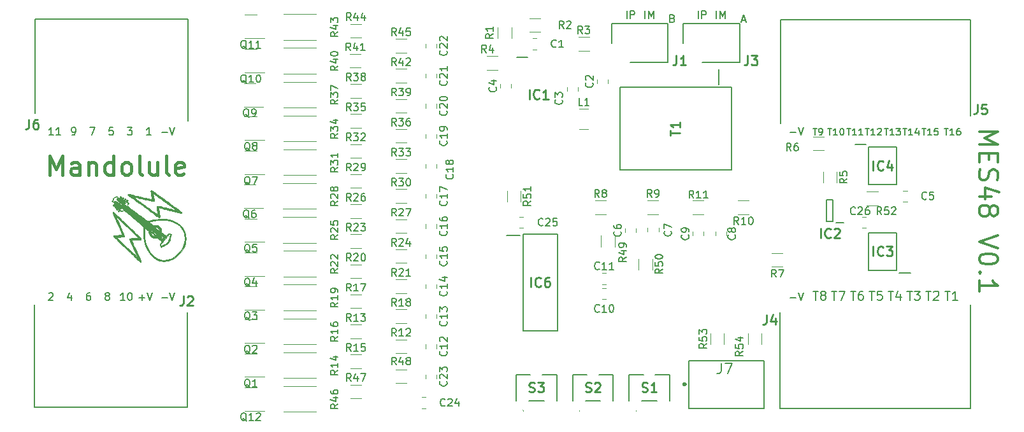
<source format=gbr>
%TF.GenerationSoftware,KiCad,Pcbnew,8.0.2*%
%TF.CreationDate,2024-06-17T09:50:20+02:00*%
%TF.ProjectId,BMS,424d532e-6b69-4636-9164-5f7063625858,rev?*%
%TF.SameCoordinates,Original*%
%TF.FileFunction,Legend,Top*%
%TF.FilePolarity,Positive*%
%FSLAX46Y46*%
G04 Gerber Fmt 4.6, Leading zero omitted, Abs format (unit mm)*
G04 Created by KiCad (PCBNEW 8.0.2) date 2024-06-17 09:50:20*
%MOMM*%
%LPD*%
G01*
G04 APERTURE LIST*
%ADD10C,0.200000*%
%ADD11C,0.150000*%
%ADD12C,0.400000*%
%ADD13C,0.300000*%
%ADD14C,0.254000*%
%ADD15C,0.100000*%
%ADD16C,0.120000*%
%ADD17C,0.010000*%
%ADD18C,0.127000*%
G04 APERTURE END LIST*
D10*
X187217292Y-79479457D02*
X187731578Y-79479457D01*
X187474435Y-80379457D02*
X187474435Y-79479457D01*
X188503006Y-80379457D02*
X187988720Y-80379457D01*
X188245863Y-80379457D02*
X188245863Y-79479457D01*
X188245863Y-79479457D02*
X188160149Y-79608028D01*
X188160149Y-79608028D02*
X188074434Y-79693742D01*
X188074434Y-79693742D02*
X187988720Y-79736600D01*
X188803006Y-79479457D02*
X189360149Y-79479457D01*
X189360149Y-79479457D02*
X189060149Y-79822314D01*
X189060149Y-79822314D02*
X189188720Y-79822314D01*
X189188720Y-79822314D02*
X189274435Y-79865171D01*
X189274435Y-79865171D02*
X189317292Y-79908028D01*
X189317292Y-79908028D02*
X189360149Y-79993742D01*
X189360149Y-79993742D02*
X189360149Y-80208028D01*
X189360149Y-80208028D02*
X189317292Y-80293742D01*
X189317292Y-80293742D02*
X189274435Y-80336600D01*
X189274435Y-80336600D02*
X189188720Y-80379457D01*
X189188720Y-80379457D02*
X188931577Y-80379457D01*
X188931577Y-80379457D02*
X188845863Y-80336600D01*
X188845863Y-80336600D02*
X188803006Y-80293742D01*
D11*
X164928572Y-64869819D02*
X164928572Y-63869819D01*
X165404762Y-64869819D02*
X165404762Y-63869819D01*
X165404762Y-63869819D02*
X165738095Y-64584104D01*
X165738095Y-64584104D02*
X166071428Y-63869819D01*
X166071428Y-63869819D02*
X166071428Y-64869819D01*
D10*
X180245863Y-101142742D02*
X180931578Y-101142742D01*
X180588720Y-102342742D02*
X180588720Y-101142742D01*
X181217292Y-101142742D02*
X182017292Y-101142742D01*
X182017292Y-101142742D02*
X181503006Y-102342742D01*
D11*
X86309523Y-102369819D02*
X85738095Y-102369819D01*
X86023809Y-102369819D02*
X86023809Y-101369819D01*
X86023809Y-101369819D02*
X85928571Y-101512676D01*
X85928571Y-101512676D02*
X85833333Y-101607914D01*
X85833333Y-101607914D02*
X85738095Y-101655533D01*
X86928571Y-101369819D02*
X87023809Y-101369819D01*
X87023809Y-101369819D02*
X87119047Y-101417438D01*
X87119047Y-101417438D02*
X87166666Y-101465057D01*
X87166666Y-101465057D02*
X87214285Y-101560295D01*
X87214285Y-101560295D02*
X87261904Y-101750771D01*
X87261904Y-101750771D02*
X87261904Y-101988866D01*
X87261904Y-101988866D02*
X87214285Y-102179342D01*
X87214285Y-102179342D02*
X87166666Y-102274580D01*
X87166666Y-102274580D02*
X87119047Y-102322200D01*
X87119047Y-102322200D02*
X87023809Y-102369819D01*
X87023809Y-102369819D02*
X86928571Y-102369819D01*
X86928571Y-102369819D02*
X86833333Y-102322200D01*
X86833333Y-102322200D02*
X86785714Y-102274580D01*
X86785714Y-102274580D02*
X86738095Y-102179342D01*
X86738095Y-102179342D02*
X86690476Y-101988866D01*
X86690476Y-101988866D02*
X86690476Y-101750771D01*
X86690476Y-101750771D02*
X86738095Y-101560295D01*
X86738095Y-101560295D02*
X86785714Y-101465057D01*
X86785714Y-101465057D02*
X86833333Y-101417438D01*
X86833333Y-101417438D02*
X86928571Y-101369819D01*
X79190476Y-101703152D02*
X79190476Y-102369819D01*
X78952381Y-101322200D02*
X78714286Y-102036485D01*
X78714286Y-102036485D02*
X79333333Y-102036485D01*
D10*
X184717292Y-79479457D02*
X185231578Y-79479457D01*
X184974435Y-80379457D02*
X184974435Y-79479457D01*
X186003006Y-80379457D02*
X185488720Y-80379457D01*
X185745863Y-80379457D02*
X185745863Y-79479457D01*
X185745863Y-79479457D02*
X185660149Y-79608028D01*
X185660149Y-79608028D02*
X185574434Y-79693742D01*
X185574434Y-79693742D02*
X185488720Y-79736600D01*
X186345863Y-79565171D02*
X186388720Y-79522314D01*
X186388720Y-79522314D02*
X186474435Y-79479457D01*
X186474435Y-79479457D02*
X186688720Y-79479457D01*
X186688720Y-79479457D02*
X186774435Y-79522314D01*
X186774435Y-79522314D02*
X186817292Y-79565171D01*
X186817292Y-79565171D02*
X186860149Y-79650885D01*
X186860149Y-79650885D02*
X186860149Y-79736600D01*
X186860149Y-79736600D02*
X186817292Y-79865171D01*
X186817292Y-79865171D02*
X186303006Y-80379457D01*
X186303006Y-80379457D02*
X186860149Y-80379457D01*
X182217292Y-79479457D02*
X182731578Y-79479457D01*
X182474435Y-80379457D02*
X182474435Y-79479457D01*
X183503006Y-80379457D02*
X182988720Y-80379457D01*
X183245863Y-80379457D02*
X183245863Y-79479457D01*
X183245863Y-79479457D02*
X183160149Y-79608028D01*
X183160149Y-79608028D02*
X183074434Y-79693742D01*
X183074434Y-79693742D02*
X182988720Y-79736600D01*
X184360149Y-80379457D02*
X183845863Y-80379457D01*
X184103006Y-80379457D02*
X184103006Y-79479457D01*
X184103006Y-79479457D02*
X184017292Y-79608028D01*
X184017292Y-79608028D02*
X183931577Y-79693742D01*
X183931577Y-79693742D02*
X183845863Y-79736600D01*
D11*
X89785714Y-80369819D02*
X89214286Y-80369819D01*
X89500000Y-80369819D02*
X89500000Y-79369819D01*
X89500000Y-79369819D02*
X89404762Y-79512676D01*
X89404762Y-79512676D02*
X89309524Y-79607914D01*
X89309524Y-79607914D02*
X89214286Y-79655533D01*
D10*
X195245863Y-101142742D02*
X195931578Y-101142742D01*
X195588720Y-102342742D02*
X195588720Y-101142742D01*
X196960149Y-102342742D02*
X196274435Y-102342742D01*
X196617292Y-102342742D02*
X196617292Y-101142742D01*
X196617292Y-101142742D02*
X196503006Y-101314171D01*
X196503006Y-101314171D02*
X196388721Y-101428457D01*
X196388721Y-101428457D02*
X196274435Y-101485600D01*
X177717292Y-79479457D02*
X178231578Y-79479457D01*
X177974435Y-80379457D02*
X177974435Y-79479457D01*
X178574434Y-80379457D02*
X178745863Y-80379457D01*
X178745863Y-80379457D02*
X178831577Y-80336600D01*
X178831577Y-80336600D02*
X178874434Y-80293742D01*
X178874434Y-80293742D02*
X178960149Y-80165171D01*
X178960149Y-80165171D02*
X179003006Y-79993742D01*
X179003006Y-79993742D02*
X179003006Y-79650885D01*
X179003006Y-79650885D02*
X178960149Y-79565171D01*
X178960149Y-79565171D02*
X178917292Y-79522314D01*
X178917292Y-79522314D02*
X178831577Y-79479457D01*
X178831577Y-79479457D02*
X178660149Y-79479457D01*
X178660149Y-79479457D02*
X178574434Y-79522314D01*
X178574434Y-79522314D02*
X178531577Y-79565171D01*
X178531577Y-79565171D02*
X178488720Y-79650885D01*
X178488720Y-79650885D02*
X178488720Y-79865171D01*
X178488720Y-79865171D02*
X178531577Y-79950885D01*
X178531577Y-79950885D02*
X178574434Y-79993742D01*
X178574434Y-79993742D02*
X178660149Y-80036600D01*
X178660149Y-80036600D02*
X178831577Y-80036600D01*
X178831577Y-80036600D02*
X178917292Y-79993742D01*
X178917292Y-79993742D02*
X178960149Y-79950885D01*
X178960149Y-79950885D02*
X179003006Y-79865171D01*
D11*
X81690476Y-101369819D02*
X81500000Y-101369819D01*
X81500000Y-101369819D02*
X81404762Y-101417438D01*
X81404762Y-101417438D02*
X81357143Y-101465057D01*
X81357143Y-101465057D02*
X81261905Y-101607914D01*
X81261905Y-101607914D02*
X81214286Y-101798390D01*
X81214286Y-101798390D02*
X81214286Y-102179342D01*
X81214286Y-102179342D02*
X81261905Y-102274580D01*
X81261905Y-102274580D02*
X81309524Y-102322200D01*
X81309524Y-102322200D02*
X81404762Y-102369819D01*
X81404762Y-102369819D02*
X81595238Y-102369819D01*
X81595238Y-102369819D02*
X81690476Y-102322200D01*
X81690476Y-102322200D02*
X81738095Y-102274580D01*
X81738095Y-102274580D02*
X81785714Y-102179342D01*
X81785714Y-102179342D02*
X81785714Y-101941247D01*
X81785714Y-101941247D02*
X81738095Y-101846009D01*
X81738095Y-101846009D02*
X81690476Y-101798390D01*
X81690476Y-101798390D02*
X81595238Y-101750771D01*
X81595238Y-101750771D02*
X81404762Y-101750771D01*
X81404762Y-101750771D02*
X81309524Y-101798390D01*
X81309524Y-101798390D02*
X81261905Y-101846009D01*
X81261905Y-101846009D02*
X81214286Y-101941247D01*
D12*
X76358395Y-85673247D02*
X76358395Y-83173247D01*
X76358395Y-83173247D02*
X77191728Y-84958961D01*
X77191728Y-84958961D02*
X78025061Y-83173247D01*
X78025061Y-83173247D02*
X78025061Y-85673247D01*
X80286966Y-85673247D02*
X80286966Y-84363723D01*
X80286966Y-84363723D02*
X80167919Y-84125628D01*
X80167919Y-84125628D02*
X79929823Y-84006580D01*
X79929823Y-84006580D02*
X79453633Y-84006580D01*
X79453633Y-84006580D02*
X79215538Y-84125628D01*
X80286966Y-85554200D02*
X80048871Y-85673247D01*
X80048871Y-85673247D02*
X79453633Y-85673247D01*
X79453633Y-85673247D02*
X79215538Y-85554200D01*
X79215538Y-85554200D02*
X79096490Y-85316104D01*
X79096490Y-85316104D02*
X79096490Y-85078009D01*
X79096490Y-85078009D02*
X79215538Y-84839914D01*
X79215538Y-84839914D02*
X79453633Y-84720866D01*
X79453633Y-84720866D02*
X80048871Y-84720866D01*
X80048871Y-84720866D02*
X80286966Y-84601819D01*
X81477443Y-84006580D02*
X81477443Y-85673247D01*
X81477443Y-84244676D02*
X81596490Y-84125628D01*
X81596490Y-84125628D02*
X81834585Y-84006580D01*
X81834585Y-84006580D02*
X82191728Y-84006580D01*
X82191728Y-84006580D02*
X82429824Y-84125628D01*
X82429824Y-84125628D02*
X82548871Y-84363723D01*
X82548871Y-84363723D02*
X82548871Y-85673247D01*
X84810776Y-85673247D02*
X84810776Y-83173247D01*
X84810776Y-85554200D02*
X84572681Y-85673247D01*
X84572681Y-85673247D02*
X84096490Y-85673247D01*
X84096490Y-85673247D02*
X83858395Y-85554200D01*
X83858395Y-85554200D02*
X83739348Y-85435152D01*
X83739348Y-85435152D02*
X83620300Y-85197057D01*
X83620300Y-85197057D02*
X83620300Y-84482771D01*
X83620300Y-84482771D02*
X83739348Y-84244676D01*
X83739348Y-84244676D02*
X83858395Y-84125628D01*
X83858395Y-84125628D02*
X84096490Y-84006580D01*
X84096490Y-84006580D02*
X84572681Y-84006580D01*
X84572681Y-84006580D02*
X84810776Y-84125628D01*
X86358395Y-85673247D02*
X86120300Y-85554200D01*
X86120300Y-85554200D02*
X86001253Y-85435152D01*
X86001253Y-85435152D02*
X85882205Y-85197057D01*
X85882205Y-85197057D02*
X85882205Y-84482771D01*
X85882205Y-84482771D02*
X86001253Y-84244676D01*
X86001253Y-84244676D02*
X86120300Y-84125628D01*
X86120300Y-84125628D02*
X86358395Y-84006580D01*
X86358395Y-84006580D02*
X86715538Y-84006580D01*
X86715538Y-84006580D02*
X86953634Y-84125628D01*
X86953634Y-84125628D02*
X87072681Y-84244676D01*
X87072681Y-84244676D02*
X87191729Y-84482771D01*
X87191729Y-84482771D02*
X87191729Y-85197057D01*
X87191729Y-85197057D02*
X87072681Y-85435152D01*
X87072681Y-85435152D02*
X86953634Y-85554200D01*
X86953634Y-85554200D02*
X86715538Y-85673247D01*
X86715538Y-85673247D02*
X86358395Y-85673247D01*
X88620300Y-85673247D02*
X88382205Y-85554200D01*
X88382205Y-85554200D02*
X88263158Y-85316104D01*
X88263158Y-85316104D02*
X88263158Y-83173247D01*
X90644110Y-84006580D02*
X90644110Y-85673247D01*
X89572682Y-84006580D02*
X89572682Y-85316104D01*
X89572682Y-85316104D02*
X89691729Y-85554200D01*
X89691729Y-85554200D02*
X89929824Y-85673247D01*
X89929824Y-85673247D02*
X90286967Y-85673247D01*
X90286967Y-85673247D02*
X90525063Y-85554200D01*
X90525063Y-85554200D02*
X90644110Y-85435152D01*
X92191729Y-85673247D02*
X91953634Y-85554200D01*
X91953634Y-85554200D02*
X91834587Y-85316104D01*
X91834587Y-85316104D02*
X91834587Y-83173247D01*
X94096492Y-85554200D02*
X93858396Y-85673247D01*
X93858396Y-85673247D02*
X93382206Y-85673247D01*
X93382206Y-85673247D02*
X93144111Y-85554200D01*
X93144111Y-85554200D02*
X93025063Y-85316104D01*
X93025063Y-85316104D02*
X93025063Y-84363723D01*
X93025063Y-84363723D02*
X93144111Y-84125628D01*
X93144111Y-84125628D02*
X93382206Y-84006580D01*
X93382206Y-84006580D02*
X93858396Y-84006580D01*
X93858396Y-84006580D02*
X94096492Y-84125628D01*
X94096492Y-84125628D02*
X94215539Y-84363723D01*
X94215539Y-84363723D02*
X94215539Y-84601819D01*
X94215539Y-84601819D02*
X93025063Y-84839914D01*
D11*
X81666667Y-79369819D02*
X82333333Y-79369819D01*
X82333333Y-79369819D02*
X81904762Y-80369819D01*
D10*
X189717292Y-79479457D02*
X190231578Y-79479457D01*
X189974435Y-80379457D02*
X189974435Y-79479457D01*
X191003006Y-80379457D02*
X190488720Y-80379457D01*
X190745863Y-80379457D02*
X190745863Y-79479457D01*
X190745863Y-79479457D02*
X190660149Y-79608028D01*
X190660149Y-79608028D02*
X190574434Y-79693742D01*
X190574434Y-79693742D02*
X190488720Y-79736600D01*
X191774435Y-79779457D02*
X191774435Y-80379457D01*
X191560149Y-79436600D02*
X191345863Y-80079457D01*
X191345863Y-80079457D02*
X191903006Y-80079457D01*
X179717292Y-79479457D02*
X180231578Y-79479457D01*
X179974435Y-80379457D02*
X179974435Y-79479457D01*
X181003006Y-80379457D02*
X180488720Y-80379457D01*
X180745863Y-80379457D02*
X180745863Y-79479457D01*
X180745863Y-79479457D02*
X180660149Y-79608028D01*
X180660149Y-79608028D02*
X180574434Y-79693742D01*
X180574434Y-79693742D02*
X180488720Y-79736600D01*
X181560149Y-79479457D02*
X181645863Y-79479457D01*
X181645863Y-79479457D02*
X181731577Y-79522314D01*
X181731577Y-79522314D02*
X181774435Y-79565171D01*
X181774435Y-79565171D02*
X181817292Y-79650885D01*
X181817292Y-79650885D02*
X181860149Y-79822314D01*
X181860149Y-79822314D02*
X181860149Y-80036600D01*
X181860149Y-80036600D02*
X181817292Y-80208028D01*
X181817292Y-80208028D02*
X181774435Y-80293742D01*
X181774435Y-80293742D02*
X181731577Y-80336600D01*
X181731577Y-80336600D02*
X181645863Y-80379457D01*
X181645863Y-80379457D02*
X181560149Y-80379457D01*
X181560149Y-80379457D02*
X181474435Y-80336600D01*
X181474435Y-80336600D02*
X181431577Y-80293742D01*
X181431577Y-80293742D02*
X181388720Y-80208028D01*
X181388720Y-80208028D02*
X181345863Y-80036600D01*
X181345863Y-80036600D02*
X181345863Y-79822314D01*
X181345863Y-79822314D02*
X181388720Y-79650885D01*
X181388720Y-79650885D02*
X181431577Y-79565171D01*
X181431577Y-79565171D02*
X181474435Y-79522314D01*
X181474435Y-79522314D02*
X181560149Y-79479457D01*
D11*
X162500000Y-64869819D02*
X162500000Y-63869819D01*
X162976190Y-64869819D02*
X162976190Y-63869819D01*
X162976190Y-63869819D02*
X163357142Y-63869819D01*
X163357142Y-63869819D02*
X163452380Y-63917438D01*
X163452380Y-63917438D02*
X163499999Y-63965057D01*
X163499999Y-63965057D02*
X163547618Y-64060295D01*
X163547618Y-64060295D02*
X163547618Y-64203152D01*
X163547618Y-64203152D02*
X163499999Y-64298390D01*
X163499999Y-64298390D02*
X163452380Y-64346009D01*
X163452380Y-64346009D02*
X163357142Y-64393628D01*
X163357142Y-64393628D02*
X162976190Y-64393628D01*
X174690476Y-101988866D02*
X175452381Y-101988866D01*
X175785714Y-101369819D02*
X176119047Y-102369819D01*
X176119047Y-102369819D02*
X176452380Y-101369819D01*
D10*
X195217292Y-79479457D02*
X195731578Y-79479457D01*
X195474435Y-80379457D02*
X195474435Y-79479457D01*
X196503006Y-80379457D02*
X195988720Y-80379457D01*
X196245863Y-80379457D02*
X196245863Y-79479457D01*
X196245863Y-79479457D02*
X196160149Y-79608028D01*
X196160149Y-79608028D02*
X196074434Y-79693742D01*
X196074434Y-79693742D02*
X195988720Y-79736600D01*
X197274435Y-79479457D02*
X197103006Y-79479457D01*
X197103006Y-79479457D02*
X197017292Y-79522314D01*
X197017292Y-79522314D02*
X196974435Y-79565171D01*
X196974435Y-79565171D02*
X196888720Y-79693742D01*
X196888720Y-79693742D02*
X196845863Y-79865171D01*
X196845863Y-79865171D02*
X196845863Y-80208028D01*
X196845863Y-80208028D02*
X196888720Y-80293742D01*
X196888720Y-80293742D02*
X196931577Y-80336600D01*
X196931577Y-80336600D02*
X197017292Y-80379457D01*
X197017292Y-80379457D02*
X197188720Y-80379457D01*
X197188720Y-80379457D02*
X197274435Y-80336600D01*
X197274435Y-80336600D02*
X197317292Y-80293742D01*
X197317292Y-80293742D02*
X197360149Y-80208028D01*
X197360149Y-80208028D02*
X197360149Y-79993742D01*
X197360149Y-79993742D02*
X197317292Y-79908028D01*
X197317292Y-79908028D02*
X197274435Y-79865171D01*
X197274435Y-79865171D02*
X197188720Y-79822314D01*
X197188720Y-79822314D02*
X197017292Y-79822314D01*
X197017292Y-79822314D02*
X196931577Y-79865171D01*
X196931577Y-79865171D02*
X196888720Y-79908028D01*
X196888720Y-79908028D02*
X196845863Y-79993742D01*
X192745863Y-101142742D02*
X193431578Y-101142742D01*
X193088720Y-102342742D02*
X193088720Y-101142742D01*
X193774435Y-101257028D02*
X193831578Y-101199885D01*
X193831578Y-101199885D02*
X193945864Y-101142742D01*
X193945864Y-101142742D02*
X194231578Y-101142742D01*
X194231578Y-101142742D02*
X194345864Y-101199885D01*
X194345864Y-101199885D02*
X194403006Y-101257028D01*
X194403006Y-101257028D02*
X194460149Y-101371314D01*
X194460149Y-101371314D02*
X194460149Y-101485600D01*
X194460149Y-101485600D02*
X194403006Y-101657028D01*
X194403006Y-101657028D02*
X193717292Y-102342742D01*
X193717292Y-102342742D02*
X194460149Y-102342742D01*
X192217292Y-79479457D02*
X192731578Y-79479457D01*
X192474435Y-80379457D02*
X192474435Y-79479457D01*
X193503006Y-80379457D02*
X192988720Y-80379457D01*
X193245863Y-80379457D02*
X193245863Y-79479457D01*
X193245863Y-79479457D02*
X193160149Y-79608028D01*
X193160149Y-79608028D02*
X193074434Y-79693742D01*
X193074434Y-79693742D02*
X192988720Y-79736600D01*
X194317292Y-79479457D02*
X193888720Y-79479457D01*
X193888720Y-79479457D02*
X193845863Y-79908028D01*
X193845863Y-79908028D02*
X193888720Y-79865171D01*
X193888720Y-79865171D02*
X193974435Y-79822314D01*
X193974435Y-79822314D02*
X194188720Y-79822314D01*
X194188720Y-79822314D02*
X194274435Y-79865171D01*
X194274435Y-79865171D02*
X194317292Y-79908028D01*
X194317292Y-79908028D02*
X194360149Y-79993742D01*
X194360149Y-79993742D02*
X194360149Y-80208028D01*
X194360149Y-80208028D02*
X194317292Y-80293742D01*
X194317292Y-80293742D02*
X194274435Y-80336600D01*
X194274435Y-80336600D02*
X194188720Y-80379457D01*
X194188720Y-80379457D02*
X193974435Y-80379457D01*
X193974435Y-80379457D02*
X193888720Y-80336600D01*
X193888720Y-80336600D02*
X193845863Y-80293742D01*
D11*
X84738095Y-79369819D02*
X84261905Y-79369819D01*
X84261905Y-79369819D02*
X84214286Y-79846009D01*
X84214286Y-79846009D02*
X84261905Y-79798390D01*
X84261905Y-79798390D02*
X84357143Y-79750771D01*
X84357143Y-79750771D02*
X84595238Y-79750771D01*
X84595238Y-79750771D02*
X84690476Y-79798390D01*
X84690476Y-79798390D02*
X84738095Y-79846009D01*
X84738095Y-79846009D02*
X84785714Y-79941247D01*
X84785714Y-79941247D02*
X84785714Y-80179342D01*
X84785714Y-80179342D02*
X84738095Y-80274580D01*
X84738095Y-80274580D02*
X84690476Y-80322200D01*
X84690476Y-80322200D02*
X84595238Y-80369819D01*
X84595238Y-80369819D02*
X84357143Y-80369819D01*
X84357143Y-80369819D02*
X84261905Y-80322200D01*
X84261905Y-80322200D02*
X84214286Y-80274580D01*
X86666667Y-79369819D02*
X87285714Y-79369819D01*
X87285714Y-79369819D02*
X86952381Y-79750771D01*
X86952381Y-79750771D02*
X87095238Y-79750771D01*
X87095238Y-79750771D02*
X87190476Y-79798390D01*
X87190476Y-79798390D02*
X87238095Y-79846009D01*
X87238095Y-79846009D02*
X87285714Y-79941247D01*
X87285714Y-79941247D02*
X87285714Y-80179342D01*
X87285714Y-80179342D02*
X87238095Y-80274580D01*
X87238095Y-80274580D02*
X87190476Y-80322200D01*
X87190476Y-80322200D02*
X87095238Y-80369819D01*
X87095238Y-80369819D02*
X86809524Y-80369819D01*
X86809524Y-80369819D02*
X86714286Y-80322200D01*
X86714286Y-80322200D02*
X86666667Y-80274580D01*
D13*
X199821552Y-79964287D02*
X202321552Y-79964287D01*
X202321552Y-79964287D02*
X200535838Y-80797620D01*
X200535838Y-80797620D02*
X202321552Y-81630953D01*
X202321552Y-81630953D02*
X199821552Y-81630953D01*
X201131076Y-82821430D02*
X201131076Y-83654763D01*
X199821552Y-84011906D02*
X199821552Y-82821430D01*
X199821552Y-82821430D02*
X202321552Y-82821430D01*
X202321552Y-82821430D02*
X202321552Y-84011906D01*
X199940600Y-84964287D02*
X199821552Y-85321430D01*
X199821552Y-85321430D02*
X199821552Y-85916668D01*
X199821552Y-85916668D02*
X199940600Y-86154763D01*
X199940600Y-86154763D02*
X200059647Y-86273811D01*
X200059647Y-86273811D02*
X200297742Y-86392858D01*
X200297742Y-86392858D02*
X200535838Y-86392858D01*
X200535838Y-86392858D02*
X200773933Y-86273811D01*
X200773933Y-86273811D02*
X200892980Y-86154763D01*
X200892980Y-86154763D02*
X201012028Y-85916668D01*
X201012028Y-85916668D02*
X201131076Y-85440477D01*
X201131076Y-85440477D02*
X201250123Y-85202382D01*
X201250123Y-85202382D02*
X201369171Y-85083335D01*
X201369171Y-85083335D02*
X201607266Y-84964287D01*
X201607266Y-84964287D02*
X201845361Y-84964287D01*
X201845361Y-84964287D02*
X202083457Y-85083335D01*
X202083457Y-85083335D02*
X202202504Y-85202382D01*
X202202504Y-85202382D02*
X202321552Y-85440477D01*
X202321552Y-85440477D02*
X202321552Y-86035716D01*
X202321552Y-86035716D02*
X202202504Y-86392858D01*
X201488219Y-88535715D02*
X199821552Y-88535715D01*
X202440600Y-87940477D02*
X200654885Y-87345239D01*
X200654885Y-87345239D02*
X200654885Y-88892858D01*
X201250123Y-90202381D02*
X201369171Y-89964286D01*
X201369171Y-89964286D02*
X201488219Y-89845239D01*
X201488219Y-89845239D02*
X201726314Y-89726191D01*
X201726314Y-89726191D02*
X201845361Y-89726191D01*
X201845361Y-89726191D02*
X202083457Y-89845239D01*
X202083457Y-89845239D02*
X202202504Y-89964286D01*
X202202504Y-89964286D02*
X202321552Y-90202381D01*
X202321552Y-90202381D02*
X202321552Y-90678572D01*
X202321552Y-90678572D02*
X202202504Y-90916667D01*
X202202504Y-90916667D02*
X202083457Y-91035715D01*
X202083457Y-91035715D02*
X201845361Y-91154762D01*
X201845361Y-91154762D02*
X201726314Y-91154762D01*
X201726314Y-91154762D02*
X201488219Y-91035715D01*
X201488219Y-91035715D02*
X201369171Y-90916667D01*
X201369171Y-90916667D02*
X201250123Y-90678572D01*
X201250123Y-90678572D02*
X201250123Y-90202381D01*
X201250123Y-90202381D02*
X201131076Y-89964286D01*
X201131076Y-89964286D02*
X201012028Y-89845239D01*
X201012028Y-89845239D02*
X200773933Y-89726191D01*
X200773933Y-89726191D02*
X200297742Y-89726191D01*
X200297742Y-89726191D02*
X200059647Y-89845239D01*
X200059647Y-89845239D02*
X199940600Y-89964286D01*
X199940600Y-89964286D02*
X199821552Y-90202381D01*
X199821552Y-90202381D02*
X199821552Y-90678572D01*
X199821552Y-90678572D02*
X199940600Y-90916667D01*
X199940600Y-90916667D02*
X200059647Y-91035715D01*
X200059647Y-91035715D02*
X200297742Y-91154762D01*
X200297742Y-91154762D02*
X200773933Y-91154762D01*
X200773933Y-91154762D02*
X201012028Y-91035715D01*
X201012028Y-91035715D02*
X201131076Y-90916667D01*
X201131076Y-90916667D02*
X201250123Y-90678572D01*
X202321552Y-93773810D02*
X199821552Y-94607143D01*
X199821552Y-94607143D02*
X202321552Y-95440476D01*
X202321552Y-96750000D02*
X202321552Y-96988095D01*
X202321552Y-96988095D02*
X202202504Y-97226191D01*
X202202504Y-97226191D02*
X202083457Y-97345238D01*
X202083457Y-97345238D02*
X201845361Y-97464286D01*
X201845361Y-97464286D02*
X201369171Y-97583333D01*
X201369171Y-97583333D02*
X200773933Y-97583333D01*
X200773933Y-97583333D02*
X200297742Y-97464286D01*
X200297742Y-97464286D02*
X200059647Y-97345238D01*
X200059647Y-97345238D02*
X199940600Y-97226191D01*
X199940600Y-97226191D02*
X199821552Y-96988095D01*
X199821552Y-96988095D02*
X199821552Y-96750000D01*
X199821552Y-96750000D02*
X199940600Y-96511905D01*
X199940600Y-96511905D02*
X200059647Y-96392857D01*
X200059647Y-96392857D02*
X200297742Y-96273810D01*
X200297742Y-96273810D02*
X200773933Y-96154762D01*
X200773933Y-96154762D02*
X201369171Y-96154762D01*
X201369171Y-96154762D02*
X201845361Y-96273810D01*
X201845361Y-96273810D02*
X202083457Y-96392857D01*
X202083457Y-96392857D02*
X202202504Y-96511905D01*
X202202504Y-96511905D02*
X202321552Y-96750000D01*
X200059647Y-98654762D02*
X199940600Y-98773809D01*
X199940600Y-98773809D02*
X199821552Y-98654762D01*
X199821552Y-98654762D02*
X199940600Y-98535714D01*
X199940600Y-98535714D02*
X200059647Y-98654762D01*
X200059647Y-98654762D02*
X199821552Y-98654762D01*
X199821552Y-101154761D02*
X199821552Y-99726190D01*
X199821552Y-100440476D02*
X202321552Y-100440476D01*
X202321552Y-100440476D02*
X201964409Y-100202380D01*
X201964409Y-100202380D02*
X201726314Y-99964285D01*
X201726314Y-99964285D02*
X201607266Y-99726190D01*
D11*
X174690476Y-79988866D02*
X175452381Y-79988866D01*
X175785714Y-79369819D02*
X176119047Y-80369819D01*
X176119047Y-80369819D02*
X176452380Y-79369819D01*
X159071428Y-64846009D02*
X159214285Y-64893628D01*
X159214285Y-64893628D02*
X159261904Y-64941247D01*
X159261904Y-64941247D02*
X159309523Y-65036485D01*
X159309523Y-65036485D02*
X159309523Y-65179342D01*
X159309523Y-65179342D02*
X159261904Y-65274580D01*
X159261904Y-65274580D02*
X159214285Y-65322200D01*
X159214285Y-65322200D02*
X159119047Y-65369819D01*
X159119047Y-65369819D02*
X158738095Y-65369819D01*
X158738095Y-65369819D02*
X158738095Y-64369819D01*
X158738095Y-64369819D02*
X159071428Y-64369819D01*
X159071428Y-64369819D02*
X159166666Y-64417438D01*
X159166666Y-64417438D02*
X159214285Y-64465057D01*
X159214285Y-64465057D02*
X159261904Y-64560295D01*
X159261904Y-64560295D02*
X159261904Y-64655533D01*
X159261904Y-64655533D02*
X159214285Y-64750771D01*
X159214285Y-64750771D02*
X159166666Y-64798390D01*
X159166666Y-64798390D02*
X159071428Y-64846009D01*
X159071428Y-64846009D02*
X158738095Y-64846009D01*
X91190476Y-101988866D02*
X91952381Y-101988866D01*
X92285714Y-101369819D02*
X92619047Y-102369819D01*
X92619047Y-102369819D02*
X92952380Y-101369819D01*
D10*
X187745863Y-101142742D02*
X188431578Y-101142742D01*
X188088720Y-102342742D02*
X188088720Y-101142742D01*
X189345864Y-101542742D02*
X189345864Y-102342742D01*
X189060149Y-101085600D02*
X188774435Y-101942742D01*
X188774435Y-101942742D02*
X189517292Y-101942742D01*
D11*
X76809523Y-80369819D02*
X76238095Y-80369819D01*
X76523809Y-80369819D02*
X76523809Y-79369819D01*
X76523809Y-79369819D02*
X76428571Y-79512676D01*
X76428571Y-79512676D02*
X76333333Y-79607914D01*
X76333333Y-79607914D02*
X76238095Y-79655533D01*
X77761904Y-80369819D02*
X77190476Y-80369819D01*
X77476190Y-80369819D02*
X77476190Y-79369819D01*
X77476190Y-79369819D02*
X77380952Y-79512676D01*
X77380952Y-79512676D02*
X77285714Y-79607914D01*
X77285714Y-79607914D02*
X77190476Y-79655533D01*
D10*
X182745863Y-101142742D02*
X183431578Y-101142742D01*
X183088720Y-102342742D02*
X183088720Y-101142742D01*
X184345864Y-101142742D02*
X184117292Y-101142742D01*
X184117292Y-101142742D02*
X184003006Y-101199885D01*
X184003006Y-101199885D02*
X183945864Y-101257028D01*
X183945864Y-101257028D02*
X183831578Y-101428457D01*
X183831578Y-101428457D02*
X183774435Y-101657028D01*
X183774435Y-101657028D02*
X183774435Y-102114171D01*
X183774435Y-102114171D02*
X183831578Y-102228457D01*
X183831578Y-102228457D02*
X183888721Y-102285600D01*
X183888721Y-102285600D02*
X184003006Y-102342742D01*
X184003006Y-102342742D02*
X184231578Y-102342742D01*
X184231578Y-102342742D02*
X184345864Y-102285600D01*
X184345864Y-102285600D02*
X184403006Y-102228457D01*
X184403006Y-102228457D02*
X184460149Y-102114171D01*
X184460149Y-102114171D02*
X184460149Y-101828457D01*
X184460149Y-101828457D02*
X184403006Y-101714171D01*
X184403006Y-101714171D02*
X184345864Y-101657028D01*
X184345864Y-101657028D02*
X184231578Y-101599885D01*
X184231578Y-101599885D02*
X184003006Y-101599885D01*
X184003006Y-101599885D02*
X183888721Y-101657028D01*
X183888721Y-101657028D02*
X183831578Y-101714171D01*
X183831578Y-101714171D02*
X183774435Y-101828457D01*
X185245863Y-101142742D02*
X185931578Y-101142742D01*
X185588720Y-102342742D02*
X185588720Y-101142742D01*
X186903006Y-101142742D02*
X186331578Y-101142742D01*
X186331578Y-101142742D02*
X186274435Y-101714171D01*
X186274435Y-101714171D02*
X186331578Y-101657028D01*
X186331578Y-101657028D02*
X186445864Y-101599885D01*
X186445864Y-101599885D02*
X186731578Y-101599885D01*
X186731578Y-101599885D02*
X186845864Y-101657028D01*
X186845864Y-101657028D02*
X186903006Y-101714171D01*
X186903006Y-101714171D02*
X186960149Y-101828457D01*
X186960149Y-101828457D02*
X186960149Y-102114171D01*
X186960149Y-102114171D02*
X186903006Y-102228457D01*
X186903006Y-102228457D02*
X186845864Y-102285600D01*
X186845864Y-102285600D02*
X186731578Y-102342742D01*
X186731578Y-102342742D02*
X186445864Y-102342742D01*
X186445864Y-102342742D02*
X186331578Y-102285600D01*
X186331578Y-102285600D02*
X186274435Y-102228457D01*
D11*
X83904762Y-101798390D02*
X83809524Y-101750771D01*
X83809524Y-101750771D02*
X83761905Y-101703152D01*
X83761905Y-101703152D02*
X83714286Y-101607914D01*
X83714286Y-101607914D02*
X83714286Y-101560295D01*
X83714286Y-101560295D02*
X83761905Y-101465057D01*
X83761905Y-101465057D02*
X83809524Y-101417438D01*
X83809524Y-101417438D02*
X83904762Y-101369819D01*
X83904762Y-101369819D02*
X84095238Y-101369819D01*
X84095238Y-101369819D02*
X84190476Y-101417438D01*
X84190476Y-101417438D02*
X84238095Y-101465057D01*
X84238095Y-101465057D02*
X84285714Y-101560295D01*
X84285714Y-101560295D02*
X84285714Y-101607914D01*
X84285714Y-101607914D02*
X84238095Y-101703152D01*
X84238095Y-101703152D02*
X84190476Y-101750771D01*
X84190476Y-101750771D02*
X84095238Y-101798390D01*
X84095238Y-101798390D02*
X83904762Y-101798390D01*
X83904762Y-101798390D02*
X83809524Y-101846009D01*
X83809524Y-101846009D02*
X83761905Y-101893628D01*
X83761905Y-101893628D02*
X83714286Y-101988866D01*
X83714286Y-101988866D02*
X83714286Y-102179342D01*
X83714286Y-102179342D02*
X83761905Y-102274580D01*
X83761905Y-102274580D02*
X83809524Y-102322200D01*
X83809524Y-102322200D02*
X83904762Y-102369819D01*
X83904762Y-102369819D02*
X84095238Y-102369819D01*
X84095238Y-102369819D02*
X84190476Y-102322200D01*
X84190476Y-102322200D02*
X84238095Y-102274580D01*
X84238095Y-102274580D02*
X84285714Y-102179342D01*
X84285714Y-102179342D02*
X84285714Y-101988866D01*
X84285714Y-101988866D02*
X84238095Y-101893628D01*
X84238095Y-101893628D02*
X84190476Y-101846009D01*
X84190476Y-101846009D02*
X84095238Y-101798390D01*
X155428572Y-64869819D02*
X155428572Y-63869819D01*
X155904762Y-64869819D02*
X155904762Y-63869819D01*
X155904762Y-63869819D02*
X156238095Y-64584104D01*
X156238095Y-64584104D02*
X156571428Y-63869819D01*
X156571428Y-63869819D02*
X156571428Y-64869819D01*
D10*
X190245863Y-101142742D02*
X190931578Y-101142742D01*
X190588720Y-102342742D02*
X190588720Y-101142742D01*
X191217292Y-101142742D02*
X191960149Y-101142742D01*
X191960149Y-101142742D02*
X191560149Y-101599885D01*
X191560149Y-101599885D02*
X191731578Y-101599885D01*
X191731578Y-101599885D02*
X191845864Y-101657028D01*
X191845864Y-101657028D02*
X191903006Y-101714171D01*
X191903006Y-101714171D02*
X191960149Y-101828457D01*
X191960149Y-101828457D02*
X191960149Y-102114171D01*
X191960149Y-102114171D02*
X191903006Y-102228457D01*
X191903006Y-102228457D02*
X191845864Y-102285600D01*
X191845864Y-102285600D02*
X191731578Y-102342742D01*
X191731578Y-102342742D02*
X191388721Y-102342742D01*
X191388721Y-102342742D02*
X191274435Y-102285600D01*
X191274435Y-102285600D02*
X191217292Y-102228457D01*
D11*
X79309524Y-80369819D02*
X79500000Y-80369819D01*
X79500000Y-80369819D02*
X79595238Y-80322200D01*
X79595238Y-80322200D02*
X79642857Y-80274580D01*
X79642857Y-80274580D02*
X79738095Y-80131723D01*
X79738095Y-80131723D02*
X79785714Y-79941247D01*
X79785714Y-79941247D02*
X79785714Y-79560295D01*
X79785714Y-79560295D02*
X79738095Y-79465057D01*
X79738095Y-79465057D02*
X79690476Y-79417438D01*
X79690476Y-79417438D02*
X79595238Y-79369819D01*
X79595238Y-79369819D02*
X79404762Y-79369819D01*
X79404762Y-79369819D02*
X79309524Y-79417438D01*
X79309524Y-79417438D02*
X79261905Y-79465057D01*
X79261905Y-79465057D02*
X79214286Y-79560295D01*
X79214286Y-79560295D02*
X79214286Y-79798390D01*
X79214286Y-79798390D02*
X79261905Y-79893628D01*
X79261905Y-79893628D02*
X79309524Y-79941247D01*
X79309524Y-79941247D02*
X79404762Y-79988866D01*
X79404762Y-79988866D02*
X79595238Y-79988866D01*
X79595238Y-79988866D02*
X79690476Y-79941247D01*
X79690476Y-79941247D02*
X79738095Y-79893628D01*
X79738095Y-79893628D02*
X79785714Y-79798390D01*
D10*
X177745863Y-101142742D02*
X178431578Y-101142742D01*
X178088720Y-102342742D02*
X178088720Y-101142742D01*
X179003006Y-101657028D02*
X178888721Y-101599885D01*
X178888721Y-101599885D02*
X178831578Y-101542742D01*
X178831578Y-101542742D02*
X178774435Y-101428457D01*
X178774435Y-101428457D02*
X178774435Y-101371314D01*
X178774435Y-101371314D02*
X178831578Y-101257028D01*
X178831578Y-101257028D02*
X178888721Y-101199885D01*
X178888721Y-101199885D02*
X179003006Y-101142742D01*
X179003006Y-101142742D02*
X179231578Y-101142742D01*
X179231578Y-101142742D02*
X179345864Y-101199885D01*
X179345864Y-101199885D02*
X179403006Y-101257028D01*
X179403006Y-101257028D02*
X179460149Y-101371314D01*
X179460149Y-101371314D02*
X179460149Y-101428457D01*
X179460149Y-101428457D02*
X179403006Y-101542742D01*
X179403006Y-101542742D02*
X179345864Y-101599885D01*
X179345864Y-101599885D02*
X179231578Y-101657028D01*
X179231578Y-101657028D02*
X179003006Y-101657028D01*
X179003006Y-101657028D02*
X178888721Y-101714171D01*
X178888721Y-101714171D02*
X178831578Y-101771314D01*
X178831578Y-101771314D02*
X178774435Y-101885600D01*
X178774435Y-101885600D02*
X178774435Y-102114171D01*
X178774435Y-102114171D02*
X178831578Y-102228457D01*
X178831578Y-102228457D02*
X178888721Y-102285600D01*
X178888721Y-102285600D02*
X179003006Y-102342742D01*
X179003006Y-102342742D02*
X179231578Y-102342742D01*
X179231578Y-102342742D02*
X179345864Y-102285600D01*
X179345864Y-102285600D02*
X179403006Y-102228457D01*
X179403006Y-102228457D02*
X179460149Y-102114171D01*
X179460149Y-102114171D02*
X179460149Y-101885600D01*
X179460149Y-101885600D02*
X179403006Y-101771314D01*
X179403006Y-101771314D02*
X179345864Y-101714171D01*
X179345864Y-101714171D02*
X179231578Y-101657028D01*
D11*
X153000000Y-64869819D02*
X153000000Y-63869819D01*
X153476190Y-64869819D02*
X153476190Y-63869819D01*
X153476190Y-63869819D02*
X153857142Y-63869819D01*
X153857142Y-63869819D02*
X153952380Y-63917438D01*
X153952380Y-63917438D02*
X153999999Y-63965057D01*
X153999999Y-63965057D02*
X154047618Y-64060295D01*
X154047618Y-64060295D02*
X154047618Y-64203152D01*
X154047618Y-64203152D02*
X153999999Y-64298390D01*
X153999999Y-64298390D02*
X153952380Y-64346009D01*
X153952380Y-64346009D02*
X153857142Y-64393628D01*
X153857142Y-64393628D02*
X153476190Y-64393628D01*
X88190476Y-101988866D02*
X88952381Y-101988866D01*
X88571428Y-102369819D02*
X88571428Y-101607914D01*
X89285714Y-101369819D02*
X89619047Y-102369819D01*
X89619047Y-102369819D02*
X89952380Y-101369819D01*
X91190476Y-79988866D02*
X91952381Y-79988866D01*
X92285714Y-79369819D02*
X92619047Y-80369819D01*
X92619047Y-80369819D02*
X92952380Y-79369819D01*
X76214286Y-101465057D02*
X76261905Y-101417438D01*
X76261905Y-101417438D02*
X76357143Y-101369819D01*
X76357143Y-101369819D02*
X76595238Y-101369819D01*
X76595238Y-101369819D02*
X76690476Y-101417438D01*
X76690476Y-101417438D02*
X76738095Y-101465057D01*
X76738095Y-101465057D02*
X76785714Y-101560295D01*
X76785714Y-101560295D02*
X76785714Y-101655533D01*
X76785714Y-101655533D02*
X76738095Y-101798390D01*
X76738095Y-101798390D02*
X76166667Y-102369819D01*
X76166667Y-102369819D02*
X76785714Y-102369819D01*
X168261905Y-65084104D02*
X168738095Y-65084104D01*
X168166667Y-65369819D02*
X168500000Y-64369819D01*
X168500000Y-64369819D02*
X168833333Y-65369819D01*
D14*
X147532380Y-114513842D02*
X147713809Y-114574318D01*
X147713809Y-114574318D02*
X148016190Y-114574318D01*
X148016190Y-114574318D02*
X148137142Y-114513842D01*
X148137142Y-114513842D02*
X148197618Y-114453365D01*
X148197618Y-114453365D02*
X148258095Y-114332413D01*
X148258095Y-114332413D02*
X148258095Y-114211461D01*
X148258095Y-114211461D02*
X148197618Y-114090508D01*
X148197618Y-114090508D02*
X148137142Y-114030032D01*
X148137142Y-114030032D02*
X148016190Y-113969556D01*
X148016190Y-113969556D02*
X147774285Y-113909080D01*
X147774285Y-113909080D02*
X147653333Y-113848603D01*
X147653333Y-113848603D02*
X147592856Y-113788127D01*
X147592856Y-113788127D02*
X147532380Y-113667175D01*
X147532380Y-113667175D02*
X147532380Y-113546222D01*
X147532380Y-113546222D02*
X147592856Y-113425270D01*
X147592856Y-113425270D02*
X147653333Y-113364794D01*
X147653333Y-113364794D02*
X147774285Y-113304318D01*
X147774285Y-113304318D02*
X148076666Y-113304318D01*
X148076666Y-113304318D02*
X148258095Y-113364794D01*
X148741904Y-113425270D02*
X148802380Y-113364794D01*
X148802380Y-113364794D02*
X148923333Y-113304318D01*
X148923333Y-113304318D02*
X149225714Y-113304318D01*
X149225714Y-113304318D02*
X149346666Y-113364794D01*
X149346666Y-113364794D02*
X149407142Y-113425270D01*
X149407142Y-113425270D02*
X149467619Y-113546222D01*
X149467619Y-113546222D02*
X149467619Y-113667175D01*
X149467619Y-113667175D02*
X149407142Y-113848603D01*
X149407142Y-113848603D02*
X148681428Y-114574318D01*
X148681428Y-114574318D02*
X149467619Y-114574318D01*
X169076667Y-69804318D02*
X169076667Y-70711461D01*
X169076667Y-70711461D02*
X169016190Y-70892889D01*
X169016190Y-70892889D02*
X168895238Y-71013842D01*
X168895238Y-71013842D02*
X168713809Y-71074318D01*
X168713809Y-71074318D02*
X168592857Y-71074318D01*
X169560476Y-69804318D02*
X170346667Y-69804318D01*
X170346667Y-69804318D02*
X169923333Y-70288127D01*
X169923333Y-70288127D02*
X170104762Y-70288127D01*
X170104762Y-70288127D02*
X170225714Y-70348603D01*
X170225714Y-70348603D02*
X170286190Y-70409080D01*
X170286190Y-70409080D02*
X170346667Y-70530032D01*
X170346667Y-70530032D02*
X170346667Y-70832413D01*
X170346667Y-70832413D02*
X170286190Y-70953365D01*
X170286190Y-70953365D02*
X170225714Y-71013842D01*
X170225714Y-71013842D02*
X170104762Y-71074318D01*
X170104762Y-71074318D02*
X169741905Y-71074318D01*
X169741905Y-71074318D02*
X169620952Y-71013842D01*
X169620952Y-71013842D02*
X169560476Y-70953365D01*
D11*
X129039580Y-97142857D02*
X129087200Y-97190476D01*
X129087200Y-97190476D02*
X129134819Y-97333333D01*
X129134819Y-97333333D02*
X129134819Y-97428571D01*
X129134819Y-97428571D02*
X129087200Y-97571428D01*
X129087200Y-97571428D02*
X128991961Y-97666666D01*
X128991961Y-97666666D02*
X128896723Y-97714285D01*
X128896723Y-97714285D02*
X128706247Y-97761904D01*
X128706247Y-97761904D02*
X128563390Y-97761904D01*
X128563390Y-97761904D02*
X128372914Y-97714285D01*
X128372914Y-97714285D02*
X128277676Y-97666666D01*
X128277676Y-97666666D02*
X128182438Y-97571428D01*
X128182438Y-97571428D02*
X128134819Y-97428571D01*
X128134819Y-97428571D02*
X128134819Y-97333333D01*
X128134819Y-97333333D02*
X128182438Y-97190476D01*
X128182438Y-97190476D02*
X128230057Y-97142857D01*
X129134819Y-96190476D02*
X129134819Y-96761904D01*
X129134819Y-96476190D02*
X128134819Y-96476190D01*
X128134819Y-96476190D02*
X128277676Y-96571428D01*
X128277676Y-96571428D02*
X128372914Y-96666666D01*
X128372914Y-96666666D02*
X128420533Y-96761904D01*
X128134819Y-95285714D02*
X128134819Y-95761904D01*
X128134819Y-95761904D02*
X128611009Y-95809523D01*
X128611009Y-95809523D02*
X128563390Y-95761904D01*
X128563390Y-95761904D02*
X128515771Y-95666666D01*
X128515771Y-95666666D02*
X128515771Y-95428571D01*
X128515771Y-95428571D02*
X128563390Y-95333333D01*
X128563390Y-95333333D02*
X128611009Y-95285714D01*
X128611009Y-95285714D02*
X128706247Y-95238095D01*
X128706247Y-95238095D02*
X128944342Y-95238095D01*
X128944342Y-95238095D02*
X129039580Y-95285714D01*
X129039580Y-95285714D02*
X129087200Y-95333333D01*
X129087200Y-95333333D02*
X129134819Y-95428571D01*
X129134819Y-95428571D02*
X129134819Y-95666666D01*
X129134819Y-95666666D02*
X129087200Y-95761904D01*
X129087200Y-95761904D02*
X129039580Y-95809523D01*
X116357142Y-73134819D02*
X116023809Y-72658628D01*
X115785714Y-73134819D02*
X115785714Y-72134819D01*
X115785714Y-72134819D02*
X116166666Y-72134819D01*
X116166666Y-72134819D02*
X116261904Y-72182438D01*
X116261904Y-72182438D02*
X116309523Y-72230057D01*
X116309523Y-72230057D02*
X116357142Y-72325295D01*
X116357142Y-72325295D02*
X116357142Y-72468152D01*
X116357142Y-72468152D02*
X116309523Y-72563390D01*
X116309523Y-72563390D02*
X116261904Y-72611009D01*
X116261904Y-72611009D02*
X116166666Y-72658628D01*
X116166666Y-72658628D02*
X115785714Y-72658628D01*
X116690476Y-72134819D02*
X117309523Y-72134819D01*
X117309523Y-72134819D02*
X116976190Y-72515771D01*
X116976190Y-72515771D02*
X117119047Y-72515771D01*
X117119047Y-72515771D02*
X117214285Y-72563390D01*
X117214285Y-72563390D02*
X117261904Y-72611009D01*
X117261904Y-72611009D02*
X117309523Y-72706247D01*
X117309523Y-72706247D02*
X117309523Y-72944342D01*
X117309523Y-72944342D02*
X117261904Y-73039580D01*
X117261904Y-73039580D02*
X117214285Y-73087200D01*
X117214285Y-73087200D02*
X117119047Y-73134819D01*
X117119047Y-73134819D02*
X116833333Y-73134819D01*
X116833333Y-73134819D02*
X116738095Y-73087200D01*
X116738095Y-73087200D02*
X116690476Y-73039580D01*
X117880952Y-72563390D02*
X117785714Y-72515771D01*
X117785714Y-72515771D02*
X117738095Y-72468152D01*
X117738095Y-72468152D02*
X117690476Y-72372914D01*
X117690476Y-72372914D02*
X117690476Y-72325295D01*
X117690476Y-72325295D02*
X117738095Y-72230057D01*
X117738095Y-72230057D02*
X117785714Y-72182438D01*
X117785714Y-72182438D02*
X117880952Y-72134819D01*
X117880952Y-72134819D02*
X118071428Y-72134819D01*
X118071428Y-72134819D02*
X118166666Y-72182438D01*
X118166666Y-72182438D02*
X118214285Y-72230057D01*
X118214285Y-72230057D02*
X118261904Y-72325295D01*
X118261904Y-72325295D02*
X118261904Y-72372914D01*
X118261904Y-72372914D02*
X118214285Y-72468152D01*
X118214285Y-72468152D02*
X118166666Y-72515771D01*
X118166666Y-72515771D02*
X118071428Y-72563390D01*
X118071428Y-72563390D02*
X117880952Y-72563390D01*
X117880952Y-72563390D02*
X117785714Y-72611009D01*
X117785714Y-72611009D02*
X117738095Y-72658628D01*
X117738095Y-72658628D02*
X117690476Y-72753866D01*
X117690476Y-72753866D02*
X117690476Y-72944342D01*
X117690476Y-72944342D02*
X117738095Y-73039580D01*
X117738095Y-73039580D02*
X117785714Y-73087200D01*
X117785714Y-73087200D02*
X117880952Y-73134819D01*
X117880952Y-73134819D02*
X118071428Y-73134819D01*
X118071428Y-73134819D02*
X118166666Y-73087200D01*
X118166666Y-73087200D02*
X118214285Y-73039580D01*
X118214285Y-73039580D02*
X118261904Y-72944342D01*
X118261904Y-72944342D02*
X118261904Y-72753866D01*
X118261904Y-72753866D02*
X118214285Y-72658628D01*
X118214285Y-72658628D02*
X118166666Y-72611009D01*
X118166666Y-72611009D02*
X118071428Y-72563390D01*
X147121333Y-76424819D02*
X146645143Y-76424819D01*
X146645143Y-76424819D02*
X146645143Y-75424819D01*
X147978476Y-76424819D02*
X147407048Y-76424819D01*
X147692762Y-76424819D02*
X147692762Y-75424819D01*
X147692762Y-75424819D02*
X147597524Y-75567676D01*
X147597524Y-75567676D02*
X147502286Y-75662914D01*
X147502286Y-75662914D02*
X147407048Y-75710533D01*
D14*
X140260237Y-100574318D02*
X140260237Y-99304318D01*
X141590714Y-100453365D02*
X141530238Y-100513842D01*
X141530238Y-100513842D02*
X141348809Y-100574318D01*
X141348809Y-100574318D02*
X141227857Y-100574318D01*
X141227857Y-100574318D02*
X141046428Y-100513842D01*
X141046428Y-100513842D02*
X140925476Y-100392889D01*
X140925476Y-100392889D02*
X140864999Y-100271937D01*
X140864999Y-100271937D02*
X140804523Y-100030032D01*
X140804523Y-100030032D02*
X140804523Y-99848603D01*
X140804523Y-99848603D02*
X140864999Y-99606699D01*
X140864999Y-99606699D02*
X140925476Y-99485746D01*
X140925476Y-99485746D02*
X141046428Y-99364794D01*
X141046428Y-99364794D02*
X141227857Y-99304318D01*
X141227857Y-99304318D02*
X141348809Y-99304318D01*
X141348809Y-99304318D02*
X141530238Y-99364794D01*
X141530238Y-99364794D02*
X141590714Y-99425270D01*
X142679285Y-99304318D02*
X142437380Y-99304318D01*
X142437380Y-99304318D02*
X142316428Y-99364794D01*
X142316428Y-99364794D02*
X142255952Y-99425270D01*
X142255952Y-99425270D02*
X142134999Y-99606699D01*
X142134999Y-99606699D02*
X142074523Y-99848603D01*
X142074523Y-99848603D02*
X142074523Y-100332413D01*
X142074523Y-100332413D02*
X142134999Y-100453365D01*
X142134999Y-100453365D02*
X142195476Y-100513842D01*
X142195476Y-100513842D02*
X142316428Y-100574318D01*
X142316428Y-100574318D02*
X142558333Y-100574318D01*
X142558333Y-100574318D02*
X142679285Y-100513842D01*
X142679285Y-100513842D02*
X142739761Y-100453365D01*
X142739761Y-100453365D02*
X142800238Y-100332413D01*
X142800238Y-100332413D02*
X142800238Y-100030032D01*
X142800238Y-100030032D02*
X142739761Y-99909080D01*
X142739761Y-99909080D02*
X142679285Y-99848603D01*
X142679285Y-99848603D02*
X142558333Y-99788127D01*
X142558333Y-99788127D02*
X142316428Y-99788127D01*
X142316428Y-99788127D02*
X142195476Y-99848603D01*
X142195476Y-99848603D02*
X142134999Y-99909080D01*
X142134999Y-99909080D02*
X142074523Y-100030032D01*
D11*
X116357142Y-81134819D02*
X116023809Y-80658628D01*
X115785714Y-81134819D02*
X115785714Y-80134819D01*
X115785714Y-80134819D02*
X116166666Y-80134819D01*
X116166666Y-80134819D02*
X116261904Y-80182438D01*
X116261904Y-80182438D02*
X116309523Y-80230057D01*
X116309523Y-80230057D02*
X116357142Y-80325295D01*
X116357142Y-80325295D02*
X116357142Y-80468152D01*
X116357142Y-80468152D02*
X116309523Y-80563390D01*
X116309523Y-80563390D02*
X116261904Y-80611009D01*
X116261904Y-80611009D02*
X116166666Y-80658628D01*
X116166666Y-80658628D02*
X115785714Y-80658628D01*
X116690476Y-80134819D02*
X117309523Y-80134819D01*
X117309523Y-80134819D02*
X116976190Y-80515771D01*
X116976190Y-80515771D02*
X117119047Y-80515771D01*
X117119047Y-80515771D02*
X117214285Y-80563390D01*
X117214285Y-80563390D02*
X117261904Y-80611009D01*
X117261904Y-80611009D02*
X117309523Y-80706247D01*
X117309523Y-80706247D02*
X117309523Y-80944342D01*
X117309523Y-80944342D02*
X117261904Y-81039580D01*
X117261904Y-81039580D02*
X117214285Y-81087200D01*
X117214285Y-81087200D02*
X117119047Y-81134819D01*
X117119047Y-81134819D02*
X116833333Y-81134819D01*
X116833333Y-81134819D02*
X116738095Y-81087200D01*
X116738095Y-81087200D02*
X116690476Y-81039580D01*
X117690476Y-80230057D02*
X117738095Y-80182438D01*
X117738095Y-80182438D02*
X117833333Y-80134819D01*
X117833333Y-80134819D02*
X118071428Y-80134819D01*
X118071428Y-80134819D02*
X118166666Y-80182438D01*
X118166666Y-80182438D02*
X118214285Y-80230057D01*
X118214285Y-80230057D02*
X118261904Y-80325295D01*
X118261904Y-80325295D02*
X118261904Y-80420533D01*
X118261904Y-80420533D02*
X118214285Y-80563390D01*
X118214285Y-80563390D02*
X117642857Y-81134819D01*
X117642857Y-81134819D02*
X118261904Y-81134819D01*
X172833333Y-99274819D02*
X172500000Y-98798628D01*
X172261905Y-99274819D02*
X172261905Y-98274819D01*
X172261905Y-98274819D02*
X172642857Y-98274819D01*
X172642857Y-98274819D02*
X172738095Y-98322438D01*
X172738095Y-98322438D02*
X172785714Y-98370057D01*
X172785714Y-98370057D02*
X172833333Y-98465295D01*
X172833333Y-98465295D02*
X172833333Y-98608152D01*
X172833333Y-98608152D02*
X172785714Y-98703390D01*
X172785714Y-98703390D02*
X172738095Y-98751009D01*
X172738095Y-98751009D02*
X172642857Y-98798628D01*
X172642857Y-98798628D02*
X172261905Y-98798628D01*
X173166667Y-98274819D02*
X173833333Y-98274819D01*
X173833333Y-98274819D02*
X173404762Y-99274819D01*
D14*
X155032380Y-114513842D02*
X155213809Y-114574318D01*
X155213809Y-114574318D02*
X155516190Y-114574318D01*
X155516190Y-114574318D02*
X155637142Y-114513842D01*
X155637142Y-114513842D02*
X155697618Y-114453365D01*
X155697618Y-114453365D02*
X155758095Y-114332413D01*
X155758095Y-114332413D02*
X155758095Y-114211461D01*
X155758095Y-114211461D02*
X155697618Y-114090508D01*
X155697618Y-114090508D02*
X155637142Y-114030032D01*
X155637142Y-114030032D02*
X155516190Y-113969556D01*
X155516190Y-113969556D02*
X155274285Y-113909080D01*
X155274285Y-113909080D02*
X155153333Y-113848603D01*
X155153333Y-113848603D02*
X155092856Y-113788127D01*
X155092856Y-113788127D02*
X155032380Y-113667175D01*
X155032380Y-113667175D02*
X155032380Y-113546222D01*
X155032380Y-113546222D02*
X155092856Y-113425270D01*
X155092856Y-113425270D02*
X155153333Y-113364794D01*
X155153333Y-113364794D02*
X155274285Y-113304318D01*
X155274285Y-113304318D02*
X155576666Y-113304318D01*
X155576666Y-113304318D02*
X155758095Y-113364794D01*
X156967619Y-114574318D02*
X156241904Y-114574318D01*
X156604761Y-114574318D02*
X156604761Y-113304318D01*
X156604761Y-113304318D02*
X156483809Y-113485746D01*
X156483809Y-113485746D02*
X156362857Y-113606699D01*
X156362857Y-113606699D02*
X156241904Y-113667175D01*
D11*
X122357142Y-95134819D02*
X122023809Y-94658628D01*
X121785714Y-95134819D02*
X121785714Y-94134819D01*
X121785714Y-94134819D02*
X122166666Y-94134819D01*
X122166666Y-94134819D02*
X122261904Y-94182438D01*
X122261904Y-94182438D02*
X122309523Y-94230057D01*
X122309523Y-94230057D02*
X122357142Y-94325295D01*
X122357142Y-94325295D02*
X122357142Y-94468152D01*
X122357142Y-94468152D02*
X122309523Y-94563390D01*
X122309523Y-94563390D02*
X122261904Y-94611009D01*
X122261904Y-94611009D02*
X122166666Y-94658628D01*
X122166666Y-94658628D02*
X121785714Y-94658628D01*
X122738095Y-94230057D02*
X122785714Y-94182438D01*
X122785714Y-94182438D02*
X122880952Y-94134819D01*
X122880952Y-94134819D02*
X123119047Y-94134819D01*
X123119047Y-94134819D02*
X123214285Y-94182438D01*
X123214285Y-94182438D02*
X123261904Y-94230057D01*
X123261904Y-94230057D02*
X123309523Y-94325295D01*
X123309523Y-94325295D02*
X123309523Y-94420533D01*
X123309523Y-94420533D02*
X123261904Y-94563390D01*
X123261904Y-94563390D02*
X122690476Y-95134819D01*
X122690476Y-95134819D02*
X123309523Y-95134819D01*
X124166666Y-94468152D02*
X124166666Y-95134819D01*
X123928571Y-94087200D02*
X123690476Y-94801485D01*
X123690476Y-94801485D02*
X124309523Y-94801485D01*
X116357142Y-93134819D02*
X116023809Y-92658628D01*
X115785714Y-93134819D02*
X115785714Y-92134819D01*
X115785714Y-92134819D02*
X116166666Y-92134819D01*
X116166666Y-92134819D02*
X116261904Y-92182438D01*
X116261904Y-92182438D02*
X116309523Y-92230057D01*
X116309523Y-92230057D02*
X116357142Y-92325295D01*
X116357142Y-92325295D02*
X116357142Y-92468152D01*
X116357142Y-92468152D02*
X116309523Y-92563390D01*
X116309523Y-92563390D02*
X116261904Y-92611009D01*
X116261904Y-92611009D02*
X116166666Y-92658628D01*
X116166666Y-92658628D02*
X115785714Y-92658628D01*
X116738095Y-92230057D02*
X116785714Y-92182438D01*
X116785714Y-92182438D02*
X116880952Y-92134819D01*
X116880952Y-92134819D02*
X117119047Y-92134819D01*
X117119047Y-92134819D02*
X117214285Y-92182438D01*
X117214285Y-92182438D02*
X117261904Y-92230057D01*
X117261904Y-92230057D02*
X117309523Y-92325295D01*
X117309523Y-92325295D02*
X117309523Y-92420533D01*
X117309523Y-92420533D02*
X117261904Y-92563390D01*
X117261904Y-92563390D02*
X116690476Y-93134819D01*
X116690476Y-93134819D02*
X117309523Y-93134819D01*
X117642857Y-92134819D02*
X118261904Y-92134819D01*
X118261904Y-92134819D02*
X117928571Y-92515771D01*
X117928571Y-92515771D02*
X118071428Y-92515771D01*
X118071428Y-92515771D02*
X118166666Y-92563390D01*
X118166666Y-92563390D02*
X118214285Y-92611009D01*
X118214285Y-92611009D02*
X118261904Y-92706247D01*
X118261904Y-92706247D02*
X118261904Y-92944342D01*
X118261904Y-92944342D02*
X118214285Y-93039580D01*
X118214285Y-93039580D02*
X118166666Y-93087200D01*
X118166666Y-93087200D02*
X118071428Y-93134819D01*
X118071428Y-93134819D02*
X117785714Y-93134819D01*
X117785714Y-93134819D02*
X117690476Y-93087200D01*
X117690476Y-93087200D02*
X117642857Y-93039580D01*
X114635589Y-116174802D02*
X114159398Y-116508135D01*
X114635589Y-116746230D02*
X113635589Y-116746230D01*
X113635589Y-116746230D02*
X113635589Y-116365278D01*
X113635589Y-116365278D02*
X113683208Y-116270040D01*
X113683208Y-116270040D02*
X113730827Y-116222421D01*
X113730827Y-116222421D02*
X113826065Y-116174802D01*
X113826065Y-116174802D02*
X113968922Y-116174802D01*
X113968922Y-116174802D02*
X114064160Y-116222421D01*
X114064160Y-116222421D02*
X114111779Y-116270040D01*
X114111779Y-116270040D02*
X114159398Y-116365278D01*
X114159398Y-116365278D02*
X114159398Y-116746230D01*
X113968922Y-115317659D02*
X114635589Y-115317659D01*
X113587970Y-115555754D02*
X114302255Y-115793849D01*
X114302255Y-115793849D02*
X114302255Y-115174802D01*
X113635589Y-114365278D02*
X113635589Y-114555754D01*
X113635589Y-114555754D02*
X113683208Y-114650992D01*
X113683208Y-114650992D02*
X113730827Y-114698611D01*
X113730827Y-114698611D02*
X113873684Y-114793849D01*
X113873684Y-114793849D02*
X114064160Y-114841468D01*
X114064160Y-114841468D02*
X114445112Y-114841468D01*
X114445112Y-114841468D02*
X114540350Y-114793849D01*
X114540350Y-114793849D02*
X114587970Y-114746230D01*
X114587970Y-114746230D02*
X114635589Y-114650992D01*
X114635589Y-114650992D02*
X114635589Y-114460516D01*
X114635589Y-114460516D02*
X114587970Y-114365278D01*
X114587970Y-114365278D02*
X114540350Y-114317659D01*
X114540350Y-114317659D02*
X114445112Y-114270040D01*
X114445112Y-114270040D02*
X114207017Y-114270040D01*
X114207017Y-114270040D02*
X114111779Y-114317659D01*
X114111779Y-114317659D02*
X114064160Y-114365278D01*
X114064160Y-114365278D02*
X114016541Y-114460516D01*
X114016541Y-114460516D02*
X114016541Y-114650992D01*
X114016541Y-114650992D02*
X114064160Y-114746230D01*
X114064160Y-114746230D02*
X114111779Y-114793849D01*
X114111779Y-114793849D02*
X114207017Y-114841468D01*
D14*
X185760237Y-96449318D02*
X185760237Y-95179318D01*
X187090714Y-96328365D02*
X187030238Y-96388842D01*
X187030238Y-96388842D02*
X186848809Y-96449318D01*
X186848809Y-96449318D02*
X186727857Y-96449318D01*
X186727857Y-96449318D02*
X186546428Y-96388842D01*
X186546428Y-96388842D02*
X186425476Y-96267889D01*
X186425476Y-96267889D02*
X186364999Y-96146937D01*
X186364999Y-96146937D02*
X186304523Y-95905032D01*
X186304523Y-95905032D02*
X186304523Y-95723603D01*
X186304523Y-95723603D02*
X186364999Y-95481699D01*
X186364999Y-95481699D02*
X186425476Y-95360746D01*
X186425476Y-95360746D02*
X186546428Y-95239794D01*
X186546428Y-95239794D02*
X186727857Y-95179318D01*
X186727857Y-95179318D02*
X186848809Y-95179318D01*
X186848809Y-95179318D02*
X187030238Y-95239794D01*
X187030238Y-95239794D02*
X187090714Y-95300270D01*
X187514047Y-95179318D02*
X188300238Y-95179318D01*
X188300238Y-95179318D02*
X187876904Y-95663127D01*
X187876904Y-95663127D02*
X188058333Y-95663127D01*
X188058333Y-95663127D02*
X188179285Y-95723603D01*
X188179285Y-95723603D02*
X188239761Y-95784080D01*
X188239761Y-95784080D02*
X188300238Y-95905032D01*
X188300238Y-95905032D02*
X188300238Y-96207413D01*
X188300238Y-96207413D02*
X188239761Y-96328365D01*
X188239761Y-96328365D02*
X188179285Y-96388842D01*
X188179285Y-96388842D02*
X188058333Y-96449318D01*
X188058333Y-96449318D02*
X187695476Y-96449318D01*
X187695476Y-96449318D02*
X187574523Y-96388842D01*
X187574523Y-96388842D02*
X187514047Y-96328365D01*
D11*
X129859580Y-85605357D02*
X129907200Y-85652976D01*
X129907200Y-85652976D02*
X129954819Y-85795833D01*
X129954819Y-85795833D02*
X129954819Y-85891071D01*
X129954819Y-85891071D02*
X129907200Y-86033928D01*
X129907200Y-86033928D02*
X129811961Y-86129166D01*
X129811961Y-86129166D02*
X129716723Y-86176785D01*
X129716723Y-86176785D02*
X129526247Y-86224404D01*
X129526247Y-86224404D02*
X129383390Y-86224404D01*
X129383390Y-86224404D02*
X129192914Y-86176785D01*
X129192914Y-86176785D02*
X129097676Y-86129166D01*
X129097676Y-86129166D02*
X129002438Y-86033928D01*
X129002438Y-86033928D02*
X128954819Y-85891071D01*
X128954819Y-85891071D02*
X128954819Y-85795833D01*
X128954819Y-85795833D02*
X129002438Y-85652976D01*
X129002438Y-85652976D02*
X129050057Y-85605357D01*
X129954819Y-84652976D02*
X129954819Y-85224404D01*
X129954819Y-84938690D02*
X128954819Y-84938690D01*
X128954819Y-84938690D02*
X129097676Y-85033928D01*
X129097676Y-85033928D02*
X129192914Y-85129166D01*
X129192914Y-85129166D02*
X129240533Y-85224404D01*
X129383390Y-84081547D02*
X129335771Y-84176785D01*
X129335771Y-84176785D02*
X129288152Y-84224404D01*
X129288152Y-84224404D02*
X129192914Y-84272023D01*
X129192914Y-84272023D02*
X129145295Y-84272023D01*
X129145295Y-84272023D02*
X129050057Y-84224404D01*
X129050057Y-84224404D02*
X129002438Y-84176785D01*
X129002438Y-84176785D02*
X128954819Y-84081547D01*
X128954819Y-84081547D02*
X128954819Y-83891071D01*
X128954819Y-83891071D02*
X129002438Y-83795833D01*
X129002438Y-83795833D02*
X129050057Y-83748214D01*
X129050057Y-83748214D02*
X129145295Y-83700595D01*
X129145295Y-83700595D02*
X129192914Y-83700595D01*
X129192914Y-83700595D02*
X129288152Y-83748214D01*
X129288152Y-83748214D02*
X129335771Y-83795833D01*
X129335771Y-83795833D02*
X129383390Y-83891071D01*
X129383390Y-83891071D02*
X129383390Y-84081547D01*
X129383390Y-84081547D02*
X129431009Y-84176785D01*
X129431009Y-84176785D02*
X129478628Y-84224404D01*
X129478628Y-84224404D02*
X129573866Y-84272023D01*
X129573866Y-84272023D02*
X129764342Y-84272023D01*
X129764342Y-84272023D02*
X129859580Y-84224404D01*
X129859580Y-84224404D02*
X129907200Y-84176785D01*
X129907200Y-84176785D02*
X129954819Y-84081547D01*
X129954819Y-84081547D02*
X129954819Y-83891071D01*
X129954819Y-83891071D02*
X129907200Y-83795833D01*
X129907200Y-83795833D02*
X129859580Y-83748214D01*
X129859580Y-83748214D02*
X129764342Y-83700595D01*
X129764342Y-83700595D02*
X129573866Y-83700595D01*
X129573866Y-83700595D02*
X129478628Y-83748214D01*
X129478628Y-83748214D02*
X129431009Y-83795833D01*
X129431009Y-83795833D02*
X129383390Y-83891071D01*
X122357142Y-107134819D02*
X122023809Y-106658628D01*
X121785714Y-107134819D02*
X121785714Y-106134819D01*
X121785714Y-106134819D02*
X122166666Y-106134819D01*
X122166666Y-106134819D02*
X122261904Y-106182438D01*
X122261904Y-106182438D02*
X122309523Y-106230057D01*
X122309523Y-106230057D02*
X122357142Y-106325295D01*
X122357142Y-106325295D02*
X122357142Y-106468152D01*
X122357142Y-106468152D02*
X122309523Y-106563390D01*
X122309523Y-106563390D02*
X122261904Y-106611009D01*
X122261904Y-106611009D02*
X122166666Y-106658628D01*
X122166666Y-106658628D02*
X121785714Y-106658628D01*
X123309523Y-107134819D02*
X122738095Y-107134819D01*
X123023809Y-107134819D02*
X123023809Y-106134819D01*
X123023809Y-106134819D02*
X122928571Y-106277676D01*
X122928571Y-106277676D02*
X122833333Y-106372914D01*
X122833333Y-106372914D02*
X122738095Y-106420533D01*
X123690476Y-106230057D02*
X123738095Y-106182438D01*
X123738095Y-106182438D02*
X123833333Y-106134819D01*
X123833333Y-106134819D02*
X124071428Y-106134819D01*
X124071428Y-106134819D02*
X124166666Y-106182438D01*
X124166666Y-106182438D02*
X124214285Y-106230057D01*
X124214285Y-106230057D02*
X124261904Y-106325295D01*
X124261904Y-106325295D02*
X124261904Y-106420533D01*
X124261904Y-106420533D02*
X124214285Y-106563390D01*
X124214285Y-106563390D02*
X123642857Y-107134819D01*
X123642857Y-107134819D02*
X124261904Y-107134819D01*
X102478571Y-68900057D02*
X102383333Y-68852438D01*
X102383333Y-68852438D02*
X102288095Y-68757200D01*
X102288095Y-68757200D02*
X102145238Y-68614342D01*
X102145238Y-68614342D02*
X102050000Y-68566723D01*
X102050000Y-68566723D02*
X101954762Y-68566723D01*
X102002381Y-68804819D02*
X101907143Y-68757200D01*
X101907143Y-68757200D02*
X101811905Y-68661961D01*
X101811905Y-68661961D02*
X101764286Y-68471485D01*
X101764286Y-68471485D02*
X101764286Y-68138152D01*
X101764286Y-68138152D02*
X101811905Y-67947676D01*
X101811905Y-67947676D02*
X101907143Y-67852438D01*
X101907143Y-67852438D02*
X102002381Y-67804819D01*
X102002381Y-67804819D02*
X102192857Y-67804819D01*
X102192857Y-67804819D02*
X102288095Y-67852438D01*
X102288095Y-67852438D02*
X102383333Y-67947676D01*
X102383333Y-67947676D02*
X102430952Y-68138152D01*
X102430952Y-68138152D02*
X102430952Y-68471485D01*
X102430952Y-68471485D02*
X102383333Y-68661961D01*
X102383333Y-68661961D02*
X102288095Y-68757200D01*
X102288095Y-68757200D02*
X102192857Y-68804819D01*
X102192857Y-68804819D02*
X102002381Y-68804819D01*
X103383333Y-68804819D02*
X102811905Y-68804819D01*
X103097619Y-68804819D02*
X103097619Y-67804819D01*
X103097619Y-67804819D02*
X103002381Y-67947676D01*
X103002381Y-67947676D02*
X102907143Y-68042914D01*
X102907143Y-68042914D02*
X102811905Y-68090533D01*
X104335714Y-68804819D02*
X103764286Y-68804819D01*
X104050000Y-68804819D02*
X104050000Y-67804819D01*
X104050000Y-67804819D02*
X103954762Y-67947676D01*
X103954762Y-67947676D02*
X103859524Y-68042914D01*
X103859524Y-68042914D02*
X103764286Y-68090533D01*
X168454819Y-109142857D02*
X167978628Y-109476190D01*
X168454819Y-109714285D02*
X167454819Y-109714285D01*
X167454819Y-109714285D02*
X167454819Y-109333333D01*
X167454819Y-109333333D02*
X167502438Y-109238095D01*
X167502438Y-109238095D02*
X167550057Y-109190476D01*
X167550057Y-109190476D02*
X167645295Y-109142857D01*
X167645295Y-109142857D02*
X167788152Y-109142857D01*
X167788152Y-109142857D02*
X167883390Y-109190476D01*
X167883390Y-109190476D02*
X167931009Y-109238095D01*
X167931009Y-109238095D02*
X167978628Y-109333333D01*
X167978628Y-109333333D02*
X167978628Y-109714285D01*
X167454819Y-108238095D02*
X167454819Y-108714285D01*
X167454819Y-108714285D02*
X167931009Y-108761904D01*
X167931009Y-108761904D02*
X167883390Y-108714285D01*
X167883390Y-108714285D02*
X167835771Y-108619047D01*
X167835771Y-108619047D02*
X167835771Y-108380952D01*
X167835771Y-108380952D02*
X167883390Y-108285714D01*
X167883390Y-108285714D02*
X167931009Y-108238095D01*
X167931009Y-108238095D02*
X168026247Y-108190476D01*
X168026247Y-108190476D02*
X168264342Y-108190476D01*
X168264342Y-108190476D02*
X168359580Y-108238095D01*
X168359580Y-108238095D02*
X168407200Y-108285714D01*
X168407200Y-108285714D02*
X168454819Y-108380952D01*
X168454819Y-108380952D02*
X168454819Y-108619047D01*
X168454819Y-108619047D02*
X168407200Y-108714285D01*
X168407200Y-108714285D02*
X168359580Y-108761904D01*
X167788152Y-107333333D02*
X168454819Y-107333333D01*
X167407200Y-107571428D02*
X168121485Y-107809523D01*
X168121485Y-107809523D02*
X168121485Y-107190476D01*
X143621333Y-68609580D02*
X143573714Y-68657200D01*
X143573714Y-68657200D02*
X143430857Y-68704819D01*
X143430857Y-68704819D02*
X143335619Y-68704819D01*
X143335619Y-68704819D02*
X143192762Y-68657200D01*
X143192762Y-68657200D02*
X143097524Y-68561961D01*
X143097524Y-68561961D02*
X143049905Y-68466723D01*
X143049905Y-68466723D02*
X143002286Y-68276247D01*
X143002286Y-68276247D02*
X143002286Y-68133390D01*
X143002286Y-68133390D02*
X143049905Y-67942914D01*
X143049905Y-67942914D02*
X143097524Y-67847676D01*
X143097524Y-67847676D02*
X143192762Y-67752438D01*
X143192762Y-67752438D02*
X143335619Y-67704819D01*
X143335619Y-67704819D02*
X143430857Y-67704819D01*
X143430857Y-67704819D02*
X143573714Y-67752438D01*
X143573714Y-67752438D02*
X143621333Y-67800057D01*
X144573714Y-68704819D02*
X144002286Y-68704819D01*
X144288000Y-68704819D02*
X144288000Y-67704819D01*
X144288000Y-67704819D02*
X144192762Y-67847676D01*
X144192762Y-67847676D02*
X144097524Y-67942914D01*
X144097524Y-67942914D02*
X144002286Y-67990533D01*
X140274819Y-89142857D02*
X139798628Y-89476190D01*
X140274819Y-89714285D02*
X139274819Y-89714285D01*
X139274819Y-89714285D02*
X139274819Y-89333333D01*
X139274819Y-89333333D02*
X139322438Y-89238095D01*
X139322438Y-89238095D02*
X139370057Y-89190476D01*
X139370057Y-89190476D02*
X139465295Y-89142857D01*
X139465295Y-89142857D02*
X139608152Y-89142857D01*
X139608152Y-89142857D02*
X139703390Y-89190476D01*
X139703390Y-89190476D02*
X139751009Y-89238095D01*
X139751009Y-89238095D02*
X139798628Y-89333333D01*
X139798628Y-89333333D02*
X139798628Y-89714285D01*
X139274819Y-88238095D02*
X139274819Y-88714285D01*
X139274819Y-88714285D02*
X139751009Y-88761904D01*
X139751009Y-88761904D02*
X139703390Y-88714285D01*
X139703390Y-88714285D02*
X139655771Y-88619047D01*
X139655771Y-88619047D02*
X139655771Y-88380952D01*
X139655771Y-88380952D02*
X139703390Y-88285714D01*
X139703390Y-88285714D02*
X139751009Y-88238095D01*
X139751009Y-88238095D02*
X139846247Y-88190476D01*
X139846247Y-88190476D02*
X140084342Y-88190476D01*
X140084342Y-88190476D02*
X140179580Y-88238095D01*
X140179580Y-88238095D02*
X140227200Y-88285714D01*
X140227200Y-88285714D02*
X140274819Y-88380952D01*
X140274819Y-88380952D02*
X140274819Y-88619047D01*
X140274819Y-88619047D02*
X140227200Y-88714285D01*
X140227200Y-88714285D02*
X140179580Y-88761904D01*
X140274819Y-87238095D02*
X140274819Y-87809523D01*
X140274819Y-87523809D02*
X139274819Y-87523809D01*
X139274819Y-87523809D02*
X139417676Y-87619047D01*
X139417676Y-87619047D02*
X139512914Y-87714285D01*
X139512914Y-87714285D02*
X139560533Y-87809523D01*
X161179580Y-93666666D02*
X161227200Y-93714285D01*
X161227200Y-93714285D02*
X161274819Y-93857142D01*
X161274819Y-93857142D02*
X161274819Y-93952380D01*
X161274819Y-93952380D02*
X161227200Y-94095237D01*
X161227200Y-94095237D02*
X161131961Y-94190475D01*
X161131961Y-94190475D02*
X161036723Y-94238094D01*
X161036723Y-94238094D02*
X160846247Y-94285713D01*
X160846247Y-94285713D02*
X160703390Y-94285713D01*
X160703390Y-94285713D02*
X160512914Y-94238094D01*
X160512914Y-94238094D02*
X160417676Y-94190475D01*
X160417676Y-94190475D02*
X160322438Y-94095237D01*
X160322438Y-94095237D02*
X160274819Y-93952380D01*
X160274819Y-93952380D02*
X160274819Y-93857142D01*
X160274819Y-93857142D02*
X160322438Y-93714285D01*
X160322438Y-93714285D02*
X160370057Y-93666666D01*
X161274819Y-93190475D02*
X161274819Y-92999999D01*
X161274819Y-92999999D02*
X161227200Y-92904761D01*
X161227200Y-92904761D02*
X161179580Y-92857142D01*
X161179580Y-92857142D02*
X161036723Y-92761904D01*
X161036723Y-92761904D02*
X160846247Y-92714285D01*
X160846247Y-92714285D02*
X160465295Y-92714285D01*
X160465295Y-92714285D02*
X160370057Y-92761904D01*
X160370057Y-92761904D02*
X160322438Y-92809523D01*
X160322438Y-92809523D02*
X160274819Y-92904761D01*
X160274819Y-92904761D02*
X160274819Y-93095237D01*
X160274819Y-93095237D02*
X160322438Y-93190475D01*
X160322438Y-93190475D02*
X160370057Y-93238094D01*
X160370057Y-93238094D02*
X160465295Y-93285713D01*
X160465295Y-93285713D02*
X160703390Y-93285713D01*
X160703390Y-93285713D02*
X160798628Y-93238094D01*
X160798628Y-93238094D02*
X160846247Y-93190475D01*
X160846247Y-93190475D02*
X160893866Y-93095237D01*
X160893866Y-93095237D02*
X160893866Y-92904761D01*
X160893866Y-92904761D02*
X160846247Y-92809523D01*
X160846247Y-92809523D02*
X160798628Y-92761904D01*
X160798628Y-92761904D02*
X160703390Y-92714285D01*
X129039580Y-109142857D02*
X129087200Y-109190476D01*
X129087200Y-109190476D02*
X129134819Y-109333333D01*
X129134819Y-109333333D02*
X129134819Y-109428571D01*
X129134819Y-109428571D02*
X129087200Y-109571428D01*
X129087200Y-109571428D02*
X128991961Y-109666666D01*
X128991961Y-109666666D02*
X128896723Y-109714285D01*
X128896723Y-109714285D02*
X128706247Y-109761904D01*
X128706247Y-109761904D02*
X128563390Y-109761904D01*
X128563390Y-109761904D02*
X128372914Y-109714285D01*
X128372914Y-109714285D02*
X128277676Y-109666666D01*
X128277676Y-109666666D02*
X128182438Y-109571428D01*
X128182438Y-109571428D02*
X128134819Y-109428571D01*
X128134819Y-109428571D02*
X128134819Y-109333333D01*
X128134819Y-109333333D02*
X128182438Y-109190476D01*
X128182438Y-109190476D02*
X128230057Y-109142857D01*
X129134819Y-108190476D02*
X129134819Y-108761904D01*
X129134819Y-108476190D02*
X128134819Y-108476190D01*
X128134819Y-108476190D02*
X128277676Y-108571428D01*
X128277676Y-108571428D02*
X128372914Y-108666666D01*
X128372914Y-108666666D02*
X128420533Y-108761904D01*
X128230057Y-107809523D02*
X128182438Y-107761904D01*
X128182438Y-107761904D02*
X128134819Y-107666666D01*
X128134819Y-107666666D02*
X128134819Y-107428571D01*
X128134819Y-107428571D02*
X128182438Y-107333333D01*
X128182438Y-107333333D02*
X128230057Y-107285714D01*
X128230057Y-107285714D02*
X128325295Y-107238095D01*
X128325295Y-107238095D02*
X128420533Y-107238095D01*
X128420533Y-107238095D02*
X128563390Y-107285714D01*
X128563390Y-107285714D02*
X129134819Y-107857142D01*
X129134819Y-107857142D02*
X129134819Y-107238095D01*
X116357142Y-65134819D02*
X116023809Y-64658628D01*
X115785714Y-65134819D02*
X115785714Y-64134819D01*
X115785714Y-64134819D02*
X116166666Y-64134819D01*
X116166666Y-64134819D02*
X116261904Y-64182438D01*
X116261904Y-64182438D02*
X116309523Y-64230057D01*
X116309523Y-64230057D02*
X116357142Y-64325295D01*
X116357142Y-64325295D02*
X116357142Y-64468152D01*
X116357142Y-64468152D02*
X116309523Y-64563390D01*
X116309523Y-64563390D02*
X116261904Y-64611009D01*
X116261904Y-64611009D02*
X116166666Y-64658628D01*
X116166666Y-64658628D02*
X115785714Y-64658628D01*
X117214285Y-64468152D02*
X117214285Y-65134819D01*
X116976190Y-64087200D02*
X116738095Y-64801485D01*
X116738095Y-64801485D02*
X117357142Y-64801485D01*
X118166666Y-64468152D02*
X118166666Y-65134819D01*
X117928571Y-64087200D02*
X117690476Y-64801485D01*
X117690476Y-64801485D02*
X118309523Y-64801485D01*
X129039580Y-89142857D02*
X129087200Y-89190476D01*
X129087200Y-89190476D02*
X129134819Y-89333333D01*
X129134819Y-89333333D02*
X129134819Y-89428571D01*
X129134819Y-89428571D02*
X129087200Y-89571428D01*
X129087200Y-89571428D02*
X128991961Y-89666666D01*
X128991961Y-89666666D02*
X128896723Y-89714285D01*
X128896723Y-89714285D02*
X128706247Y-89761904D01*
X128706247Y-89761904D02*
X128563390Y-89761904D01*
X128563390Y-89761904D02*
X128372914Y-89714285D01*
X128372914Y-89714285D02*
X128277676Y-89666666D01*
X128277676Y-89666666D02*
X128182438Y-89571428D01*
X128182438Y-89571428D02*
X128134819Y-89428571D01*
X128134819Y-89428571D02*
X128134819Y-89333333D01*
X128134819Y-89333333D02*
X128182438Y-89190476D01*
X128182438Y-89190476D02*
X128230057Y-89142857D01*
X129134819Y-88190476D02*
X129134819Y-88761904D01*
X129134819Y-88476190D02*
X128134819Y-88476190D01*
X128134819Y-88476190D02*
X128277676Y-88571428D01*
X128277676Y-88571428D02*
X128372914Y-88666666D01*
X128372914Y-88666666D02*
X128420533Y-88761904D01*
X128134819Y-87857142D02*
X128134819Y-87190476D01*
X128134819Y-87190476D02*
X129134819Y-87619047D01*
X116357142Y-109134819D02*
X116023809Y-108658628D01*
X115785714Y-109134819D02*
X115785714Y-108134819D01*
X115785714Y-108134819D02*
X116166666Y-108134819D01*
X116166666Y-108134819D02*
X116261904Y-108182438D01*
X116261904Y-108182438D02*
X116309523Y-108230057D01*
X116309523Y-108230057D02*
X116357142Y-108325295D01*
X116357142Y-108325295D02*
X116357142Y-108468152D01*
X116357142Y-108468152D02*
X116309523Y-108563390D01*
X116309523Y-108563390D02*
X116261904Y-108611009D01*
X116261904Y-108611009D02*
X116166666Y-108658628D01*
X116166666Y-108658628D02*
X115785714Y-108658628D01*
X117309523Y-109134819D02*
X116738095Y-109134819D01*
X117023809Y-109134819D02*
X117023809Y-108134819D01*
X117023809Y-108134819D02*
X116928571Y-108277676D01*
X116928571Y-108277676D02*
X116833333Y-108372914D01*
X116833333Y-108372914D02*
X116738095Y-108420533D01*
X118214285Y-108134819D02*
X117738095Y-108134819D01*
X117738095Y-108134819D02*
X117690476Y-108611009D01*
X117690476Y-108611009D02*
X117738095Y-108563390D01*
X117738095Y-108563390D02*
X117833333Y-108515771D01*
X117833333Y-108515771D02*
X118071428Y-108515771D01*
X118071428Y-108515771D02*
X118166666Y-108563390D01*
X118166666Y-108563390D02*
X118214285Y-108611009D01*
X118214285Y-108611009D02*
X118261904Y-108706247D01*
X118261904Y-108706247D02*
X118261904Y-108944342D01*
X118261904Y-108944342D02*
X118214285Y-109039580D01*
X118214285Y-109039580D02*
X118166666Y-109087200D01*
X118166666Y-109087200D02*
X118071428Y-109134819D01*
X118071428Y-109134819D02*
X117833333Y-109134819D01*
X117833333Y-109134819D02*
X117738095Y-109087200D01*
X117738095Y-109087200D02*
X117690476Y-109039580D01*
X122357142Y-91134819D02*
X122023809Y-90658628D01*
X121785714Y-91134819D02*
X121785714Y-90134819D01*
X121785714Y-90134819D02*
X122166666Y-90134819D01*
X122166666Y-90134819D02*
X122261904Y-90182438D01*
X122261904Y-90182438D02*
X122309523Y-90230057D01*
X122309523Y-90230057D02*
X122357142Y-90325295D01*
X122357142Y-90325295D02*
X122357142Y-90468152D01*
X122357142Y-90468152D02*
X122309523Y-90563390D01*
X122309523Y-90563390D02*
X122261904Y-90611009D01*
X122261904Y-90611009D02*
X122166666Y-90658628D01*
X122166666Y-90658628D02*
X121785714Y-90658628D01*
X122738095Y-90230057D02*
X122785714Y-90182438D01*
X122785714Y-90182438D02*
X122880952Y-90134819D01*
X122880952Y-90134819D02*
X123119047Y-90134819D01*
X123119047Y-90134819D02*
X123214285Y-90182438D01*
X123214285Y-90182438D02*
X123261904Y-90230057D01*
X123261904Y-90230057D02*
X123309523Y-90325295D01*
X123309523Y-90325295D02*
X123309523Y-90420533D01*
X123309523Y-90420533D02*
X123261904Y-90563390D01*
X123261904Y-90563390D02*
X122690476Y-91134819D01*
X122690476Y-91134819D02*
X123309523Y-91134819D01*
X123642857Y-90134819D02*
X124309523Y-90134819D01*
X124309523Y-90134819D02*
X123880952Y-91134819D01*
D14*
X178760237Y-94074318D02*
X178760237Y-92804318D01*
X180090714Y-93953365D02*
X180030238Y-94013842D01*
X180030238Y-94013842D02*
X179848809Y-94074318D01*
X179848809Y-94074318D02*
X179727857Y-94074318D01*
X179727857Y-94074318D02*
X179546428Y-94013842D01*
X179546428Y-94013842D02*
X179425476Y-93892889D01*
X179425476Y-93892889D02*
X179364999Y-93771937D01*
X179364999Y-93771937D02*
X179304523Y-93530032D01*
X179304523Y-93530032D02*
X179304523Y-93348603D01*
X179304523Y-93348603D02*
X179364999Y-93106699D01*
X179364999Y-93106699D02*
X179425476Y-92985746D01*
X179425476Y-92985746D02*
X179546428Y-92864794D01*
X179546428Y-92864794D02*
X179727857Y-92804318D01*
X179727857Y-92804318D02*
X179848809Y-92804318D01*
X179848809Y-92804318D02*
X180030238Y-92864794D01*
X180030238Y-92864794D02*
X180090714Y-92925270D01*
X180574523Y-92925270D02*
X180634999Y-92864794D01*
X180634999Y-92864794D02*
X180755952Y-92804318D01*
X180755952Y-92804318D02*
X181058333Y-92804318D01*
X181058333Y-92804318D02*
X181179285Y-92864794D01*
X181179285Y-92864794D02*
X181239761Y-92925270D01*
X181239761Y-92925270D02*
X181300238Y-93046222D01*
X181300238Y-93046222D02*
X181300238Y-93167175D01*
X181300238Y-93167175D02*
X181239761Y-93348603D01*
X181239761Y-93348603D02*
X180514047Y-94074318D01*
X180514047Y-94074318D02*
X181300238Y-94074318D01*
D11*
X148429580Y-73416666D02*
X148477200Y-73464285D01*
X148477200Y-73464285D02*
X148524819Y-73607142D01*
X148524819Y-73607142D02*
X148524819Y-73702380D01*
X148524819Y-73702380D02*
X148477200Y-73845237D01*
X148477200Y-73845237D02*
X148381961Y-73940475D01*
X148381961Y-73940475D02*
X148286723Y-73988094D01*
X148286723Y-73988094D02*
X148096247Y-74035713D01*
X148096247Y-74035713D02*
X147953390Y-74035713D01*
X147953390Y-74035713D02*
X147762914Y-73988094D01*
X147762914Y-73988094D02*
X147667676Y-73940475D01*
X147667676Y-73940475D02*
X147572438Y-73845237D01*
X147572438Y-73845237D02*
X147524819Y-73702380D01*
X147524819Y-73702380D02*
X147524819Y-73607142D01*
X147524819Y-73607142D02*
X147572438Y-73464285D01*
X147572438Y-73464285D02*
X147620057Y-73416666D01*
X147620057Y-73035713D02*
X147572438Y-72988094D01*
X147572438Y-72988094D02*
X147524819Y-72892856D01*
X147524819Y-72892856D02*
X147524819Y-72654761D01*
X147524819Y-72654761D02*
X147572438Y-72559523D01*
X147572438Y-72559523D02*
X147620057Y-72511904D01*
X147620057Y-72511904D02*
X147715295Y-72464285D01*
X147715295Y-72464285D02*
X147810533Y-72464285D01*
X147810533Y-72464285D02*
X147953390Y-72511904D01*
X147953390Y-72511904D02*
X148524819Y-73083332D01*
X148524819Y-73083332D02*
X148524819Y-72464285D01*
X152954819Y-96642857D02*
X152478628Y-96976190D01*
X152954819Y-97214285D02*
X151954819Y-97214285D01*
X151954819Y-97214285D02*
X151954819Y-96833333D01*
X151954819Y-96833333D02*
X152002438Y-96738095D01*
X152002438Y-96738095D02*
X152050057Y-96690476D01*
X152050057Y-96690476D02*
X152145295Y-96642857D01*
X152145295Y-96642857D02*
X152288152Y-96642857D01*
X152288152Y-96642857D02*
X152383390Y-96690476D01*
X152383390Y-96690476D02*
X152431009Y-96738095D01*
X152431009Y-96738095D02*
X152478628Y-96833333D01*
X152478628Y-96833333D02*
X152478628Y-97214285D01*
X152288152Y-95785714D02*
X152954819Y-95785714D01*
X151907200Y-96023809D02*
X152621485Y-96261904D01*
X152621485Y-96261904D02*
X152621485Y-95642857D01*
X152954819Y-95214285D02*
X152954819Y-95023809D01*
X152954819Y-95023809D02*
X152907200Y-94928571D01*
X152907200Y-94928571D02*
X152859580Y-94880952D01*
X152859580Y-94880952D02*
X152716723Y-94785714D01*
X152716723Y-94785714D02*
X152526247Y-94738095D01*
X152526247Y-94738095D02*
X152145295Y-94738095D01*
X152145295Y-94738095D02*
X152050057Y-94785714D01*
X152050057Y-94785714D02*
X152002438Y-94833333D01*
X152002438Y-94833333D02*
X151954819Y-94928571D01*
X151954819Y-94928571D02*
X151954819Y-95119047D01*
X151954819Y-95119047D02*
X152002438Y-95214285D01*
X152002438Y-95214285D02*
X152050057Y-95261904D01*
X152050057Y-95261904D02*
X152145295Y-95309523D01*
X152145295Y-95309523D02*
X152383390Y-95309523D01*
X152383390Y-95309523D02*
X152478628Y-95261904D01*
X152478628Y-95261904D02*
X152526247Y-95214285D01*
X152526247Y-95214285D02*
X152573866Y-95119047D01*
X152573866Y-95119047D02*
X152573866Y-94928571D01*
X152573866Y-94928571D02*
X152526247Y-94833333D01*
X152526247Y-94833333D02*
X152478628Y-94785714D01*
X152478628Y-94785714D02*
X152383390Y-94738095D01*
X129039580Y-113142857D02*
X129087200Y-113190476D01*
X129087200Y-113190476D02*
X129134819Y-113333333D01*
X129134819Y-113333333D02*
X129134819Y-113428571D01*
X129134819Y-113428571D02*
X129087200Y-113571428D01*
X129087200Y-113571428D02*
X128991961Y-113666666D01*
X128991961Y-113666666D02*
X128896723Y-113714285D01*
X128896723Y-113714285D02*
X128706247Y-113761904D01*
X128706247Y-113761904D02*
X128563390Y-113761904D01*
X128563390Y-113761904D02*
X128372914Y-113714285D01*
X128372914Y-113714285D02*
X128277676Y-113666666D01*
X128277676Y-113666666D02*
X128182438Y-113571428D01*
X128182438Y-113571428D02*
X128134819Y-113428571D01*
X128134819Y-113428571D02*
X128134819Y-113333333D01*
X128134819Y-113333333D02*
X128182438Y-113190476D01*
X128182438Y-113190476D02*
X128230057Y-113142857D01*
X128230057Y-112761904D02*
X128182438Y-112714285D01*
X128182438Y-112714285D02*
X128134819Y-112619047D01*
X128134819Y-112619047D02*
X128134819Y-112380952D01*
X128134819Y-112380952D02*
X128182438Y-112285714D01*
X128182438Y-112285714D02*
X128230057Y-112238095D01*
X128230057Y-112238095D02*
X128325295Y-112190476D01*
X128325295Y-112190476D02*
X128420533Y-112190476D01*
X128420533Y-112190476D02*
X128563390Y-112238095D01*
X128563390Y-112238095D02*
X129134819Y-112809523D01*
X129134819Y-112809523D02*
X129134819Y-112190476D01*
X128134819Y-111857142D02*
X128134819Y-111238095D01*
X128134819Y-111238095D02*
X128515771Y-111571428D01*
X128515771Y-111571428D02*
X128515771Y-111428571D01*
X128515771Y-111428571D02*
X128563390Y-111333333D01*
X128563390Y-111333333D02*
X128611009Y-111285714D01*
X128611009Y-111285714D02*
X128706247Y-111238095D01*
X128706247Y-111238095D02*
X128944342Y-111238095D01*
X128944342Y-111238095D02*
X129039580Y-111285714D01*
X129039580Y-111285714D02*
X129087200Y-111333333D01*
X129087200Y-111333333D02*
X129134819Y-111428571D01*
X129134819Y-111428571D02*
X129134819Y-111714285D01*
X129134819Y-111714285D02*
X129087200Y-111809523D01*
X129087200Y-111809523D02*
X129039580Y-111857142D01*
X186857142Y-90954819D02*
X186523809Y-90478628D01*
X186285714Y-90954819D02*
X186285714Y-89954819D01*
X186285714Y-89954819D02*
X186666666Y-89954819D01*
X186666666Y-89954819D02*
X186761904Y-90002438D01*
X186761904Y-90002438D02*
X186809523Y-90050057D01*
X186809523Y-90050057D02*
X186857142Y-90145295D01*
X186857142Y-90145295D02*
X186857142Y-90288152D01*
X186857142Y-90288152D02*
X186809523Y-90383390D01*
X186809523Y-90383390D02*
X186761904Y-90431009D01*
X186761904Y-90431009D02*
X186666666Y-90478628D01*
X186666666Y-90478628D02*
X186285714Y-90478628D01*
X187761904Y-89954819D02*
X187285714Y-89954819D01*
X187285714Y-89954819D02*
X187238095Y-90431009D01*
X187238095Y-90431009D02*
X187285714Y-90383390D01*
X187285714Y-90383390D02*
X187380952Y-90335771D01*
X187380952Y-90335771D02*
X187619047Y-90335771D01*
X187619047Y-90335771D02*
X187714285Y-90383390D01*
X187714285Y-90383390D02*
X187761904Y-90431009D01*
X187761904Y-90431009D02*
X187809523Y-90526247D01*
X187809523Y-90526247D02*
X187809523Y-90764342D01*
X187809523Y-90764342D02*
X187761904Y-90859580D01*
X187761904Y-90859580D02*
X187714285Y-90907200D01*
X187714285Y-90907200D02*
X187619047Y-90954819D01*
X187619047Y-90954819D02*
X187380952Y-90954819D01*
X187380952Y-90954819D02*
X187285714Y-90907200D01*
X187285714Y-90907200D02*
X187238095Y-90859580D01*
X188190476Y-90050057D02*
X188238095Y-90002438D01*
X188238095Y-90002438D02*
X188333333Y-89954819D01*
X188333333Y-89954819D02*
X188571428Y-89954819D01*
X188571428Y-89954819D02*
X188666666Y-90002438D01*
X188666666Y-90002438D02*
X188714285Y-90050057D01*
X188714285Y-90050057D02*
X188761904Y-90145295D01*
X188761904Y-90145295D02*
X188761904Y-90240533D01*
X188761904Y-90240533D02*
X188714285Y-90383390D01*
X188714285Y-90383390D02*
X188142857Y-90954819D01*
X188142857Y-90954819D02*
X188761904Y-90954819D01*
X114635589Y-66674802D02*
X114159398Y-67008135D01*
X114635589Y-67246230D02*
X113635589Y-67246230D01*
X113635589Y-67246230D02*
X113635589Y-66865278D01*
X113635589Y-66865278D02*
X113683208Y-66770040D01*
X113683208Y-66770040D02*
X113730827Y-66722421D01*
X113730827Y-66722421D02*
X113826065Y-66674802D01*
X113826065Y-66674802D02*
X113968922Y-66674802D01*
X113968922Y-66674802D02*
X114064160Y-66722421D01*
X114064160Y-66722421D02*
X114111779Y-66770040D01*
X114111779Y-66770040D02*
X114159398Y-66865278D01*
X114159398Y-66865278D02*
X114159398Y-67246230D01*
X113968922Y-65817659D02*
X114635589Y-65817659D01*
X113587970Y-66055754D02*
X114302255Y-66293849D01*
X114302255Y-66293849D02*
X114302255Y-65674802D01*
X113635589Y-65389087D02*
X113635589Y-64770040D01*
X113635589Y-64770040D02*
X114016541Y-65103373D01*
X114016541Y-65103373D02*
X114016541Y-64960516D01*
X114016541Y-64960516D02*
X114064160Y-64865278D01*
X114064160Y-64865278D02*
X114111779Y-64817659D01*
X114111779Y-64817659D02*
X114207017Y-64770040D01*
X114207017Y-64770040D02*
X114445112Y-64770040D01*
X114445112Y-64770040D02*
X114540350Y-64817659D01*
X114540350Y-64817659D02*
X114587970Y-64865278D01*
X114587970Y-64865278D02*
X114635589Y-64960516D01*
X114635589Y-64960516D02*
X114635589Y-65246230D01*
X114635589Y-65246230D02*
X114587970Y-65341468D01*
X114587970Y-65341468D02*
X114540350Y-65389087D01*
X141857142Y-92359580D02*
X141809523Y-92407200D01*
X141809523Y-92407200D02*
X141666666Y-92454819D01*
X141666666Y-92454819D02*
X141571428Y-92454819D01*
X141571428Y-92454819D02*
X141428571Y-92407200D01*
X141428571Y-92407200D02*
X141333333Y-92311961D01*
X141333333Y-92311961D02*
X141285714Y-92216723D01*
X141285714Y-92216723D02*
X141238095Y-92026247D01*
X141238095Y-92026247D02*
X141238095Y-91883390D01*
X141238095Y-91883390D02*
X141285714Y-91692914D01*
X141285714Y-91692914D02*
X141333333Y-91597676D01*
X141333333Y-91597676D02*
X141428571Y-91502438D01*
X141428571Y-91502438D02*
X141571428Y-91454819D01*
X141571428Y-91454819D02*
X141666666Y-91454819D01*
X141666666Y-91454819D02*
X141809523Y-91502438D01*
X141809523Y-91502438D02*
X141857142Y-91550057D01*
X142238095Y-91550057D02*
X142285714Y-91502438D01*
X142285714Y-91502438D02*
X142380952Y-91454819D01*
X142380952Y-91454819D02*
X142619047Y-91454819D01*
X142619047Y-91454819D02*
X142714285Y-91502438D01*
X142714285Y-91502438D02*
X142761904Y-91550057D01*
X142761904Y-91550057D02*
X142809523Y-91645295D01*
X142809523Y-91645295D02*
X142809523Y-91740533D01*
X142809523Y-91740533D02*
X142761904Y-91883390D01*
X142761904Y-91883390D02*
X142190476Y-92454819D01*
X142190476Y-92454819D02*
X142809523Y-92454819D01*
X143714285Y-91454819D02*
X143238095Y-91454819D01*
X143238095Y-91454819D02*
X143190476Y-91931009D01*
X143190476Y-91931009D02*
X143238095Y-91883390D01*
X143238095Y-91883390D02*
X143333333Y-91835771D01*
X143333333Y-91835771D02*
X143571428Y-91835771D01*
X143571428Y-91835771D02*
X143666666Y-91883390D01*
X143666666Y-91883390D02*
X143714285Y-91931009D01*
X143714285Y-91931009D02*
X143761904Y-92026247D01*
X143761904Y-92026247D02*
X143761904Y-92264342D01*
X143761904Y-92264342D02*
X143714285Y-92359580D01*
X143714285Y-92359580D02*
X143666666Y-92407200D01*
X143666666Y-92407200D02*
X143571428Y-92454819D01*
X143571428Y-92454819D02*
X143333333Y-92454819D01*
X143333333Y-92454819D02*
X143238095Y-92407200D01*
X143238095Y-92407200D02*
X143190476Y-92359580D01*
X114635589Y-102674802D02*
X114159398Y-103008135D01*
X114635589Y-103246230D02*
X113635589Y-103246230D01*
X113635589Y-103246230D02*
X113635589Y-102865278D01*
X113635589Y-102865278D02*
X113683208Y-102770040D01*
X113683208Y-102770040D02*
X113730827Y-102722421D01*
X113730827Y-102722421D02*
X113826065Y-102674802D01*
X113826065Y-102674802D02*
X113968922Y-102674802D01*
X113968922Y-102674802D02*
X114064160Y-102722421D01*
X114064160Y-102722421D02*
X114111779Y-102770040D01*
X114111779Y-102770040D02*
X114159398Y-102865278D01*
X114159398Y-102865278D02*
X114159398Y-103246230D01*
X114635589Y-101722421D02*
X114635589Y-102293849D01*
X114635589Y-102008135D02*
X113635589Y-102008135D01*
X113635589Y-102008135D02*
X113778446Y-102103373D01*
X113778446Y-102103373D02*
X113873684Y-102198611D01*
X113873684Y-102198611D02*
X113921303Y-102293849D01*
X114635589Y-101246230D02*
X114635589Y-101055754D01*
X114635589Y-101055754D02*
X114587970Y-100960516D01*
X114587970Y-100960516D02*
X114540350Y-100912897D01*
X114540350Y-100912897D02*
X114397493Y-100817659D01*
X114397493Y-100817659D02*
X114207017Y-100770040D01*
X114207017Y-100770040D02*
X113826065Y-100770040D01*
X113826065Y-100770040D02*
X113730827Y-100817659D01*
X113730827Y-100817659D02*
X113683208Y-100865278D01*
X113683208Y-100865278D02*
X113635589Y-100960516D01*
X113635589Y-100960516D02*
X113635589Y-101150992D01*
X113635589Y-101150992D02*
X113683208Y-101246230D01*
X113683208Y-101246230D02*
X113730827Y-101293849D01*
X113730827Y-101293849D02*
X113826065Y-101341468D01*
X113826065Y-101341468D02*
X114064160Y-101341468D01*
X114064160Y-101341468D02*
X114159398Y-101293849D01*
X114159398Y-101293849D02*
X114207017Y-101246230D01*
X114207017Y-101246230D02*
X114254636Y-101150992D01*
X114254636Y-101150992D02*
X114254636Y-100960516D01*
X114254636Y-100960516D02*
X114207017Y-100865278D01*
X114207017Y-100865278D02*
X114159398Y-100817659D01*
X114159398Y-100817659D02*
X114064160Y-100770040D01*
X114635589Y-84674802D02*
X114159398Y-85008135D01*
X114635589Y-85246230D02*
X113635589Y-85246230D01*
X113635589Y-85246230D02*
X113635589Y-84865278D01*
X113635589Y-84865278D02*
X113683208Y-84770040D01*
X113683208Y-84770040D02*
X113730827Y-84722421D01*
X113730827Y-84722421D02*
X113826065Y-84674802D01*
X113826065Y-84674802D02*
X113968922Y-84674802D01*
X113968922Y-84674802D02*
X114064160Y-84722421D01*
X114064160Y-84722421D02*
X114111779Y-84770040D01*
X114111779Y-84770040D02*
X114159398Y-84865278D01*
X114159398Y-84865278D02*
X114159398Y-85246230D01*
X113635589Y-84341468D02*
X113635589Y-83722421D01*
X113635589Y-83722421D02*
X114016541Y-84055754D01*
X114016541Y-84055754D02*
X114016541Y-83912897D01*
X114016541Y-83912897D02*
X114064160Y-83817659D01*
X114064160Y-83817659D02*
X114111779Y-83770040D01*
X114111779Y-83770040D02*
X114207017Y-83722421D01*
X114207017Y-83722421D02*
X114445112Y-83722421D01*
X114445112Y-83722421D02*
X114540350Y-83770040D01*
X114540350Y-83770040D02*
X114587970Y-83817659D01*
X114587970Y-83817659D02*
X114635589Y-83912897D01*
X114635589Y-83912897D02*
X114635589Y-84198611D01*
X114635589Y-84198611D02*
X114587970Y-84293849D01*
X114587970Y-84293849D02*
X114540350Y-84341468D01*
X114635589Y-82770040D02*
X114635589Y-83341468D01*
X114635589Y-83055754D02*
X113635589Y-83055754D01*
X113635589Y-83055754D02*
X113778446Y-83150992D01*
X113778446Y-83150992D02*
X113873684Y-83246230D01*
X113873684Y-83246230D02*
X113921303Y-83341468D01*
X147121333Y-66884819D02*
X146788000Y-66408628D01*
X146549905Y-66884819D02*
X146549905Y-65884819D01*
X146549905Y-65884819D02*
X146930857Y-65884819D01*
X146930857Y-65884819D02*
X147026095Y-65932438D01*
X147026095Y-65932438D02*
X147073714Y-65980057D01*
X147073714Y-65980057D02*
X147121333Y-66075295D01*
X147121333Y-66075295D02*
X147121333Y-66218152D01*
X147121333Y-66218152D02*
X147073714Y-66313390D01*
X147073714Y-66313390D02*
X147026095Y-66361009D01*
X147026095Y-66361009D02*
X146930857Y-66408628D01*
X146930857Y-66408628D02*
X146549905Y-66408628D01*
X147454667Y-65884819D02*
X148073714Y-65884819D01*
X148073714Y-65884819D02*
X147740381Y-66265771D01*
X147740381Y-66265771D02*
X147883238Y-66265771D01*
X147883238Y-66265771D02*
X147978476Y-66313390D01*
X147978476Y-66313390D02*
X148026095Y-66361009D01*
X148026095Y-66361009D02*
X148073714Y-66456247D01*
X148073714Y-66456247D02*
X148073714Y-66694342D01*
X148073714Y-66694342D02*
X148026095Y-66789580D01*
X148026095Y-66789580D02*
X147978476Y-66837200D01*
X147978476Y-66837200D02*
X147883238Y-66884819D01*
X147883238Y-66884819D02*
X147597524Y-66884819D01*
X147597524Y-66884819D02*
X147502286Y-66837200D01*
X147502286Y-66837200D02*
X147454667Y-66789580D01*
X149357142Y-98179580D02*
X149309523Y-98227200D01*
X149309523Y-98227200D02*
X149166666Y-98274819D01*
X149166666Y-98274819D02*
X149071428Y-98274819D01*
X149071428Y-98274819D02*
X148928571Y-98227200D01*
X148928571Y-98227200D02*
X148833333Y-98131961D01*
X148833333Y-98131961D02*
X148785714Y-98036723D01*
X148785714Y-98036723D02*
X148738095Y-97846247D01*
X148738095Y-97846247D02*
X148738095Y-97703390D01*
X148738095Y-97703390D02*
X148785714Y-97512914D01*
X148785714Y-97512914D02*
X148833333Y-97417676D01*
X148833333Y-97417676D02*
X148928571Y-97322438D01*
X148928571Y-97322438D02*
X149071428Y-97274819D01*
X149071428Y-97274819D02*
X149166666Y-97274819D01*
X149166666Y-97274819D02*
X149309523Y-97322438D01*
X149309523Y-97322438D02*
X149357142Y-97370057D01*
X150309523Y-98274819D02*
X149738095Y-98274819D01*
X150023809Y-98274819D02*
X150023809Y-97274819D01*
X150023809Y-97274819D02*
X149928571Y-97417676D01*
X149928571Y-97417676D02*
X149833333Y-97512914D01*
X149833333Y-97512914D02*
X149738095Y-97560533D01*
X151261904Y-98274819D02*
X150690476Y-98274819D01*
X150976190Y-98274819D02*
X150976190Y-97274819D01*
X150976190Y-97274819D02*
X150880952Y-97417676D01*
X150880952Y-97417676D02*
X150785714Y-97512914D01*
X150785714Y-97512914D02*
X150690476Y-97560533D01*
X129039580Y-105142857D02*
X129087200Y-105190476D01*
X129087200Y-105190476D02*
X129134819Y-105333333D01*
X129134819Y-105333333D02*
X129134819Y-105428571D01*
X129134819Y-105428571D02*
X129087200Y-105571428D01*
X129087200Y-105571428D02*
X128991961Y-105666666D01*
X128991961Y-105666666D02*
X128896723Y-105714285D01*
X128896723Y-105714285D02*
X128706247Y-105761904D01*
X128706247Y-105761904D02*
X128563390Y-105761904D01*
X128563390Y-105761904D02*
X128372914Y-105714285D01*
X128372914Y-105714285D02*
X128277676Y-105666666D01*
X128277676Y-105666666D02*
X128182438Y-105571428D01*
X128182438Y-105571428D02*
X128134819Y-105428571D01*
X128134819Y-105428571D02*
X128134819Y-105333333D01*
X128134819Y-105333333D02*
X128182438Y-105190476D01*
X128182438Y-105190476D02*
X128230057Y-105142857D01*
X129134819Y-104190476D02*
X129134819Y-104761904D01*
X129134819Y-104476190D02*
X128134819Y-104476190D01*
X128134819Y-104476190D02*
X128277676Y-104571428D01*
X128277676Y-104571428D02*
X128372914Y-104666666D01*
X128372914Y-104666666D02*
X128420533Y-104761904D01*
X128134819Y-103857142D02*
X128134819Y-103238095D01*
X128134819Y-103238095D02*
X128515771Y-103571428D01*
X128515771Y-103571428D02*
X128515771Y-103428571D01*
X128515771Y-103428571D02*
X128563390Y-103333333D01*
X128563390Y-103333333D02*
X128611009Y-103285714D01*
X128611009Y-103285714D02*
X128706247Y-103238095D01*
X128706247Y-103238095D02*
X128944342Y-103238095D01*
X128944342Y-103238095D02*
X129039580Y-103285714D01*
X129039580Y-103285714D02*
X129087200Y-103333333D01*
X129087200Y-103333333D02*
X129134819Y-103428571D01*
X129134819Y-103428571D02*
X129134819Y-103714285D01*
X129134819Y-103714285D02*
X129087200Y-103809523D01*
X129087200Y-103809523D02*
X129039580Y-103857142D01*
X122357142Y-87134819D02*
X122023809Y-86658628D01*
X121785714Y-87134819D02*
X121785714Y-86134819D01*
X121785714Y-86134819D02*
X122166666Y-86134819D01*
X122166666Y-86134819D02*
X122261904Y-86182438D01*
X122261904Y-86182438D02*
X122309523Y-86230057D01*
X122309523Y-86230057D02*
X122357142Y-86325295D01*
X122357142Y-86325295D02*
X122357142Y-86468152D01*
X122357142Y-86468152D02*
X122309523Y-86563390D01*
X122309523Y-86563390D02*
X122261904Y-86611009D01*
X122261904Y-86611009D02*
X122166666Y-86658628D01*
X122166666Y-86658628D02*
X121785714Y-86658628D01*
X122690476Y-86134819D02*
X123309523Y-86134819D01*
X123309523Y-86134819D02*
X122976190Y-86515771D01*
X122976190Y-86515771D02*
X123119047Y-86515771D01*
X123119047Y-86515771D02*
X123214285Y-86563390D01*
X123214285Y-86563390D02*
X123261904Y-86611009D01*
X123261904Y-86611009D02*
X123309523Y-86706247D01*
X123309523Y-86706247D02*
X123309523Y-86944342D01*
X123309523Y-86944342D02*
X123261904Y-87039580D01*
X123261904Y-87039580D02*
X123214285Y-87087200D01*
X123214285Y-87087200D02*
X123119047Y-87134819D01*
X123119047Y-87134819D02*
X122833333Y-87134819D01*
X122833333Y-87134819D02*
X122738095Y-87087200D01*
X122738095Y-87087200D02*
X122690476Y-87039580D01*
X123928571Y-86134819D02*
X124023809Y-86134819D01*
X124023809Y-86134819D02*
X124119047Y-86182438D01*
X124119047Y-86182438D02*
X124166666Y-86230057D01*
X124166666Y-86230057D02*
X124214285Y-86325295D01*
X124214285Y-86325295D02*
X124261904Y-86515771D01*
X124261904Y-86515771D02*
X124261904Y-86753866D01*
X124261904Y-86753866D02*
X124214285Y-86944342D01*
X124214285Y-86944342D02*
X124166666Y-87039580D01*
X124166666Y-87039580D02*
X124119047Y-87087200D01*
X124119047Y-87087200D02*
X124023809Y-87134819D01*
X124023809Y-87134819D02*
X123928571Y-87134819D01*
X123928571Y-87134819D02*
X123833333Y-87087200D01*
X123833333Y-87087200D02*
X123785714Y-87039580D01*
X123785714Y-87039580D02*
X123738095Y-86944342D01*
X123738095Y-86944342D02*
X123690476Y-86753866D01*
X123690476Y-86753866D02*
X123690476Y-86515771D01*
X123690476Y-86515771D02*
X123738095Y-86325295D01*
X123738095Y-86325295D02*
X123785714Y-86230057D01*
X123785714Y-86230057D02*
X123833333Y-86182438D01*
X123833333Y-86182438D02*
X123928571Y-86134819D01*
D14*
X199576667Y-76304318D02*
X199576667Y-77211461D01*
X199576667Y-77211461D02*
X199516190Y-77392889D01*
X199516190Y-77392889D02*
X199395238Y-77513842D01*
X199395238Y-77513842D02*
X199213809Y-77574318D01*
X199213809Y-77574318D02*
X199092857Y-77574318D01*
X200786190Y-76304318D02*
X200181428Y-76304318D01*
X200181428Y-76304318D02*
X200120952Y-76909080D01*
X200120952Y-76909080D02*
X200181428Y-76848603D01*
X200181428Y-76848603D02*
X200302381Y-76788127D01*
X200302381Y-76788127D02*
X200604762Y-76788127D01*
X200604762Y-76788127D02*
X200725714Y-76848603D01*
X200725714Y-76848603D02*
X200786190Y-76909080D01*
X200786190Y-76909080D02*
X200846667Y-77030032D01*
X200846667Y-77030032D02*
X200846667Y-77332413D01*
X200846667Y-77332413D02*
X200786190Y-77453365D01*
X200786190Y-77453365D02*
X200725714Y-77513842D01*
X200725714Y-77513842D02*
X200604762Y-77574318D01*
X200604762Y-77574318D02*
X200302381Y-77574318D01*
X200302381Y-77574318D02*
X200181428Y-77513842D01*
X200181428Y-77513842D02*
X200120952Y-77453365D01*
D11*
X114635589Y-98174802D02*
X114159398Y-98508135D01*
X114635589Y-98746230D02*
X113635589Y-98746230D01*
X113635589Y-98746230D02*
X113635589Y-98365278D01*
X113635589Y-98365278D02*
X113683208Y-98270040D01*
X113683208Y-98270040D02*
X113730827Y-98222421D01*
X113730827Y-98222421D02*
X113826065Y-98174802D01*
X113826065Y-98174802D02*
X113968922Y-98174802D01*
X113968922Y-98174802D02*
X114064160Y-98222421D01*
X114064160Y-98222421D02*
X114111779Y-98270040D01*
X114111779Y-98270040D02*
X114159398Y-98365278D01*
X114159398Y-98365278D02*
X114159398Y-98746230D01*
X113730827Y-97793849D02*
X113683208Y-97746230D01*
X113683208Y-97746230D02*
X113635589Y-97650992D01*
X113635589Y-97650992D02*
X113635589Y-97412897D01*
X113635589Y-97412897D02*
X113683208Y-97317659D01*
X113683208Y-97317659D02*
X113730827Y-97270040D01*
X113730827Y-97270040D02*
X113826065Y-97222421D01*
X113826065Y-97222421D02*
X113921303Y-97222421D01*
X113921303Y-97222421D02*
X114064160Y-97270040D01*
X114064160Y-97270040D02*
X114635589Y-97841468D01*
X114635589Y-97841468D02*
X114635589Y-97222421D01*
X113730827Y-96841468D02*
X113683208Y-96793849D01*
X113683208Y-96793849D02*
X113635589Y-96698611D01*
X113635589Y-96698611D02*
X113635589Y-96460516D01*
X113635589Y-96460516D02*
X113683208Y-96365278D01*
X113683208Y-96365278D02*
X113730827Y-96317659D01*
X113730827Y-96317659D02*
X113826065Y-96270040D01*
X113826065Y-96270040D02*
X113921303Y-96270040D01*
X113921303Y-96270040D02*
X114064160Y-96317659D01*
X114064160Y-96317659D02*
X114635589Y-96889087D01*
X114635589Y-96889087D02*
X114635589Y-96270040D01*
X161882959Y-88764561D02*
X161549626Y-88288370D01*
X161311531Y-88764561D02*
X161311531Y-87764561D01*
X161311531Y-87764561D02*
X161692483Y-87764561D01*
X161692483Y-87764561D02*
X161787721Y-87812180D01*
X161787721Y-87812180D02*
X161835340Y-87859799D01*
X161835340Y-87859799D02*
X161882959Y-87955037D01*
X161882959Y-87955037D02*
X161882959Y-88097894D01*
X161882959Y-88097894D02*
X161835340Y-88193132D01*
X161835340Y-88193132D02*
X161787721Y-88240751D01*
X161787721Y-88240751D02*
X161692483Y-88288370D01*
X161692483Y-88288370D02*
X161311531Y-88288370D01*
X162835340Y-88764561D02*
X162263912Y-88764561D01*
X162549626Y-88764561D02*
X162549626Y-87764561D01*
X162549626Y-87764561D02*
X162454388Y-87907418D01*
X162454388Y-87907418D02*
X162359150Y-88002656D01*
X162359150Y-88002656D02*
X162263912Y-88050275D01*
X163787721Y-88764561D02*
X163216293Y-88764561D01*
X163502007Y-88764561D02*
X163502007Y-87764561D01*
X163502007Y-87764561D02*
X163406769Y-87907418D01*
X163406769Y-87907418D02*
X163311531Y-88002656D01*
X163311531Y-88002656D02*
X163216293Y-88050275D01*
X129039580Y-69142857D02*
X129087200Y-69190476D01*
X129087200Y-69190476D02*
X129134819Y-69333333D01*
X129134819Y-69333333D02*
X129134819Y-69428571D01*
X129134819Y-69428571D02*
X129087200Y-69571428D01*
X129087200Y-69571428D02*
X128991961Y-69666666D01*
X128991961Y-69666666D02*
X128896723Y-69714285D01*
X128896723Y-69714285D02*
X128706247Y-69761904D01*
X128706247Y-69761904D02*
X128563390Y-69761904D01*
X128563390Y-69761904D02*
X128372914Y-69714285D01*
X128372914Y-69714285D02*
X128277676Y-69666666D01*
X128277676Y-69666666D02*
X128182438Y-69571428D01*
X128182438Y-69571428D02*
X128134819Y-69428571D01*
X128134819Y-69428571D02*
X128134819Y-69333333D01*
X128134819Y-69333333D02*
X128182438Y-69190476D01*
X128182438Y-69190476D02*
X128230057Y-69142857D01*
X128230057Y-68761904D02*
X128182438Y-68714285D01*
X128182438Y-68714285D02*
X128134819Y-68619047D01*
X128134819Y-68619047D02*
X128134819Y-68380952D01*
X128134819Y-68380952D02*
X128182438Y-68285714D01*
X128182438Y-68285714D02*
X128230057Y-68238095D01*
X128230057Y-68238095D02*
X128325295Y-68190476D01*
X128325295Y-68190476D02*
X128420533Y-68190476D01*
X128420533Y-68190476D02*
X128563390Y-68238095D01*
X128563390Y-68238095D02*
X129134819Y-68809523D01*
X129134819Y-68809523D02*
X129134819Y-68190476D01*
X128230057Y-67809523D02*
X128182438Y-67761904D01*
X128182438Y-67761904D02*
X128134819Y-67666666D01*
X128134819Y-67666666D02*
X128134819Y-67428571D01*
X128134819Y-67428571D02*
X128182438Y-67333333D01*
X128182438Y-67333333D02*
X128230057Y-67285714D01*
X128230057Y-67285714D02*
X128325295Y-67238095D01*
X128325295Y-67238095D02*
X128420533Y-67238095D01*
X128420533Y-67238095D02*
X128563390Y-67285714D01*
X128563390Y-67285714D02*
X129134819Y-67857142D01*
X129134819Y-67857142D02*
X129134819Y-67238095D01*
X122357142Y-71134819D02*
X122023809Y-70658628D01*
X121785714Y-71134819D02*
X121785714Y-70134819D01*
X121785714Y-70134819D02*
X122166666Y-70134819D01*
X122166666Y-70134819D02*
X122261904Y-70182438D01*
X122261904Y-70182438D02*
X122309523Y-70230057D01*
X122309523Y-70230057D02*
X122357142Y-70325295D01*
X122357142Y-70325295D02*
X122357142Y-70468152D01*
X122357142Y-70468152D02*
X122309523Y-70563390D01*
X122309523Y-70563390D02*
X122261904Y-70611009D01*
X122261904Y-70611009D02*
X122166666Y-70658628D01*
X122166666Y-70658628D02*
X121785714Y-70658628D01*
X123214285Y-70468152D02*
X123214285Y-71134819D01*
X122976190Y-70087200D02*
X122738095Y-70801485D01*
X122738095Y-70801485D02*
X123357142Y-70801485D01*
X123690476Y-70230057D02*
X123738095Y-70182438D01*
X123738095Y-70182438D02*
X123833333Y-70134819D01*
X123833333Y-70134819D02*
X124071428Y-70134819D01*
X124071428Y-70134819D02*
X124166666Y-70182438D01*
X124166666Y-70182438D02*
X124214285Y-70230057D01*
X124214285Y-70230057D02*
X124261904Y-70325295D01*
X124261904Y-70325295D02*
X124261904Y-70420533D01*
X124261904Y-70420533D02*
X124214285Y-70563390D01*
X124214285Y-70563390D02*
X123642857Y-71134819D01*
X123642857Y-71134819D02*
X124261904Y-71134819D01*
X149357142Y-103859580D02*
X149309523Y-103907200D01*
X149309523Y-103907200D02*
X149166666Y-103954819D01*
X149166666Y-103954819D02*
X149071428Y-103954819D01*
X149071428Y-103954819D02*
X148928571Y-103907200D01*
X148928571Y-103907200D02*
X148833333Y-103811961D01*
X148833333Y-103811961D02*
X148785714Y-103716723D01*
X148785714Y-103716723D02*
X148738095Y-103526247D01*
X148738095Y-103526247D02*
X148738095Y-103383390D01*
X148738095Y-103383390D02*
X148785714Y-103192914D01*
X148785714Y-103192914D02*
X148833333Y-103097676D01*
X148833333Y-103097676D02*
X148928571Y-103002438D01*
X148928571Y-103002438D02*
X149071428Y-102954819D01*
X149071428Y-102954819D02*
X149166666Y-102954819D01*
X149166666Y-102954819D02*
X149309523Y-103002438D01*
X149309523Y-103002438D02*
X149357142Y-103050057D01*
X150309523Y-103954819D02*
X149738095Y-103954819D01*
X150023809Y-103954819D02*
X150023809Y-102954819D01*
X150023809Y-102954819D02*
X149928571Y-103097676D01*
X149928571Y-103097676D02*
X149833333Y-103192914D01*
X149833333Y-103192914D02*
X149738095Y-103240533D01*
X150928571Y-102954819D02*
X151023809Y-102954819D01*
X151023809Y-102954819D02*
X151119047Y-103002438D01*
X151119047Y-103002438D02*
X151166666Y-103050057D01*
X151166666Y-103050057D02*
X151214285Y-103145295D01*
X151214285Y-103145295D02*
X151261904Y-103335771D01*
X151261904Y-103335771D02*
X151261904Y-103573866D01*
X151261904Y-103573866D02*
X151214285Y-103764342D01*
X151214285Y-103764342D02*
X151166666Y-103859580D01*
X151166666Y-103859580D02*
X151119047Y-103907200D01*
X151119047Y-103907200D02*
X151023809Y-103954819D01*
X151023809Y-103954819D02*
X150928571Y-103954819D01*
X150928571Y-103954819D02*
X150833333Y-103907200D01*
X150833333Y-103907200D02*
X150785714Y-103859580D01*
X150785714Y-103859580D02*
X150738095Y-103764342D01*
X150738095Y-103764342D02*
X150690476Y-103573866D01*
X150690476Y-103573866D02*
X150690476Y-103335771D01*
X150690476Y-103335771D02*
X150738095Y-103145295D01*
X150738095Y-103145295D02*
X150785714Y-103050057D01*
X150785714Y-103050057D02*
X150833333Y-103002438D01*
X150833333Y-103002438D02*
X150928571Y-102954819D01*
X122357142Y-110954819D02*
X122023809Y-110478628D01*
X121785714Y-110954819D02*
X121785714Y-109954819D01*
X121785714Y-109954819D02*
X122166666Y-109954819D01*
X122166666Y-109954819D02*
X122261904Y-110002438D01*
X122261904Y-110002438D02*
X122309523Y-110050057D01*
X122309523Y-110050057D02*
X122357142Y-110145295D01*
X122357142Y-110145295D02*
X122357142Y-110288152D01*
X122357142Y-110288152D02*
X122309523Y-110383390D01*
X122309523Y-110383390D02*
X122261904Y-110431009D01*
X122261904Y-110431009D02*
X122166666Y-110478628D01*
X122166666Y-110478628D02*
X121785714Y-110478628D01*
X123214285Y-110288152D02*
X123214285Y-110954819D01*
X122976190Y-109907200D02*
X122738095Y-110621485D01*
X122738095Y-110621485D02*
X123357142Y-110621485D01*
X123880952Y-110383390D02*
X123785714Y-110335771D01*
X123785714Y-110335771D02*
X123738095Y-110288152D01*
X123738095Y-110288152D02*
X123690476Y-110192914D01*
X123690476Y-110192914D02*
X123690476Y-110145295D01*
X123690476Y-110145295D02*
X123738095Y-110050057D01*
X123738095Y-110050057D02*
X123785714Y-110002438D01*
X123785714Y-110002438D02*
X123880952Y-109954819D01*
X123880952Y-109954819D02*
X124071428Y-109954819D01*
X124071428Y-109954819D02*
X124166666Y-110002438D01*
X124166666Y-110002438D02*
X124214285Y-110050057D01*
X124214285Y-110050057D02*
X124261904Y-110145295D01*
X124261904Y-110145295D02*
X124261904Y-110192914D01*
X124261904Y-110192914D02*
X124214285Y-110288152D01*
X124214285Y-110288152D02*
X124166666Y-110335771D01*
X124166666Y-110335771D02*
X124071428Y-110383390D01*
X124071428Y-110383390D02*
X123880952Y-110383390D01*
X123880952Y-110383390D02*
X123785714Y-110431009D01*
X123785714Y-110431009D02*
X123738095Y-110478628D01*
X123738095Y-110478628D02*
X123690476Y-110573866D01*
X123690476Y-110573866D02*
X123690476Y-110764342D01*
X123690476Y-110764342D02*
X123738095Y-110859580D01*
X123738095Y-110859580D02*
X123785714Y-110907200D01*
X123785714Y-110907200D02*
X123880952Y-110954819D01*
X123880952Y-110954819D02*
X124071428Y-110954819D01*
X124071428Y-110954819D02*
X124166666Y-110907200D01*
X124166666Y-110907200D02*
X124214285Y-110859580D01*
X124214285Y-110859580D02*
X124261904Y-110764342D01*
X124261904Y-110764342D02*
X124261904Y-110573866D01*
X124261904Y-110573866D02*
X124214285Y-110478628D01*
X124214285Y-110478628D02*
X124166666Y-110431009D01*
X124166666Y-110431009D02*
X124071428Y-110383390D01*
X128857142Y-116359580D02*
X128809523Y-116407200D01*
X128809523Y-116407200D02*
X128666666Y-116454819D01*
X128666666Y-116454819D02*
X128571428Y-116454819D01*
X128571428Y-116454819D02*
X128428571Y-116407200D01*
X128428571Y-116407200D02*
X128333333Y-116311961D01*
X128333333Y-116311961D02*
X128285714Y-116216723D01*
X128285714Y-116216723D02*
X128238095Y-116026247D01*
X128238095Y-116026247D02*
X128238095Y-115883390D01*
X128238095Y-115883390D02*
X128285714Y-115692914D01*
X128285714Y-115692914D02*
X128333333Y-115597676D01*
X128333333Y-115597676D02*
X128428571Y-115502438D01*
X128428571Y-115502438D02*
X128571428Y-115454819D01*
X128571428Y-115454819D02*
X128666666Y-115454819D01*
X128666666Y-115454819D02*
X128809523Y-115502438D01*
X128809523Y-115502438D02*
X128857142Y-115550057D01*
X129238095Y-115550057D02*
X129285714Y-115502438D01*
X129285714Y-115502438D02*
X129380952Y-115454819D01*
X129380952Y-115454819D02*
X129619047Y-115454819D01*
X129619047Y-115454819D02*
X129714285Y-115502438D01*
X129714285Y-115502438D02*
X129761904Y-115550057D01*
X129761904Y-115550057D02*
X129809523Y-115645295D01*
X129809523Y-115645295D02*
X129809523Y-115740533D01*
X129809523Y-115740533D02*
X129761904Y-115883390D01*
X129761904Y-115883390D02*
X129190476Y-116454819D01*
X129190476Y-116454819D02*
X129809523Y-116454819D01*
X130666666Y-115788152D02*
X130666666Y-116454819D01*
X130428571Y-115407200D02*
X130190476Y-116121485D01*
X130190476Y-116121485D02*
X130809523Y-116121485D01*
X129039580Y-101142857D02*
X129087200Y-101190476D01*
X129087200Y-101190476D02*
X129134819Y-101333333D01*
X129134819Y-101333333D02*
X129134819Y-101428571D01*
X129134819Y-101428571D02*
X129087200Y-101571428D01*
X129087200Y-101571428D02*
X128991961Y-101666666D01*
X128991961Y-101666666D02*
X128896723Y-101714285D01*
X128896723Y-101714285D02*
X128706247Y-101761904D01*
X128706247Y-101761904D02*
X128563390Y-101761904D01*
X128563390Y-101761904D02*
X128372914Y-101714285D01*
X128372914Y-101714285D02*
X128277676Y-101666666D01*
X128277676Y-101666666D02*
X128182438Y-101571428D01*
X128182438Y-101571428D02*
X128134819Y-101428571D01*
X128134819Y-101428571D02*
X128134819Y-101333333D01*
X128134819Y-101333333D02*
X128182438Y-101190476D01*
X128182438Y-101190476D02*
X128230057Y-101142857D01*
X129134819Y-100190476D02*
X129134819Y-100761904D01*
X129134819Y-100476190D02*
X128134819Y-100476190D01*
X128134819Y-100476190D02*
X128277676Y-100571428D01*
X128277676Y-100571428D02*
X128372914Y-100666666D01*
X128372914Y-100666666D02*
X128420533Y-100761904D01*
X128468152Y-99333333D02*
X129134819Y-99333333D01*
X128087200Y-99571428D02*
X128801485Y-99809523D01*
X128801485Y-99809523D02*
X128801485Y-99190476D01*
X102817261Y-91450057D02*
X102722023Y-91402438D01*
X102722023Y-91402438D02*
X102626785Y-91307200D01*
X102626785Y-91307200D02*
X102483928Y-91164342D01*
X102483928Y-91164342D02*
X102388690Y-91116723D01*
X102388690Y-91116723D02*
X102293452Y-91116723D01*
X102341071Y-91354819D02*
X102245833Y-91307200D01*
X102245833Y-91307200D02*
X102150595Y-91211961D01*
X102150595Y-91211961D02*
X102102976Y-91021485D01*
X102102976Y-91021485D02*
X102102976Y-90688152D01*
X102102976Y-90688152D02*
X102150595Y-90497676D01*
X102150595Y-90497676D02*
X102245833Y-90402438D01*
X102245833Y-90402438D02*
X102341071Y-90354819D01*
X102341071Y-90354819D02*
X102531547Y-90354819D01*
X102531547Y-90354819D02*
X102626785Y-90402438D01*
X102626785Y-90402438D02*
X102722023Y-90497676D01*
X102722023Y-90497676D02*
X102769642Y-90688152D01*
X102769642Y-90688152D02*
X102769642Y-91021485D01*
X102769642Y-91021485D02*
X102722023Y-91211961D01*
X102722023Y-91211961D02*
X102626785Y-91307200D01*
X102626785Y-91307200D02*
X102531547Y-91354819D01*
X102531547Y-91354819D02*
X102341071Y-91354819D01*
X103626785Y-90354819D02*
X103436309Y-90354819D01*
X103436309Y-90354819D02*
X103341071Y-90402438D01*
X103341071Y-90402438D02*
X103293452Y-90450057D01*
X103293452Y-90450057D02*
X103198214Y-90592914D01*
X103198214Y-90592914D02*
X103150595Y-90783390D01*
X103150595Y-90783390D02*
X103150595Y-91164342D01*
X103150595Y-91164342D02*
X103198214Y-91259580D01*
X103198214Y-91259580D02*
X103245833Y-91307200D01*
X103245833Y-91307200D02*
X103341071Y-91354819D01*
X103341071Y-91354819D02*
X103531547Y-91354819D01*
X103531547Y-91354819D02*
X103626785Y-91307200D01*
X103626785Y-91307200D02*
X103674404Y-91259580D01*
X103674404Y-91259580D02*
X103722023Y-91164342D01*
X103722023Y-91164342D02*
X103722023Y-90926247D01*
X103722023Y-90926247D02*
X103674404Y-90831009D01*
X103674404Y-90831009D02*
X103626785Y-90783390D01*
X103626785Y-90783390D02*
X103531547Y-90735771D01*
X103531547Y-90735771D02*
X103341071Y-90735771D01*
X103341071Y-90735771D02*
X103245833Y-90783390D01*
X103245833Y-90783390D02*
X103198214Y-90831009D01*
X103198214Y-90831009D02*
X103150595Y-90926247D01*
X167857142Y-92274819D02*
X167523809Y-91798628D01*
X167285714Y-92274819D02*
X167285714Y-91274819D01*
X167285714Y-91274819D02*
X167666666Y-91274819D01*
X167666666Y-91274819D02*
X167761904Y-91322438D01*
X167761904Y-91322438D02*
X167809523Y-91370057D01*
X167809523Y-91370057D02*
X167857142Y-91465295D01*
X167857142Y-91465295D02*
X167857142Y-91608152D01*
X167857142Y-91608152D02*
X167809523Y-91703390D01*
X167809523Y-91703390D02*
X167761904Y-91751009D01*
X167761904Y-91751009D02*
X167666666Y-91798628D01*
X167666666Y-91798628D02*
X167285714Y-91798628D01*
X168809523Y-92274819D02*
X168238095Y-92274819D01*
X168523809Y-92274819D02*
X168523809Y-91274819D01*
X168523809Y-91274819D02*
X168428571Y-91417676D01*
X168428571Y-91417676D02*
X168333333Y-91512914D01*
X168333333Y-91512914D02*
X168238095Y-91560533D01*
X169428571Y-91274819D02*
X169523809Y-91274819D01*
X169523809Y-91274819D02*
X169619047Y-91322438D01*
X169619047Y-91322438D02*
X169666666Y-91370057D01*
X169666666Y-91370057D02*
X169714285Y-91465295D01*
X169714285Y-91465295D02*
X169761904Y-91655771D01*
X169761904Y-91655771D02*
X169761904Y-91893866D01*
X169761904Y-91893866D02*
X169714285Y-92084342D01*
X169714285Y-92084342D02*
X169666666Y-92179580D01*
X169666666Y-92179580D02*
X169619047Y-92227200D01*
X169619047Y-92227200D02*
X169523809Y-92274819D01*
X169523809Y-92274819D02*
X169428571Y-92274819D01*
X169428571Y-92274819D02*
X169333333Y-92227200D01*
X169333333Y-92227200D02*
X169285714Y-92179580D01*
X169285714Y-92179580D02*
X169238095Y-92084342D01*
X169238095Y-92084342D02*
X169190476Y-91893866D01*
X169190476Y-91893866D02*
X169190476Y-91655771D01*
X169190476Y-91655771D02*
X169238095Y-91465295D01*
X169238095Y-91465295D02*
X169285714Y-91370057D01*
X169285714Y-91370057D02*
X169333333Y-91322438D01*
X169333333Y-91322438D02*
X169428571Y-91274819D01*
X116357142Y-85134819D02*
X116023809Y-84658628D01*
X115785714Y-85134819D02*
X115785714Y-84134819D01*
X115785714Y-84134819D02*
X116166666Y-84134819D01*
X116166666Y-84134819D02*
X116261904Y-84182438D01*
X116261904Y-84182438D02*
X116309523Y-84230057D01*
X116309523Y-84230057D02*
X116357142Y-84325295D01*
X116357142Y-84325295D02*
X116357142Y-84468152D01*
X116357142Y-84468152D02*
X116309523Y-84563390D01*
X116309523Y-84563390D02*
X116261904Y-84611009D01*
X116261904Y-84611009D02*
X116166666Y-84658628D01*
X116166666Y-84658628D02*
X115785714Y-84658628D01*
X116738095Y-84230057D02*
X116785714Y-84182438D01*
X116785714Y-84182438D02*
X116880952Y-84134819D01*
X116880952Y-84134819D02*
X117119047Y-84134819D01*
X117119047Y-84134819D02*
X117214285Y-84182438D01*
X117214285Y-84182438D02*
X117261904Y-84230057D01*
X117261904Y-84230057D02*
X117309523Y-84325295D01*
X117309523Y-84325295D02*
X117309523Y-84420533D01*
X117309523Y-84420533D02*
X117261904Y-84563390D01*
X117261904Y-84563390D02*
X116690476Y-85134819D01*
X116690476Y-85134819D02*
X117309523Y-85134819D01*
X117785714Y-85134819D02*
X117976190Y-85134819D01*
X117976190Y-85134819D02*
X118071428Y-85087200D01*
X118071428Y-85087200D02*
X118119047Y-85039580D01*
X118119047Y-85039580D02*
X118214285Y-84896723D01*
X118214285Y-84896723D02*
X118261904Y-84706247D01*
X118261904Y-84706247D02*
X118261904Y-84325295D01*
X118261904Y-84325295D02*
X118214285Y-84230057D01*
X118214285Y-84230057D02*
X118166666Y-84182438D01*
X118166666Y-84182438D02*
X118071428Y-84134819D01*
X118071428Y-84134819D02*
X117880952Y-84134819D01*
X117880952Y-84134819D02*
X117785714Y-84182438D01*
X117785714Y-84182438D02*
X117738095Y-84230057D01*
X117738095Y-84230057D02*
X117690476Y-84325295D01*
X117690476Y-84325295D02*
X117690476Y-84563390D01*
X117690476Y-84563390D02*
X117738095Y-84658628D01*
X117738095Y-84658628D02*
X117785714Y-84706247D01*
X117785714Y-84706247D02*
X117880952Y-84753866D01*
X117880952Y-84753866D02*
X118071428Y-84753866D01*
X118071428Y-84753866D02*
X118166666Y-84706247D01*
X118166666Y-84706247D02*
X118214285Y-84658628D01*
X118214285Y-84658628D02*
X118261904Y-84563390D01*
X102817261Y-78000057D02*
X102722023Y-77952438D01*
X102722023Y-77952438D02*
X102626785Y-77857200D01*
X102626785Y-77857200D02*
X102483928Y-77714342D01*
X102483928Y-77714342D02*
X102388690Y-77666723D01*
X102388690Y-77666723D02*
X102293452Y-77666723D01*
X102341071Y-77904819D02*
X102245833Y-77857200D01*
X102245833Y-77857200D02*
X102150595Y-77761961D01*
X102150595Y-77761961D02*
X102102976Y-77571485D01*
X102102976Y-77571485D02*
X102102976Y-77238152D01*
X102102976Y-77238152D02*
X102150595Y-77047676D01*
X102150595Y-77047676D02*
X102245833Y-76952438D01*
X102245833Y-76952438D02*
X102341071Y-76904819D01*
X102341071Y-76904819D02*
X102531547Y-76904819D01*
X102531547Y-76904819D02*
X102626785Y-76952438D01*
X102626785Y-76952438D02*
X102722023Y-77047676D01*
X102722023Y-77047676D02*
X102769642Y-77238152D01*
X102769642Y-77238152D02*
X102769642Y-77571485D01*
X102769642Y-77571485D02*
X102722023Y-77761961D01*
X102722023Y-77761961D02*
X102626785Y-77857200D01*
X102626785Y-77857200D02*
X102531547Y-77904819D01*
X102531547Y-77904819D02*
X102341071Y-77904819D01*
X103245833Y-77904819D02*
X103436309Y-77904819D01*
X103436309Y-77904819D02*
X103531547Y-77857200D01*
X103531547Y-77857200D02*
X103579166Y-77809580D01*
X103579166Y-77809580D02*
X103674404Y-77666723D01*
X103674404Y-77666723D02*
X103722023Y-77476247D01*
X103722023Y-77476247D02*
X103722023Y-77095295D01*
X103722023Y-77095295D02*
X103674404Y-77000057D01*
X103674404Y-77000057D02*
X103626785Y-76952438D01*
X103626785Y-76952438D02*
X103531547Y-76904819D01*
X103531547Y-76904819D02*
X103341071Y-76904819D01*
X103341071Y-76904819D02*
X103245833Y-76952438D01*
X103245833Y-76952438D02*
X103198214Y-77000057D01*
X103198214Y-77000057D02*
X103150595Y-77095295D01*
X103150595Y-77095295D02*
X103150595Y-77333390D01*
X103150595Y-77333390D02*
X103198214Y-77428628D01*
X103198214Y-77428628D02*
X103245833Y-77476247D01*
X103245833Y-77476247D02*
X103341071Y-77523866D01*
X103341071Y-77523866D02*
X103531547Y-77523866D01*
X103531547Y-77523866D02*
X103626785Y-77476247D01*
X103626785Y-77476247D02*
X103674404Y-77428628D01*
X103674404Y-77428628D02*
X103722023Y-77333390D01*
X116357142Y-89134819D02*
X116023809Y-88658628D01*
X115785714Y-89134819D02*
X115785714Y-88134819D01*
X115785714Y-88134819D02*
X116166666Y-88134819D01*
X116166666Y-88134819D02*
X116261904Y-88182438D01*
X116261904Y-88182438D02*
X116309523Y-88230057D01*
X116309523Y-88230057D02*
X116357142Y-88325295D01*
X116357142Y-88325295D02*
X116357142Y-88468152D01*
X116357142Y-88468152D02*
X116309523Y-88563390D01*
X116309523Y-88563390D02*
X116261904Y-88611009D01*
X116261904Y-88611009D02*
X116166666Y-88658628D01*
X116166666Y-88658628D02*
X115785714Y-88658628D01*
X116738095Y-88230057D02*
X116785714Y-88182438D01*
X116785714Y-88182438D02*
X116880952Y-88134819D01*
X116880952Y-88134819D02*
X117119047Y-88134819D01*
X117119047Y-88134819D02*
X117214285Y-88182438D01*
X117214285Y-88182438D02*
X117261904Y-88230057D01*
X117261904Y-88230057D02*
X117309523Y-88325295D01*
X117309523Y-88325295D02*
X117309523Y-88420533D01*
X117309523Y-88420533D02*
X117261904Y-88563390D01*
X117261904Y-88563390D02*
X116690476Y-89134819D01*
X116690476Y-89134819D02*
X117309523Y-89134819D01*
X118166666Y-88134819D02*
X117976190Y-88134819D01*
X117976190Y-88134819D02*
X117880952Y-88182438D01*
X117880952Y-88182438D02*
X117833333Y-88230057D01*
X117833333Y-88230057D02*
X117738095Y-88372914D01*
X117738095Y-88372914D02*
X117690476Y-88563390D01*
X117690476Y-88563390D02*
X117690476Y-88944342D01*
X117690476Y-88944342D02*
X117738095Y-89039580D01*
X117738095Y-89039580D02*
X117785714Y-89087200D01*
X117785714Y-89087200D02*
X117880952Y-89134819D01*
X117880952Y-89134819D02*
X118071428Y-89134819D01*
X118071428Y-89134819D02*
X118166666Y-89087200D01*
X118166666Y-89087200D02*
X118214285Y-89039580D01*
X118214285Y-89039580D02*
X118261904Y-88944342D01*
X118261904Y-88944342D02*
X118261904Y-88706247D01*
X118261904Y-88706247D02*
X118214285Y-88611009D01*
X118214285Y-88611009D02*
X118166666Y-88563390D01*
X118166666Y-88563390D02*
X118071428Y-88515771D01*
X118071428Y-88515771D02*
X117880952Y-88515771D01*
X117880952Y-88515771D02*
X117785714Y-88563390D01*
X117785714Y-88563390D02*
X117738095Y-88611009D01*
X117738095Y-88611009D02*
X117690476Y-88706247D01*
X102954761Y-100500057D02*
X102859523Y-100452438D01*
X102859523Y-100452438D02*
X102764285Y-100357200D01*
X102764285Y-100357200D02*
X102621428Y-100214342D01*
X102621428Y-100214342D02*
X102526190Y-100166723D01*
X102526190Y-100166723D02*
X102430952Y-100166723D01*
X102478571Y-100404819D02*
X102383333Y-100357200D01*
X102383333Y-100357200D02*
X102288095Y-100261961D01*
X102288095Y-100261961D02*
X102240476Y-100071485D01*
X102240476Y-100071485D02*
X102240476Y-99738152D01*
X102240476Y-99738152D02*
X102288095Y-99547676D01*
X102288095Y-99547676D02*
X102383333Y-99452438D01*
X102383333Y-99452438D02*
X102478571Y-99404819D01*
X102478571Y-99404819D02*
X102669047Y-99404819D01*
X102669047Y-99404819D02*
X102764285Y-99452438D01*
X102764285Y-99452438D02*
X102859523Y-99547676D01*
X102859523Y-99547676D02*
X102907142Y-99738152D01*
X102907142Y-99738152D02*
X102907142Y-100071485D01*
X102907142Y-100071485D02*
X102859523Y-100261961D01*
X102859523Y-100261961D02*
X102764285Y-100357200D01*
X102764285Y-100357200D02*
X102669047Y-100404819D01*
X102669047Y-100404819D02*
X102478571Y-100404819D01*
X103764285Y-99738152D02*
X103764285Y-100404819D01*
X103526190Y-99357200D02*
X103288095Y-100071485D01*
X103288095Y-100071485D02*
X103907142Y-100071485D01*
X102954761Y-105000057D02*
X102859523Y-104952438D01*
X102859523Y-104952438D02*
X102764285Y-104857200D01*
X102764285Y-104857200D02*
X102621428Y-104714342D01*
X102621428Y-104714342D02*
X102526190Y-104666723D01*
X102526190Y-104666723D02*
X102430952Y-104666723D01*
X102478571Y-104904819D02*
X102383333Y-104857200D01*
X102383333Y-104857200D02*
X102288095Y-104761961D01*
X102288095Y-104761961D02*
X102240476Y-104571485D01*
X102240476Y-104571485D02*
X102240476Y-104238152D01*
X102240476Y-104238152D02*
X102288095Y-104047676D01*
X102288095Y-104047676D02*
X102383333Y-103952438D01*
X102383333Y-103952438D02*
X102478571Y-103904819D01*
X102478571Y-103904819D02*
X102669047Y-103904819D01*
X102669047Y-103904819D02*
X102764285Y-103952438D01*
X102764285Y-103952438D02*
X102859523Y-104047676D01*
X102859523Y-104047676D02*
X102907142Y-104238152D01*
X102907142Y-104238152D02*
X102907142Y-104571485D01*
X102907142Y-104571485D02*
X102859523Y-104761961D01*
X102859523Y-104761961D02*
X102764285Y-104857200D01*
X102764285Y-104857200D02*
X102669047Y-104904819D01*
X102669047Y-104904819D02*
X102478571Y-104904819D01*
X103240476Y-103904819D02*
X103859523Y-103904819D01*
X103859523Y-103904819D02*
X103526190Y-104285771D01*
X103526190Y-104285771D02*
X103669047Y-104285771D01*
X103669047Y-104285771D02*
X103764285Y-104333390D01*
X103764285Y-104333390D02*
X103811904Y-104381009D01*
X103811904Y-104381009D02*
X103859523Y-104476247D01*
X103859523Y-104476247D02*
X103859523Y-104714342D01*
X103859523Y-104714342D02*
X103811904Y-104809580D01*
X103811904Y-104809580D02*
X103764285Y-104857200D01*
X103764285Y-104857200D02*
X103669047Y-104904819D01*
X103669047Y-104904819D02*
X103383333Y-104904819D01*
X103383333Y-104904819D02*
X103288095Y-104857200D01*
X103288095Y-104857200D02*
X103240476Y-104809580D01*
X114635589Y-89174802D02*
X114159398Y-89508135D01*
X114635589Y-89746230D02*
X113635589Y-89746230D01*
X113635589Y-89746230D02*
X113635589Y-89365278D01*
X113635589Y-89365278D02*
X113683208Y-89270040D01*
X113683208Y-89270040D02*
X113730827Y-89222421D01*
X113730827Y-89222421D02*
X113826065Y-89174802D01*
X113826065Y-89174802D02*
X113968922Y-89174802D01*
X113968922Y-89174802D02*
X114064160Y-89222421D01*
X114064160Y-89222421D02*
X114111779Y-89270040D01*
X114111779Y-89270040D02*
X114159398Y-89365278D01*
X114159398Y-89365278D02*
X114159398Y-89746230D01*
X113730827Y-88793849D02*
X113683208Y-88746230D01*
X113683208Y-88746230D02*
X113635589Y-88650992D01*
X113635589Y-88650992D02*
X113635589Y-88412897D01*
X113635589Y-88412897D02*
X113683208Y-88317659D01*
X113683208Y-88317659D02*
X113730827Y-88270040D01*
X113730827Y-88270040D02*
X113826065Y-88222421D01*
X113826065Y-88222421D02*
X113921303Y-88222421D01*
X113921303Y-88222421D02*
X114064160Y-88270040D01*
X114064160Y-88270040D02*
X114635589Y-88841468D01*
X114635589Y-88841468D02*
X114635589Y-88222421D01*
X114064160Y-87650992D02*
X114016541Y-87746230D01*
X114016541Y-87746230D02*
X113968922Y-87793849D01*
X113968922Y-87793849D02*
X113873684Y-87841468D01*
X113873684Y-87841468D02*
X113826065Y-87841468D01*
X113826065Y-87841468D02*
X113730827Y-87793849D01*
X113730827Y-87793849D02*
X113683208Y-87746230D01*
X113683208Y-87746230D02*
X113635589Y-87650992D01*
X113635589Y-87650992D02*
X113635589Y-87460516D01*
X113635589Y-87460516D02*
X113683208Y-87365278D01*
X113683208Y-87365278D02*
X113730827Y-87317659D01*
X113730827Y-87317659D02*
X113826065Y-87270040D01*
X113826065Y-87270040D02*
X113873684Y-87270040D01*
X113873684Y-87270040D02*
X113968922Y-87317659D01*
X113968922Y-87317659D02*
X114016541Y-87365278D01*
X114016541Y-87365278D02*
X114064160Y-87460516D01*
X114064160Y-87460516D02*
X114064160Y-87650992D01*
X114064160Y-87650992D02*
X114111779Y-87746230D01*
X114111779Y-87746230D02*
X114159398Y-87793849D01*
X114159398Y-87793849D02*
X114254636Y-87841468D01*
X114254636Y-87841468D02*
X114445112Y-87841468D01*
X114445112Y-87841468D02*
X114540350Y-87793849D01*
X114540350Y-87793849D02*
X114587970Y-87746230D01*
X114587970Y-87746230D02*
X114635589Y-87650992D01*
X114635589Y-87650992D02*
X114635589Y-87460516D01*
X114635589Y-87460516D02*
X114587970Y-87365278D01*
X114587970Y-87365278D02*
X114540350Y-87317659D01*
X114540350Y-87317659D02*
X114445112Y-87270040D01*
X114445112Y-87270040D02*
X114254636Y-87270040D01*
X114254636Y-87270040D02*
X114159398Y-87317659D01*
X114159398Y-87317659D02*
X114111779Y-87365278D01*
X114111779Y-87365278D02*
X114064160Y-87460516D01*
X116357142Y-101134819D02*
X116023809Y-100658628D01*
X115785714Y-101134819D02*
X115785714Y-100134819D01*
X115785714Y-100134819D02*
X116166666Y-100134819D01*
X116166666Y-100134819D02*
X116261904Y-100182438D01*
X116261904Y-100182438D02*
X116309523Y-100230057D01*
X116309523Y-100230057D02*
X116357142Y-100325295D01*
X116357142Y-100325295D02*
X116357142Y-100468152D01*
X116357142Y-100468152D02*
X116309523Y-100563390D01*
X116309523Y-100563390D02*
X116261904Y-100611009D01*
X116261904Y-100611009D02*
X116166666Y-100658628D01*
X116166666Y-100658628D02*
X115785714Y-100658628D01*
X117309523Y-101134819D02*
X116738095Y-101134819D01*
X117023809Y-101134819D02*
X117023809Y-100134819D01*
X117023809Y-100134819D02*
X116928571Y-100277676D01*
X116928571Y-100277676D02*
X116833333Y-100372914D01*
X116833333Y-100372914D02*
X116738095Y-100420533D01*
X117642857Y-100134819D02*
X118309523Y-100134819D01*
X118309523Y-100134819D02*
X117880952Y-101134819D01*
X134333333Y-69403774D02*
X134000000Y-68927583D01*
X133761905Y-69403774D02*
X133761905Y-68403774D01*
X133761905Y-68403774D02*
X134142857Y-68403774D01*
X134142857Y-68403774D02*
X134238095Y-68451393D01*
X134238095Y-68451393D02*
X134285714Y-68499012D01*
X134285714Y-68499012D02*
X134333333Y-68594250D01*
X134333333Y-68594250D02*
X134333333Y-68737107D01*
X134333333Y-68737107D02*
X134285714Y-68832345D01*
X134285714Y-68832345D02*
X134238095Y-68879964D01*
X134238095Y-68879964D02*
X134142857Y-68927583D01*
X134142857Y-68927583D02*
X133761905Y-68927583D01*
X135190476Y-68737107D02*
X135190476Y-69403774D01*
X134952381Y-68356155D02*
X134714286Y-69070440D01*
X134714286Y-69070440D02*
X135333333Y-69070440D01*
D14*
X140048237Y-75574318D02*
X140048237Y-74304318D01*
X141378714Y-75453365D02*
X141318238Y-75513842D01*
X141318238Y-75513842D02*
X141136809Y-75574318D01*
X141136809Y-75574318D02*
X141015857Y-75574318D01*
X141015857Y-75574318D02*
X140834428Y-75513842D01*
X140834428Y-75513842D02*
X140713476Y-75392889D01*
X140713476Y-75392889D02*
X140652999Y-75271937D01*
X140652999Y-75271937D02*
X140592523Y-75030032D01*
X140592523Y-75030032D02*
X140592523Y-74848603D01*
X140592523Y-74848603D02*
X140652999Y-74606699D01*
X140652999Y-74606699D02*
X140713476Y-74485746D01*
X140713476Y-74485746D02*
X140834428Y-74364794D01*
X140834428Y-74364794D02*
X141015857Y-74304318D01*
X141015857Y-74304318D02*
X141136809Y-74304318D01*
X141136809Y-74304318D02*
X141318238Y-74364794D01*
X141318238Y-74364794D02*
X141378714Y-74425270D01*
X142588238Y-75574318D02*
X141862523Y-75574318D01*
X142225380Y-75574318D02*
X142225380Y-74304318D01*
X142225380Y-74304318D02*
X142104428Y-74485746D01*
X142104428Y-74485746D02*
X141983476Y-74606699D01*
X141983476Y-74606699D02*
X141862523Y-74667175D01*
D11*
X149333333Y-88634819D02*
X149000000Y-88158628D01*
X148761905Y-88634819D02*
X148761905Y-87634819D01*
X148761905Y-87634819D02*
X149142857Y-87634819D01*
X149142857Y-87634819D02*
X149238095Y-87682438D01*
X149238095Y-87682438D02*
X149285714Y-87730057D01*
X149285714Y-87730057D02*
X149333333Y-87825295D01*
X149333333Y-87825295D02*
X149333333Y-87968152D01*
X149333333Y-87968152D02*
X149285714Y-88063390D01*
X149285714Y-88063390D02*
X149238095Y-88111009D01*
X149238095Y-88111009D02*
X149142857Y-88158628D01*
X149142857Y-88158628D02*
X148761905Y-88158628D01*
X149904762Y-88063390D02*
X149809524Y-88015771D01*
X149809524Y-88015771D02*
X149761905Y-87968152D01*
X149761905Y-87968152D02*
X149714286Y-87872914D01*
X149714286Y-87872914D02*
X149714286Y-87825295D01*
X149714286Y-87825295D02*
X149761905Y-87730057D01*
X149761905Y-87730057D02*
X149809524Y-87682438D01*
X149809524Y-87682438D02*
X149904762Y-87634819D01*
X149904762Y-87634819D02*
X150095238Y-87634819D01*
X150095238Y-87634819D02*
X150190476Y-87682438D01*
X150190476Y-87682438D02*
X150238095Y-87730057D01*
X150238095Y-87730057D02*
X150285714Y-87825295D01*
X150285714Y-87825295D02*
X150285714Y-87872914D01*
X150285714Y-87872914D02*
X150238095Y-87968152D01*
X150238095Y-87968152D02*
X150190476Y-88015771D01*
X150190476Y-88015771D02*
X150095238Y-88063390D01*
X150095238Y-88063390D02*
X149904762Y-88063390D01*
X149904762Y-88063390D02*
X149809524Y-88111009D01*
X149809524Y-88111009D02*
X149761905Y-88158628D01*
X149761905Y-88158628D02*
X149714286Y-88253866D01*
X149714286Y-88253866D02*
X149714286Y-88444342D01*
X149714286Y-88444342D02*
X149761905Y-88539580D01*
X149761905Y-88539580D02*
X149809524Y-88587200D01*
X149809524Y-88587200D02*
X149904762Y-88634819D01*
X149904762Y-88634819D02*
X150095238Y-88634819D01*
X150095238Y-88634819D02*
X150190476Y-88587200D01*
X150190476Y-88587200D02*
X150238095Y-88539580D01*
X150238095Y-88539580D02*
X150285714Y-88444342D01*
X150285714Y-88444342D02*
X150285714Y-88253866D01*
X150285714Y-88253866D02*
X150238095Y-88158628D01*
X150238095Y-88158628D02*
X150190476Y-88111009D01*
X150190476Y-88111009D02*
X150095238Y-88063390D01*
X122357142Y-75134819D02*
X122023809Y-74658628D01*
X121785714Y-75134819D02*
X121785714Y-74134819D01*
X121785714Y-74134819D02*
X122166666Y-74134819D01*
X122166666Y-74134819D02*
X122261904Y-74182438D01*
X122261904Y-74182438D02*
X122309523Y-74230057D01*
X122309523Y-74230057D02*
X122357142Y-74325295D01*
X122357142Y-74325295D02*
X122357142Y-74468152D01*
X122357142Y-74468152D02*
X122309523Y-74563390D01*
X122309523Y-74563390D02*
X122261904Y-74611009D01*
X122261904Y-74611009D02*
X122166666Y-74658628D01*
X122166666Y-74658628D02*
X121785714Y-74658628D01*
X122690476Y-74134819D02*
X123309523Y-74134819D01*
X123309523Y-74134819D02*
X122976190Y-74515771D01*
X122976190Y-74515771D02*
X123119047Y-74515771D01*
X123119047Y-74515771D02*
X123214285Y-74563390D01*
X123214285Y-74563390D02*
X123261904Y-74611009D01*
X123261904Y-74611009D02*
X123309523Y-74706247D01*
X123309523Y-74706247D02*
X123309523Y-74944342D01*
X123309523Y-74944342D02*
X123261904Y-75039580D01*
X123261904Y-75039580D02*
X123214285Y-75087200D01*
X123214285Y-75087200D02*
X123119047Y-75134819D01*
X123119047Y-75134819D02*
X122833333Y-75134819D01*
X122833333Y-75134819D02*
X122738095Y-75087200D01*
X122738095Y-75087200D02*
X122690476Y-75039580D01*
X123785714Y-75134819D02*
X123976190Y-75134819D01*
X123976190Y-75134819D02*
X124071428Y-75087200D01*
X124071428Y-75087200D02*
X124119047Y-75039580D01*
X124119047Y-75039580D02*
X124214285Y-74896723D01*
X124214285Y-74896723D02*
X124261904Y-74706247D01*
X124261904Y-74706247D02*
X124261904Y-74325295D01*
X124261904Y-74325295D02*
X124214285Y-74230057D01*
X124214285Y-74230057D02*
X124166666Y-74182438D01*
X124166666Y-74182438D02*
X124071428Y-74134819D01*
X124071428Y-74134819D02*
X123880952Y-74134819D01*
X123880952Y-74134819D02*
X123785714Y-74182438D01*
X123785714Y-74182438D02*
X123738095Y-74230057D01*
X123738095Y-74230057D02*
X123690476Y-74325295D01*
X123690476Y-74325295D02*
X123690476Y-74563390D01*
X123690476Y-74563390D02*
X123738095Y-74658628D01*
X123738095Y-74658628D02*
X123785714Y-74706247D01*
X123785714Y-74706247D02*
X123880952Y-74753866D01*
X123880952Y-74753866D02*
X124071428Y-74753866D01*
X124071428Y-74753866D02*
X124166666Y-74706247D01*
X124166666Y-74706247D02*
X124214285Y-74658628D01*
X124214285Y-74658628D02*
X124261904Y-74563390D01*
D14*
X171576667Y-104304318D02*
X171576667Y-105211461D01*
X171576667Y-105211461D02*
X171516190Y-105392889D01*
X171516190Y-105392889D02*
X171395238Y-105513842D01*
X171395238Y-105513842D02*
X171213809Y-105574318D01*
X171213809Y-105574318D02*
X171092857Y-105574318D01*
X172725714Y-104727651D02*
X172725714Y-105574318D01*
X172423333Y-104243842D02*
X172120952Y-105150984D01*
X172120952Y-105150984D02*
X172907143Y-105150984D01*
X73576667Y-78304318D02*
X73576667Y-79211461D01*
X73576667Y-79211461D02*
X73516190Y-79392889D01*
X73516190Y-79392889D02*
X73395238Y-79513842D01*
X73395238Y-79513842D02*
X73213809Y-79574318D01*
X73213809Y-79574318D02*
X73092857Y-79574318D01*
X74725714Y-78304318D02*
X74483809Y-78304318D01*
X74483809Y-78304318D02*
X74362857Y-78364794D01*
X74362857Y-78364794D02*
X74302381Y-78425270D01*
X74302381Y-78425270D02*
X74181428Y-78606699D01*
X74181428Y-78606699D02*
X74120952Y-78848603D01*
X74120952Y-78848603D02*
X74120952Y-79332413D01*
X74120952Y-79332413D02*
X74181428Y-79453365D01*
X74181428Y-79453365D02*
X74241905Y-79513842D01*
X74241905Y-79513842D02*
X74362857Y-79574318D01*
X74362857Y-79574318D02*
X74604762Y-79574318D01*
X74604762Y-79574318D02*
X74725714Y-79513842D01*
X74725714Y-79513842D02*
X74786190Y-79453365D01*
X74786190Y-79453365D02*
X74846667Y-79332413D01*
X74846667Y-79332413D02*
X74846667Y-79030032D01*
X74846667Y-79030032D02*
X74786190Y-78909080D01*
X74786190Y-78909080D02*
X74725714Y-78848603D01*
X74725714Y-78848603D02*
X74604762Y-78788127D01*
X74604762Y-78788127D02*
X74362857Y-78788127D01*
X74362857Y-78788127D02*
X74241905Y-78848603D01*
X74241905Y-78848603D02*
X74181428Y-78909080D01*
X74181428Y-78909080D02*
X74120952Y-79030032D01*
X158804318Y-80467618D02*
X158804318Y-79741904D01*
X160074318Y-80104761D02*
X158804318Y-80104761D01*
X160074318Y-78653332D02*
X160074318Y-79379047D01*
X160074318Y-79016190D02*
X158804318Y-79016190D01*
X158804318Y-79016190D02*
X158985746Y-79137142D01*
X158985746Y-79137142D02*
X159106699Y-79258094D01*
X159106699Y-79258094D02*
X159167175Y-79379047D01*
X140032380Y-114513842D02*
X140213809Y-114574318D01*
X140213809Y-114574318D02*
X140516190Y-114574318D01*
X140516190Y-114574318D02*
X140637142Y-114513842D01*
X140637142Y-114513842D02*
X140697618Y-114453365D01*
X140697618Y-114453365D02*
X140758095Y-114332413D01*
X140758095Y-114332413D02*
X140758095Y-114211461D01*
X140758095Y-114211461D02*
X140697618Y-114090508D01*
X140697618Y-114090508D02*
X140637142Y-114030032D01*
X140637142Y-114030032D02*
X140516190Y-113969556D01*
X140516190Y-113969556D02*
X140274285Y-113909080D01*
X140274285Y-113909080D02*
X140153333Y-113848603D01*
X140153333Y-113848603D02*
X140092856Y-113788127D01*
X140092856Y-113788127D02*
X140032380Y-113667175D01*
X140032380Y-113667175D02*
X140032380Y-113546222D01*
X140032380Y-113546222D02*
X140092856Y-113425270D01*
X140092856Y-113425270D02*
X140153333Y-113364794D01*
X140153333Y-113364794D02*
X140274285Y-113304318D01*
X140274285Y-113304318D02*
X140576666Y-113304318D01*
X140576666Y-113304318D02*
X140758095Y-113364794D01*
X141181428Y-113304318D02*
X141967619Y-113304318D01*
X141967619Y-113304318D02*
X141544285Y-113788127D01*
X141544285Y-113788127D02*
X141725714Y-113788127D01*
X141725714Y-113788127D02*
X141846666Y-113848603D01*
X141846666Y-113848603D02*
X141907142Y-113909080D01*
X141907142Y-113909080D02*
X141967619Y-114030032D01*
X141967619Y-114030032D02*
X141967619Y-114332413D01*
X141967619Y-114332413D02*
X141907142Y-114453365D01*
X141907142Y-114453365D02*
X141846666Y-114513842D01*
X141846666Y-114513842D02*
X141725714Y-114574318D01*
X141725714Y-114574318D02*
X141362857Y-114574318D01*
X141362857Y-114574318D02*
X141241904Y-114513842D01*
X141241904Y-114513842D02*
X141181428Y-114453365D01*
D11*
X129039580Y-77142857D02*
X129087200Y-77190476D01*
X129087200Y-77190476D02*
X129134819Y-77333333D01*
X129134819Y-77333333D02*
X129134819Y-77428571D01*
X129134819Y-77428571D02*
X129087200Y-77571428D01*
X129087200Y-77571428D02*
X128991961Y-77666666D01*
X128991961Y-77666666D02*
X128896723Y-77714285D01*
X128896723Y-77714285D02*
X128706247Y-77761904D01*
X128706247Y-77761904D02*
X128563390Y-77761904D01*
X128563390Y-77761904D02*
X128372914Y-77714285D01*
X128372914Y-77714285D02*
X128277676Y-77666666D01*
X128277676Y-77666666D02*
X128182438Y-77571428D01*
X128182438Y-77571428D02*
X128134819Y-77428571D01*
X128134819Y-77428571D02*
X128134819Y-77333333D01*
X128134819Y-77333333D02*
X128182438Y-77190476D01*
X128182438Y-77190476D02*
X128230057Y-77142857D01*
X128230057Y-76761904D02*
X128182438Y-76714285D01*
X128182438Y-76714285D02*
X128134819Y-76619047D01*
X128134819Y-76619047D02*
X128134819Y-76380952D01*
X128134819Y-76380952D02*
X128182438Y-76285714D01*
X128182438Y-76285714D02*
X128230057Y-76238095D01*
X128230057Y-76238095D02*
X128325295Y-76190476D01*
X128325295Y-76190476D02*
X128420533Y-76190476D01*
X128420533Y-76190476D02*
X128563390Y-76238095D01*
X128563390Y-76238095D02*
X129134819Y-76809523D01*
X129134819Y-76809523D02*
X129134819Y-76190476D01*
X128134819Y-75571428D02*
X128134819Y-75476190D01*
X128134819Y-75476190D02*
X128182438Y-75380952D01*
X128182438Y-75380952D02*
X128230057Y-75333333D01*
X128230057Y-75333333D02*
X128325295Y-75285714D01*
X128325295Y-75285714D02*
X128515771Y-75238095D01*
X128515771Y-75238095D02*
X128753866Y-75238095D01*
X128753866Y-75238095D02*
X128944342Y-75285714D01*
X128944342Y-75285714D02*
X129039580Y-75333333D01*
X129039580Y-75333333D02*
X129087200Y-75380952D01*
X129087200Y-75380952D02*
X129134819Y-75476190D01*
X129134819Y-75476190D02*
X129134819Y-75571428D01*
X129134819Y-75571428D02*
X129087200Y-75666666D01*
X129087200Y-75666666D02*
X129039580Y-75714285D01*
X129039580Y-75714285D02*
X128944342Y-75761904D01*
X128944342Y-75761904D02*
X128753866Y-75809523D01*
X128753866Y-75809523D02*
X128515771Y-75809523D01*
X128515771Y-75809523D02*
X128325295Y-75761904D01*
X128325295Y-75761904D02*
X128230057Y-75714285D01*
X128230057Y-75714285D02*
X128182438Y-75666666D01*
X128182438Y-75666666D02*
X128134819Y-75571428D01*
X183357142Y-90859580D02*
X183309523Y-90907200D01*
X183309523Y-90907200D02*
X183166666Y-90954819D01*
X183166666Y-90954819D02*
X183071428Y-90954819D01*
X183071428Y-90954819D02*
X182928571Y-90907200D01*
X182928571Y-90907200D02*
X182833333Y-90811961D01*
X182833333Y-90811961D02*
X182785714Y-90716723D01*
X182785714Y-90716723D02*
X182738095Y-90526247D01*
X182738095Y-90526247D02*
X182738095Y-90383390D01*
X182738095Y-90383390D02*
X182785714Y-90192914D01*
X182785714Y-90192914D02*
X182833333Y-90097676D01*
X182833333Y-90097676D02*
X182928571Y-90002438D01*
X182928571Y-90002438D02*
X183071428Y-89954819D01*
X183071428Y-89954819D02*
X183166666Y-89954819D01*
X183166666Y-89954819D02*
X183309523Y-90002438D01*
X183309523Y-90002438D02*
X183357142Y-90050057D01*
X183738095Y-90050057D02*
X183785714Y-90002438D01*
X183785714Y-90002438D02*
X183880952Y-89954819D01*
X183880952Y-89954819D02*
X184119047Y-89954819D01*
X184119047Y-89954819D02*
X184214285Y-90002438D01*
X184214285Y-90002438D02*
X184261904Y-90050057D01*
X184261904Y-90050057D02*
X184309523Y-90145295D01*
X184309523Y-90145295D02*
X184309523Y-90240533D01*
X184309523Y-90240533D02*
X184261904Y-90383390D01*
X184261904Y-90383390D02*
X183690476Y-90954819D01*
X183690476Y-90954819D02*
X184309523Y-90954819D01*
X185166666Y-89954819D02*
X184976190Y-89954819D01*
X184976190Y-89954819D02*
X184880952Y-90002438D01*
X184880952Y-90002438D02*
X184833333Y-90050057D01*
X184833333Y-90050057D02*
X184738095Y-90192914D01*
X184738095Y-90192914D02*
X184690476Y-90383390D01*
X184690476Y-90383390D02*
X184690476Y-90764342D01*
X184690476Y-90764342D02*
X184738095Y-90859580D01*
X184738095Y-90859580D02*
X184785714Y-90907200D01*
X184785714Y-90907200D02*
X184880952Y-90954819D01*
X184880952Y-90954819D02*
X185071428Y-90954819D01*
X185071428Y-90954819D02*
X185166666Y-90907200D01*
X185166666Y-90907200D02*
X185214285Y-90859580D01*
X185214285Y-90859580D02*
X185261904Y-90764342D01*
X185261904Y-90764342D02*
X185261904Y-90526247D01*
X185261904Y-90526247D02*
X185214285Y-90431009D01*
X185214285Y-90431009D02*
X185166666Y-90383390D01*
X185166666Y-90383390D02*
X185071428Y-90335771D01*
X185071428Y-90335771D02*
X184880952Y-90335771D01*
X184880952Y-90335771D02*
X184785714Y-90383390D01*
X184785714Y-90383390D02*
X184738095Y-90431009D01*
X184738095Y-90431009D02*
X184690476Y-90526247D01*
X114635589Y-93674802D02*
X114159398Y-94008135D01*
X114635589Y-94246230D02*
X113635589Y-94246230D01*
X113635589Y-94246230D02*
X113635589Y-93865278D01*
X113635589Y-93865278D02*
X113683208Y-93770040D01*
X113683208Y-93770040D02*
X113730827Y-93722421D01*
X113730827Y-93722421D02*
X113826065Y-93674802D01*
X113826065Y-93674802D02*
X113968922Y-93674802D01*
X113968922Y-93674802D02*
X114064160Y-93722421D01*
X114064160Y-93722421D02*
X114111779Y-93770040D01*
X114111779Y-93770040D02*
X114159398Y-93865278D01*
X114159398Y-93865278D02*
X114159398Y-94246230D01*
X113730827Y-93293849D02*
X113683208Y-93246230D01*
X113683208Y-93246230D02*
X113635589Y-93150992D01*
X113635589Y-93150992D02*
X113635589Y-92912897D01*
X113635589Y-92912897D02*
X113683208Y-92817659D01*
X113683208Y-92817659D02*
X113730827Y-92770040D01*
X113730827Y-92770040D02*
X113826065Y-92722421D01*
X113826065Y-92722421D02*
X113921303Y-92722421D01*
X113921303Y-92722421D02*
X114064160Y-92770040D01*
X114064160Y-92770040D02*
X114635589Y-93341468D01*
X114635589Y-93341468D02*
X114635589Y-92722421D01*
X113635589Y-91817659D02*
X113635589Y-92293849D01*
X113635589Y-92293849D02*
X114111779Y-92341468D01*
X114111779Y-92341468D02*
X114064160Y-92293849D01*
X114064160Y-92293849D02*
X114016541Y-92198611D01*
X114016541Y-92198611D02*
X114016541Y-91960516D01*
X114016541Y-91960516D02*
X114064160Y-91865278D01*
X114064160Y-91865278D02*
X114111779Y-91817659D01*
X114111779Y-91817659D02*
X114207017Y-91770040D01*
X114207017Y-91770040D02*
X114445112Y-91770040D01*
X114445112Y-91770040D02*
X114540350Y-91817659D01*
X114540350Y-91817659D02*
X114587970Y-91865278D01*
X114587970Y-91865278D02*
X114635589Y-91960516D01*
X114635589Y-91960516D02*
X114635589Y-92198611D01*
X114635589Y-92198611D02*
X114587970Y-92293849D01*
X114587970Y-92293849D02*
X114540350Y-92341468D01*
X158859580Y-93166666D02*
X158907200Y-93214285D01*
X158907200Y-93214285D02*
X158954819Y-93357142D01*
X158954819Y-93357142D02*
X158954819Y-93452380D01*
X158954819Y-93452380D02*
X158907200Y-93595237D01*
X158907200Y-93595237D02*
X158811961Y-93690475D01*
X158811961Y-93690475D02*
X158716723Y-93738094D01*
X158716723Y-93738094D02*
X158526247Y-93785713D01*
X158526247Y-93785713D02*
X158383390Y-93785713D01*
X158383390Y-93785713D02*
X158192914Y-93738094D01*
X158192914Y-93738094D02*
X158097676Y-93690475D01*
X158097676Y-93690475D02*
X158002438Y-93595237D01*
X158002438Y-93595237D02*
X157954819Y-93452380D01*
X157954819Y-93452380D02*
X157954819Y-93357142D01*
X157954819Y-93357142D02*
X158002438Y-93214285D01*
X158002438Y-93214285D02*
X158050057Y-93166666D01*
X157954819Y-92833332D02*
X157954819Y-92166666D01*
X157954819Y-92166666D02*
X158954819Y-92595237D01*
D14*
X159576667Y-69804318D02*
X159576667Y-70711461D01*
X159576667Y-70711461D02*
X159516190Y-70892889D01*
X159516190Y-70892889D02*
X159395238Y-71013842D01*
X159395238Y-71013842D02*
X159213809Y-71074318D01*
X159213809Y-71074318D02*
X159092857Y-71074318D01*
X160846667Y-71074318D02*
X160120952Y-71074318D01*
X160483809Y-71074318D02*
X160483809Y-69804318D01*
X160483809Y-69804318D02*
X160362857Y-69985746D01*
X160362857Y-69985746D02*
X160241905Y-70106699D01*
X160241905Y-70106699D02*
X160120952Y-70167175D01*
D11*
X152179580Y-93204166D02*
X152227200Y-93251785D01*
X152227200Y-93251785D02*
X152274819Y-93394642D01*
X152274819Y-93394642D02*
X152274819Y-93489880D01*
X152274819Y-93489880D02*
X152227200Y-93632737D01*
X152227200Y-93632737D02*
X152131961Y-93727975D01*
X152131961Y-93727975D02*
X152036723Y-93775594D01*
X152036723Y-93775594D02*
X151846247Y-93823213D01*
X151846247Y-93823213D02*
X151703390Y-93823213D01*
X151703390Y-93823213D02*
X151512914Y-93775594D01*
X151512914Y-93775594D02*
X151417676Y-93727975D01*
X151417676Y-93727975D02*
X151322438Y-93632737D01*
X151322438Y-93632737D02*
X151274819Y-93489880D01*
X151274819Y-93489880D02*
X151274819Y-93394642D01*
X151274819Y-93394642D02*
X151322438Y-93251785D01*
X151322438Y-93251785D02*
X151370057Y-93204166D01*
X151274819Y-92347023D02*
X151274819Y-92537499D01*
X151274819Y-92537499D02*
X151322438Y-92632737D01*
X151322438Y-92632737D02*
X151370057Y-92680356D01*
X151370057Y-92680356D02*
X151512914Y-92775594D01*
X151512914Y-92775594D02*
X151703390Y-92823213D01*
X151703390Y-92823213D02*
X152084342Y-92823213D01*
X152084342Y-92823213D02*
X152179580Y-92775594D01*
X152179580Y-92775594D02*
X152227200Y-92727975D01*
X152227200Y-92727975D02*
X152274819Y-92632737D01*
X152274819Y-92632737D02*
X152274819Y-92442261D01*
X152274819Y-92442261D02*
X152227200Y-92347023D01*
X152227200Y-92347023D02*
X152179580Y-92299404D01*
X152179580Y-92299404D02*
X152084342Y-92251785D01*
X152084342Y-92251785D02*
X151846247Y-92251785D01*
X151846247Y-92251785D02*
X151751009Y-92299404D01*
X151751009Y-92299404D02*
X151703390Y-92347023D01*
X151703390Y-92347023D02*
X151655771Y-92442261D01*
X151655771Y-92442261D02*
X151655771Y-92632737D01*
X151655771Y-92632737D02*
X151703390Y-92727975D01*
X151703390Y-92727975D02*
X151751009Y-92775594D01*
X151751009Y-92775594D02*
X151846247Y-92823213D01*
X114635589Y-111674802D02*
X114159398Y-112008135D01*
X114635589Y-112246230D02*
X113635589Y-112246230D01*
X113635589Y-112246230D02*
X113635589Y-111865278D01*
X113635589Y-111865278D02*
X113683208Y-111770040D01*
X113683208Y-111770040D02*
X113730827Y-111722421D01*
X113730827Y-111722421D02*
X113826065Y-111674802D01*
X113826065Y-111674802D02*
X113968922Y-111674802D01*
X113968922Y-111674802D02*
X114064160Y-111722421D01*
X114064160Y-111722421D02*
X114111779Y-111770040D01*
X114111779Y-111770040D02*
X114159398Y-111865278D01*
X114159398Y-111865278D02*
X114159398Y-112246230D01*
X114635589Y-110722421D02*
X114635589Y-111293849D01*
X114635589Y-111008135D02*
X113635589Y-111008135D01*
X113635589Y-111008135D02*
X113778446Y-111103373D01*
X113778446Y-111103373D02*
X113873684Y-111198611D01*
X113873684Y-111198611D02*
X113921303Y-111293849D01*
X113968922Y-109865278D02*
X114635589Y-109865278D01*
X113587970Y-110103373D02*
X114302255Y-110341468D01*
X114302255Y-110341468D02*
X114302255Y-109722421D01*
X116307142Y-69134819D02*
X115973809Y-68658628D01*
X115735714Y-69134819D02*
X115735714Y-68134819D01*
X115735714Y-68134819D02*
X116116666Y-68134819D01*
X116116666Y-68134819D02*
X116211904Y-68182438D01*
X116211904Y-68182438D02*
X116259523Y-68230057D01*
X116259523Y-68230057D02*
X116307142Y-68325295D01*
X116307142Y-68325295D02*
X116307142Y-68468152D01*
X116307142Y-68468152D02*
X116259523Y-68563390D01*
X116259523Y-68563390D02*
X116211904Y-68611009D01*
X116211904Y-68611009D02*
X116116666Y-68658628D01*
X116116666Y-68658628D02*
X115735714Y-68658628D01*
X117164285Y-68468152D02*
X117164285Y-69134819D01*
X116926190Y-68087200D02*
X116688095Y-68801485D01*
X116688095Y-68801485D02*
X117307142Y-68801485D01*
X118211904Y-69134819D02*
X117640476Y-69134819D01*
X117926190Y-69134819D02*
X117926190Y-68134819D01*
X117926190Y-68134819D02*
X117830952Y-68277676D01*
X117830952Y-68277676D02*
X117735714Y-68372914D01*
X117735714Y-68372914D02*
X117640476Y-68420533D01*
X116357142Y-97134819D02*
X116023809Y-96658628D01*
X115785714Y-97134819D02*
X115785714Y-96134819D01*
X115785714Y-96134819D02*
X116166666Y-96134819D01*
X116166666Y-96134819D02*
X116261904Y-96182438D01*
X116261904Y-96182438D02*
X116309523Y-96230057D01*
X116309523Y-96230057D02*
X116357142Y-96325295D01*
X116357142Y-96325295D02*
X116357142Y-96468152D01*
X116357142Y-96468152D02*
X116309523Y-96563390D01*
X116309523Y-96563390D02*
X116261904Y-96611009D01*
X116261904Y-96611009D02*
X116166666Y-96658628D01*
X116166666Y-96658628D02*
X115785714Y-96658628D01*
X116738095Y-96230057D02*
X116785714Y-96182438D01*
X116785714Y-96182438D02*
X116880952Y-96134819D01*
X116880952Y-96134819D02*
X117119047Y-96134819D01*
X117119047Y-96134819D02*
X117214285Y-96182438D01*
X117214285Y-96182438D02*
X117261904Y-96230057D01*
X117261904Y-96230057D02*
X117309523Y-96325295D01*
X117309523Y-96325295D02*
X117309523Y-96420533D01*
X117309523Y-96420533D02*
X117261904Y-96563390D01*
X117261904Y-96563390D02*
X116690476Y-97134819D01*
X116690476Y-97134819D02*
X117309523Y-97134819D01*
X117928571Y-96134819D02*
X118023809Y-96134819D01*
X118023809Y-96134819D02*
X118119047Y-96182438D01*
X118119047Y-96182438D02*
X118166666Y-96230057D01*
X118166666Y-96230057D02*
X118214285Y-96325295D01*
X118214285Y-96325295D02*
X118261904Y-96515771D01*
X118261904Y-96515771D02*
X118261904Y-96753866D01*
X118261904Y-96753866D02*
X118214285Y-96944342D01*
X118214285Y-96944342D02*
X118166666Y-97039580D01*
X118166666Y-97039580D02*
X118119047Y-97087200D01*
X118119047Y-97087200D02*
X118023809Y-97134819D01*
X118023809Y-97134819D02*
X117928571Y-97134819D01*
X117928571Y-97134819D02*
X117833333Y-97087200D01*
X117833333Y-97087200D02*
X117785714Y-97039580D01*
X117785714Y-97039580D02*
X117738095Y-96944342D01*
X117738095Y-96944342D02*
X117690476Y-96753866D01*
X117690476Y-96753866D02*
X117690476Y-96515771D01*
X117690476Y-96515771D02*
X117738095Y-96325295D01*
X117738095Y-96325295D02*
X117785714Y-96230057D01*
X117785714Y-96230057D02*
X117833333Y-96182438D01*
X117833333Y-96182438D02*
X117928571Y-96134819D01*
X122357142Y-79134819D02*
X122023809Y-78658628D01*
X121785714Y-79134819D02*
X121785714Y-78134819D01*
X121785714Y-78134819D02*
X122166666Y-78134819D01*
X122166666Y-78134819D02*
X122261904Y-78182438D01*
X122261904Y-78182438D02*
X122309523Y-78230057D01*
X122309523Y-78230057D02*
X122357142Y-78325295D01*
X122357142Y-78325295D02*
X122357142Y-78468152D01*
X122357142Y-78468152D02*
X122309523Y-78563390D01*
X122309523Y-78563390D02*
X122261904Y-78611009D01*
X122261904Y-78611009D02*
X122166666Y-78658628D01*
X122166666Y-78658628D02*
X121785714Y-78658628D01*
X122690476Y-78134819D02*
X123309523Y-78134819D01*
X123309523Y-78134819D02*
X122976190Y-78515771D01*
X122976190Y-78515771D02*
X123119047Y-78515771D01*
X123119047Y-78515771D02*
X123214285Y-78563390D01*
X123214285Y-78563390D02*
X123261904Y-78611009D01*
X123261904Y-78611009D02*
X123309523Y-78706247D01*
X123309523Y-78706247D02*
X123309523Y-78944342D01*
X123309523Y-78944342D02*
X123261904Y-79039580D01*
X123261904Y-79039580D02*
X123214285Y-79087200D01*
X123214285Y-79087200D02*
X123119047Y-79134819D01*
X123119047Y-79134819D02*
X122833333Y-79134819D01*
X122833333Y-79134819D02*
X122738095Y-79087200D01*
X122738095Y-79087200D02*
X122690476Y-79039580D01*
X124166666Y-78134819D02*
X123976190Y-78134819D01*
X123976190Y-78134819D02*
X123880952Y-78182438D01*
X123880952Y-78182438D02*
X123833333Y-78230057D01*
X123833333Y-78230057D02*
X123738095Y-78372914D01*
X123738095Y-78372914D02*
X123690476Y-78563390D01*
X123690476Y-78563390D02*
X123690476Y-78944342D01*
X123690476Y-78944342D02*
X123738095Y-79039580D01*
X123738095Y-79039580D02*
X123785714Y-79087200D01*
X123785714Y-79087200D02*
X123880952Y-79134819D01*
X123880952Y-79134819D02*
X124071428Y-79134819D01*
X124071428Y-79134819D02*
X124166666Y-79087200D01*
X124166666Y-79087200D02*
X124214285Y-79039580D01*
X124214285Y-79039580D02*
X124261904Y-78944342D01*
X124261904Y-78944342D02*
X124261904Y-78706247D01*
X124261904Y-78706247D02*
X124214285Y-78611009D01*
X124214285Y-78611009D02*
X124166666Y-78563390D01*
X124166666Y-78563390D02*
X124071428Y-78515771D01*
X124071428Y-78515771D02*
X123880952Y-78515771D01*
X123880952Y-78515771D02*
X123785714Y-78563390D01*
X123785714Y-78563390D02*
X123738095Y-78611009D01*
X123738095Y-78611009D02*
X123690476Y-78706247D01*
X122357142Y-83134819D02*
X122023809Y-82658628D01*
X121785714Y-83134819D02*
X121785714Y-82134819D01*
X121785714Y-82134819D02*
X122166666Y-82134819D01*
X122166666Y-82134819D02*
X122261904Y-82182438D01*
X122261904Y-82182438D02*
X122309523Y-82230057D01*
X122309523Y-82230057D02*
X122357142Y-82325295D01*
X122357142Y-82325295D02*
X122357142Y-82468152D01*
X122357142Y-82468152D02*
X122309523Y-82563390D01*
X122309523Y-82563390D02*
X122261904Y-82611009D01*
X122261904Y-82611009D02*
X122166666Y-82658628D01*
X122166666Y-82658628D02*
X121785714Y-82658628D01*
X122690476Y-82134819D02*
X123309523Y-82134819D01*
X123309523Y-82134819D02*
X122976190Y-82515771D01*
X122976190Y-82515771D02*
X123119047Y-82515771D01*
X123119047Y-82515771D02*
X123214285Y-82563390D01*
X123214285Y-82563390D02*
X123261904Y-82611009D01*
X123261904Y-82611009D02*
X123309523Y-82706247D01*
X123309523Y-82706247D02*
X123309523Y-82944342D01*
X123309523Y-82944342D02*
X123261904Y-83039580D01*
X123261904Y-83039580D02*
X123214285Y-83087200D01*
X123214285Y-83087200D02*
X123119047Y-83134819D01*
X123119047Y-83134819D02*
X122833333Y-83134819D01*
X122833333Y-83134819D02*
X122738095Y-83087200D01*
X122738095Y-83087200D02*
X122690476Y-83039580D01*
X123642857Y-82134819D02*
X124261904Y-82134819D01*
X124261904Y-82134819D02*
X123928571Y-82515771D01*
X123928571Y-82515771D02*
X124071428Y-82515771D01*
X124071428Y-82515771D02*
X124166666Y-82563390D01*
X124166666Y-82563390D02*
X124214285Y-82611009D01*
X124214285Y-82611009D02*
X124261904Y-82706247D01*
X124261904Y-82706247D02*
X124261904Y-82944342D01*
X124261904Y-82944342D02*
X124214285Y-83039580D01*
X124214285Y-83039580D02*
X124166666Y-83087200D01*
X124166666Y-83087200D02*
X124071428Y-83134819D01*
X124071428Y-83134819D02*
X123785714Y-83134819D01*
X123785714Y-83134819D02*
X123690476Y-83087200D01*
X123690476Y-83087200D02*
X123642857Y-83039580D01*
X116357142Y-77134819D02*
X116023809Y-76658628D01*
X115785714Y-77134819D02*
X115785714Y-76134819D01*
X115785714Y-76134819D02*
X116166666Y-76134819D01*
X116166666Y-76134819D02*
X116261904Y-76182438D01*
X116261904Y-76182438D02*
X116309523Y-76230057D01*
X116309523Y-76230057D02*
X116357142Y-76325295D01*
X116357142Y-76325295D02*
X116357142Y-76468152D01*
X116357142Y-76468152D02*
X116309523Y-76563390D01*
X116309523Y-76563390D02*
X116261904Y-76611009D01*
X116261904Y-76611009D02*
X116166666Y-76658628D01*
X116166666Y-76658628D02*
X115785714Y-76658628D01*
X116690476Y-76134819D02*
X117309523Y-76134819D01*
X117309523Y-76134819D02*
X116976190Y-76515771D01*
X116976190Y-76515771D02*
X117119047Y-76515771D01*
X117119047Y-76515771D02*
X117214285Y-76563390D01*
X117214285Y-76563390D02*
X117261904Y-76611009D01*
X117261904Y-76611009D02*
X117309523Y-76706247D01*
X117309523Y-76706247D02*
X117309523Y-76944342D01*
X117309523Y-76944342D02*
X117261904Y-77039580D01*
X117261904Y-77039580D02*
X117214285Y-77087200D01*
X117214285Y-77087200D02*
X117119047Y-77134819D01*
X117119047Y-77134819D02*
X116833333Y-77134819D01*
X116833333Y-77134819D02*
X116738095Y-77087200D01*
X116738095Y-77087200D02*
X116690476Y-77039580D01*
X118214285Y-76134819D02*
X117738095Y-76134819D01*
X117738095Y-76134819D02*
X117690476Y-76611009D01*
X117690476Y-76611009D02*
X117738095Y-76563390D01*
X117738095Y-76563390D02*
X117833333Y-76515771D01*
X117833333Y-76515771D02*
X118071428Y-76515771D01*
X118071428Y-76515771D02*
X118166666Y-76563390D01*
X118166666Y-76563390D02*
X118214285Y-76611009D01*
X118214285Y-76611009D02*
X118261904Y-76706247D01*
X118261904Y-76706247D02*
X118261904Y-76944342D01*
X118261904Y-76944342D02*
X118214285Y-77039580D01*
X118214285Y-77039580D02*
X118166666Y-77087200D01*
X118166666Y-77087200D02*
X118071428Y-77134819D01*
X118071428Y-77134819D02*
X117833333Y-77134819D01*
X117833333Y-77134819D02*
X117738095Y-77087200D01*
X117738095Y-77087200D02*
X117690476Y-77039580D01*
X114635589Y-75674802D02*
X114159398Y-76008135D01*
X114635589Y-76246230D02*
X113635589Y-76246230D01*
X113635589Y-76246230D02*
X113635589Y-75865278D01*
X113635589Y-75865278D02*
X113683208Y-75770040D01*
X113683208Y-75770040D02*
X113730827Y-75722421D01*
X113730827Y-75722421D02*
X113826065Y-75674802D01*
X113826065Y-75674802D02*
X113968922Y-75674802D01*
X113968922Y-75674802D02*
X114064160Y-75722421D01*
X114064160Y-75722421D02*
X114111779Y-75770040D01*
X114111779Y-75770040D02*
X114159398Y-75865278D01*
X114159398Y-75865278D02*
X114159398Y-76246230D01*
X113635589Y-75341468D02*
X113635589Y-74722421D01*
X113635589Y-74722421D02*
X114016541Y-75055754D01*
X114016541Y-75055754D02*
X114016541Y-74912897D01*
X114016541Y-74912897D02*
X114064160Y-74817659D01*
X114064160Y-74817659D02*
X114111779Y-74770040D01*
X114111779Y-74770040D02*
X114207017Y-74722421D01*
X114207017Y-74722421D02*
X114445112Y-74722421D01*
X114445112Y-74722421D02*
X114540350Y-74770040D01*
X114540350Y-74770040D02*
X114587970Y-74817659D01*
X114587970Y-74817659D02*
X114635589Y-74912897D01*
X114635589Y-74912897D02*
X114635589Y-75198611D01*
X114635589Y-75198611D02*
X114587970Y-75293849D01*
X114587970Y-75293849D02*
X114540350Y-75341468D01*
X113635589Y-74389087D02*
X113635589Y-73722421D01*
X113635589Y-73722421D02*
X114635589Y-74150992D01*
X114635589Y-107174802D02*
X114159398Y-107508135D01*
X114635589Y-107746230D02*
X113635589Y-107746230D01*
X113635589Y-107746230D02*
X113635589Y-107365278D01*
X113635589Y-107365278D02*
X113683208Y-107270040D01*
X113683208Y-107270040D02*
X113730827Y-107222421D01*
X113730827Y-107222421D02*
X113826065Y-107174802D01*
X113826065Y-107174802D02*
X113968922Y-107174802D01*
X113968922Y-107174802D02*
X114064160Y-107222421D01*
X114064160Y-107222421D02*
X114111779Y-107270040D01*
X114111779Y-107270040D02*
X114159398Y-107365278D01*
X114159398Y-107365278D02*
X114159398Y-107746230D01*
X114635589Y-106222421D02*
X114635589Y-106793849D01*
X114635589Y-106508135D02*
X113635589Y-106508135D01*
X113635589Y-106508135D02*
X113778446Y-106603373D01*
X113778446Y-106603373D02*
X113873684Y-106698611D01*
X113873684Y-106698611D02*
X113921303Y-106793849D01*
X113635589Y-105365278D02*
X113635589Y-105555754D01*
X113635589Y-105555754D02*
X113683208Y-105650992D01*
X113683208Y-105650992D02*
X113730827Y-105698611D01*
X113730827Y-105698611D02*
X113873684Y-105793849D01*
X113873684Y-105793849D02*
X114064160Y-105841468D01*
X114064160Y-105841468D02*
X114445112Y-105841468D01*
X114445112Y-105841468D02*
X114540350Y-105793849D01*
X114540350Y-105793849D02*
X114587970Y-105746230D01*
X114587970Y-105746230D02*
X114635589Y-105650992D01*
X114635589Y-105650992D02*
X114635589Y-105460516D01*
X114635589Y-105460516D02*
X114587970Y-105365278D01*
X114587970Y-105365278D02*
X114540350Y-105317659D01*
X114540350Y-105317659D02*
X114445112Y-105270040D01*
X114445112Y-105270040D02*
X114207017Y-105270040D01*
X114207017Y-105270040D02*
X114111779Y-105317659D01*
X114111779Y-105317659D02*
X114064160Y-105365278D01*
X114064160Y-105365278D02*
X114016541Y-105460516D01*
X114016541Y-105460516D02*
X114016541Y-105650992D01*
X114016541Y-105650992D02*
X114064160Y-105746230D01*
X114064160Y-105746230D02*
X114111779Y-105793849D01*
X114111779Y-105793849D02*
X114207017Y-105841468D01*
X116357142Y-105134819D02*
X116023809Y-104658628D01*
X115785714Y-105134819D02*
X115785714Y-104134819D01*
X115785714Y-104134819D02*
X116166666Y-104134819D01*
X116166666Y-104134819D02*
X116261904Y-104182438D01*
X116261904Y-104182438D02*
X116309523Y-104230057D01*
X116309523Y-104230057D02*
X116357142Y-104325295D01*
X116357142Y-104325295D02*
X116357142Y-104468152D01*
X116357142Y-104468152D02*
X116309523Y-104563390D01*
X116309523Y-104563390D02*
X116261904Y-104611009D01*
X116261904Y-104611009D02*
X116166666Y-104658628D01*
X116166666Y-104658628D02*
X115785714Y-104658628D01*
X117309523Y-105134819D02*
X116738095Y-105134819D01*
X117023809Y-105134819D02*
X117023809Y-104134819D01*
X117023809Y-104134819D02*
X116928571Y-104277676D01*
X116928571Y-104277676D02*
X116833333Y-104372914D01*
X116833333Y-104372914D02*
X116738095Y-104420533D01*
X117642857Y-104134819D02*
X118261904Y-104134819D01*
X118261904Y-104134819D02*
X117928571Y-104515771D01*
X117928571Y-104515771D02*
X118071428Y-104515771D01*
X118071428Y-104515771D02*
X118166666Y-104563390D01*
X118166666Y-104563390D02*
X118214285Y-104611009D01*
X118214285Y-104611009D02*
X118261904Y-104706247D01*
X118261904Y-104706247D02*
X118261904Y-104944342D01*
X118261904Y-104944342D02*
X118214285Y-105039580D01*
X118214285Y-105039580D02*
X118166666Y-105087200D01*
X118166666Y-105087200D02*
X118071428Y-105134819D01*
X118071428Y-105134819D02*
X117785714Y-105134819D01*
X117785714Y-105134819D02*
X117690476Y-105087200D01*
X117690476Y-105087200D02*
X117642857Y-105039580D01*
X122357142Y-67134819D02*
X122023809Y-66658628D01*
X121785714Y-67134819D02*
X121785714Y-66134819D01*
X121785714Y-66134819D02*
X122166666Y-66134819D01*
X122166666Y-66134819D02*
X122261904Y-66182438D01*
X122261904Y-66182438D02*
X122309523Y-66230057D01*
X122309523Y-66230057D02*
X122357142Y-66325295D01*
X122357142Y-66325295D02*
X122357142Y-66468152D01*
X122357142Y-66468152D02*
X122309523Y-66563390D01*
X122309523Y-66563390D02*
X122261904Y-66611009D01*
X122261904Y-66611009D02*
X122166666Y-66658628D01*
X122166666Y-66658628D02*
X121785714Y-66658628D01*
X123214285Y-66468152D02*
X123214285Y-67134819D01*
X122976190Y-66087200D02*
X122738095Y-66801485D01*
X122738095Y-66801485D02*
X123357142Y-66801485D01*
X124214285Y-66134819D02*
X123738095Y-66134819D01*
X123738095Y-66134819D02*
X123690476Y-66611009D01*
X123690476Y-66611009D02*
X123738095Y-66563390D01*
X123738095Y-66563390D02*
X123833333Y-66515771D01*
X123833333Y-66515771D02*
X124071428Y-66515771D01*
X124071428Y-66515771D02*
X124166666Y-66563390D01*
X124166666Y-66563390D02*
X124214285Y-66611009D01*
X124214285Y-66611009D02*
X124261904Y-66706247D01*
X124261904Y-66706247D02*
X124261904Y-66944342D01*
X124261904Y-66944342D02*
X124214285Y-67039580D01*
X124214285Y-67039580D02*
X124166666Y-67087200D01*
X124166666Y-67087200D02*
X124071428Y-67134819D01*
X124071428Y-67134819D02*
X123833333Y-67134819D01*
X123833333Y-67134819D02*
X123738095Y-67087200D01*
X123738095Y-67087200D02*
X123690476Y-67039580D01*
X102954761Y-109450057D02*
X102859523Y-109402438D01*
X102859523Y-109402438D02*
X102764285Y-109307200D01*
X102764285Y-109307200D02*
X102621428Y-109164342D01*
X102621428Y-109164342D02*
X102526190Y-109116723D01*
X102526190Y-109116723D02*
X102430952Y-109116723D01*
X102478571Y-109354819D02*
X102383333Y-109307200D01*
X102383333Y-109307200D02*
X102288095Y-109211961D01*
X102288095Y-109211961D02*
X102240476Y-109021485D01*
X102240476Y-109021485D02*
X102240476Y-108688152D01*
X102240476Y-108688152D02*
X102288095Y-108497676D01*
X102288095Y-108497676D02*
X102383333Y-108402438D01*
X102383333Y-108402438D02*
X102478571Y-108354819D01*
X102478571Y-108354819D02*
X102669047Y-108354819D01*
X102669047Y-108354819D02*
X102764285Y-108402438D01*
X102764285Y-108402438D02*
X102859523Y-108497676D01*
X102859523Y-108497676D02*
X102907142Y-108688152D01*
X102907142Y-108688152D02*
X102907142Y-109021485D01*
X102907142Y-109021485D02*
X102859523Y-109211961D01*
X102859523Y-109211961D02*
X102764285Y-109307200D01*
X102764285Y-109307200D02*
X102669047Y-109354819D01*
X102669047Y-109354819D02*
X102478571Y-109354819D01*
X103288095Y-108450057D02*
X103335714Y-108402438D01*
X103335714Y-108402438D02*
X103430952Y-108354819D01*
X103430952Y-108354819D02*
X103669047Y-108354819D01*
X103669047Y-108354819D02*
X103764285Y-108402438D01*
X103764285Y-108402438D02*
X103811904Y-108450057D01*
X103811904Y-108450057D02*
X103859523Y-108545295D01*
X103859523Y-108545295D02*
X103859523Y-108640533D01*
X103859523Y-108640533D02*
X103811904Y-108783390D01*
X103811904Y-108783390D02*
X103240476Y-109354819D01*
X103240476Y-109354819D02*
X103859523Y-109354819D01*
X102478571Y-118450057D02*
X102383333Y-118402438D01*
X102383333Y-118402438D02*
X102288095Y-118307200D01*
X102288095Y-118307200D02*
X102145238Y-118164342D01*
X102145238Y-118164342D02*
X102050000Y-118116723D01*
X102050000Y-118116723D02*
X101954762Y-118116723D01*
X102002381Y-118354819D02*
X101907143Y-118307200D01*
X101907143Y-118307200D02*
X101811905Y-118211961D01*
X101811905Y-118211961D02*
X101764286Y-118021485D01*
X101764286Y-118021485D02*
X101764286Y-117688152D01*
X101764286Y-117688152D02*
X101811905Y-117497676D01*
X101811905Y-117497676D02*
X101907143Y-117402438D01*
X101907143Y-117402438D02*
X102002381Y-117354819D01*
X102002381Y-117354819D02*
X102192857Y-117354819D01*
X102192857Y-117354819D02*
X102288095Y-117402438D01*
X102288095Y-117402438D02*
X102383333Y-117497676D01*
X102383333Y-117497676D02*
X102430952Y-117688152D01*
X102430952Y-117688152D02*
X102430952Y-118021485D01*
X102430952Y-118021485D02*
X102383333Y-118211961D01*
X102383333Y-118211961D02*
X102288095Y-118307200D01*
X102288095Y-118307200D02*
X102192857Y-118354819D01*
X102192857Y-118354819D02*
X102002381Y-118354819D01*
X103383333Y-118354819D02*
X102811905Y-118354819D01*
X103097619Y-118354819D02*
X103097619Y-117354819D01*
X103097619Y-117354819D02*
X103002381Y-117497676D01*
X103002381Y-117497676D02*
X102907143Y-117592914D01*
X102907143Y-117592914D02*
X102811905Y-117640533D01*
X103764286Y-117450057D02*
X103811905Y-117402438D01*
X103811905Y-117402438D02*
X103907143Y-117354819D01*
X103907143Y-117354819D02*
X104145238Y-117354819D01*
X104145238Y-117354819D02*
X104240476Y-117402438D01*
X104240476Y-117402438D02*
X104288095Y-117450057D01*
X104288095Y-117450057D02*
X104335714Y-117545295D01*
X104335714Y-117545295D02*
X104335714Y-117640533D01*
X104335714Y-117640533D02*
X104288095Y-117783390D01*
X104288095Y-117783390D02*
X103716667Y-118354819D01*
X103716667Y-118354819D02*
X104335714Y-118354819D01*
X157774819Y-98192857D02*
X157298628Y-98526190D01*
X157774819Y-98764285D02*
X156774819Y-98764285D01*
X156774819Y-98764285D02*
X156774819Y-98383333D01*
X156774819Y-98383333D02*
X156822438Y-98288095D01*
X156822438Y-98288095D02*
X156870057Y-98240476D01*
X156870057Y-98240476D02*
X156965295Y-98192857D01*
X156965295Y-98192857D02*
X157108152Y-98192857D01*
X157108152Y-98192857D02*
X157203390Y-98240476D01*
X157203390Y-98240476D02*
X157251009Y-98288095D01*
X157251009Y-98288095D02*
X157298628Y-98383333D01*
X157298628Y-98383333D02*
X157298628Y-98764285D01*
X156774819Y-97288095D02*
X156774819Y-97764285D01*
X156774819Y-97764285D02*
X157251009Y-97811904D01*
X157251009Y-97811904D02*
X157203390Y-97764285D01*
X157203390Y-97764285D02*
X157155771Y-97669047D01*
X157155771Y-97669047D02*
X157155771Y-97430952D01*
X157155771Y-97430952D02*
X157203390Y-97335714D01*
X157203390Y-97335714D02*
X157251009Y-97288095D01*
X157251009Y-97288095D02*
X157346247Y-97240476D01*
X157346247Y-97240476D02*
X157584342Y-97240476D01*
X157584342Y-97240476D02*
X157679580Y-97288095D01*
X157679580Y-97288095D02*
X157727200Y-97335714D01*
X157727200Y-97335714D02*
X157774819Y-97430952D01*
X157774819Y-97430952D02*
X157774819Y-97669047D01*
X157774819Y-97669047D02*
X157727200Y-97764285D01*
X157727200Y-97764285D02*
X157679580Y-97811904D01*
X156774819Y-96621428D02*
X156774819Y-96526190D01*
X156774819Y-96526190D02*
X156822438Y-96430952D01*
X156822438Y-96430952D02*
X156870057Y-96383333D01*
X156870057Y-96383333D02*
X156965295Y-96335714D01*
X156965295Y-96335714D02*
X157155771Y-96288095D01*
X157155771Y-96288095D02*
X157393866Y-96288095D01*
X157393866Y-96288095D02*
X157584342Y-96335714D01*
X157584342Y-96335714D02*
X157679580Y-96383333D01*
X157679580Y-96383333D02*
X157727200Y-96430952D01*
X157727200Y-96430952D02*
X157774819Y-96526190D01*
X157774819Y-96526190D02*
X157774819Y-96621428D01*
X157774819Y-96621428D02*
X157727200Y-96716666D01*
X157727200Y-96716666D02*
X157679580Y-96764285D01*
X157679580Y-96764285D02*
X157584342Y-96811904D01*
X157584342Y-96811904D02*
X157393866Y-96859523D01*
X157393866Y-96859523D02*
X157155771Y-96859523D01*
X157155771Y-96859523D02*
X156965295Y-96811904D01*
X156965295Y-96811904D02*
X156870057Y-96764285D01*
X156870057Y-96764285D02*
X156822438Y-96716666D01*
X156822438Y-96716666D02*
X156774819Y-96621428D01*
X135242819Y-66916666D02*
X134766628Y-67249999D01*
X135242819Y-67488094D02*
X134242819Y-67488094D01*
X134242819Y-67488094D02*
X134242819Y-67107142D01*
X134242819Y-67107142D02*
X134290438Y-67011904D01*
X134290438Y-67011904D02*
X134338057Y-66964285D01*
X134338057Y-66964285D02*
X134433295Y-66916666D01*
X134433295Y-66916666D02*
X134576152Y-66916666D01*
X134576152Y-66916666D02*
X134671390Y-66964285D01*
X134671390Y-66964285D02*
X134719009Y-67011904D01*
X134719009Y-67011904D02*
X134766628Y-67107142D01*
X134766628Y-67107142D02*
X134766628Y-67488094D01*
X135242819Y-65964285D02*
X135242819Y-66535713D01*
X135242819Y-66249999D02*
X134242819Y-66249999D01*
X134242819Y-66249999D02*
X134385676Y-66345237D01*
X134385676Y-66345237D02*
X134480914Y-66440475D01*
X134480914Y-66440475D02*
X134528533Y-66535713D01*
X114635589Y-71174802D02*
X114159398Y-71508135D01*
X114635589Y-71746230D02*
X113635589Y-71746230D01*
X113635589Y-71746230D02*
X113635589Y-71365278D01*
X113635589Y-71365278D02*
X113683208Y-71270040D01*
X113683208Y-71270040D02*
X113730827Y-71222421D01*
X113730827Y-71222421D02*
X113826065Y-71174802D01*
X113826065Y-71174802D02*
X113968922Y-71174802D01*
X113968922Y-71174802D02*
X114064160Y-71222421D01*
X114064160Y-71222421D02*
X114111779Y-71270040D01*
X114111779Y-71270040D02*
X114159398Y-71365278D01*
X114159398Y-71365278D02*
X114159398Y-71746230D01*
X113968922Y-70317659D02*
X114635589Y-70317659D01*
X113587970Y-70555754D02*
X114302255Y-70793849D01*
X114302255Y-70793849D02*
X114302255Y-70174802D01*
X113635589Y-69603373D02*
X113635589Y-69508135D01*
X113635589Y-69508135D02*
X113683208Y-69412897D01*
X113683208Y-69412897D02*
X113730827Y-69365278D01*
X113730827Y-69365278D02*
X113826065Y-69317659D01*
X113826065Y-69317659D02*
X114016541Y-69270040D01*
X114016541Y-69270040D02*
X114254636Y-69270040D01*
X114254636Y-69270040D02*
X114445112Y-69317659D01*
X114445112Y-69317659D02*
X114540350Y-69365278D01*
X114540350Y-69365278D02*
X114587970Y-69412897D01*
X114587970Y-69412897D02*
X114635589Y-69508135D01*
X114635589Y-69508135D02*
X114635589Y-69603373D01*
X114635589Y-69603373D02*
X114587970Y-69698611D01*
X114587970Y-69698611D02*
X114540350Y-69746230D01*
X114540350Y-69746230D02*
X114445112Y-69793849D01*
X114445112Y-69793849D02*
X114254636Y-69841468D01*
X114254636Y-69841468D02*
X114016541Y-69841468D01*
X114016541Y-69841468D02*
X113826065Y-69793849D01*
X113826065Y-69793849D02*
X113730827Y-69746230D01*
X113730827Y-69746230D02*
X113683208Y-69698611D01*
X113683208Y-69698611D02*
X113635589Y-69603373D01*
X165532997Y-110739325D02*
X165532997Y-111740045D01*
X165532997Y-111740045D02*
X165466282Y-111940189D01*
X165466282Y-111940189D02*
X165332853Y-112073619D01*
X165332853Y-112073619D02*
X165132709Y-112140333D01*
X165132709Y-112140333D02*
X164999280Y-112140333D01*
X166066715Y-110739325D02*
X167000720Y-110739325D01*
X167000720Y-110739325D02*
X166400288Y-112140333D01*
X122357142Y-99134819D02*
X122023809Y-98658628D01*
X121785714Y-99134819D02*
X121785714Y-98134819D01*
X121785714Y-98134819D02*
X122166666Y-98134819D01*
X122166666Y-98134819D02*
X122261904Y-98182438D01*
X122261904Y-98182438D02*
X122309523Y-98230057D01*
X122309523Y-98230057D02*
X122357142Y-98325295D01*
X122357142Y-98325295D02*
X122357142Y-98468152D01*
X122357142Y-98468152D02*
X122309523Y-98563390D01*
X122309523Y-98563390D02*
X122261904Y-98611009D01*
X122261904Y-98611009D02*
X122166666Y-98658628D01*
X122166666Y-98658628D02*
X121785714Y-98658628D01*
X122738095Y-98230057D02*
X122785714Y-98182438D01*
X122785714Y-98182438D02*
X122880952Y-98134819D01*
X122880952Y-98134819D02*
X123119047Y-98134819D01*
X123119047Y-98134819D02*
X123214285Y-98182438D01*
X123214285Y-98182438D02*
X123261904Y-98230057D01*
X123261904Y-98230057D02*
X123309523Y-98325295D01*
X123309523Y-98325295D02*
X123309523Y-98420533D01*
X123309523Y-98420533D02*
X123261904Y-98563390D01*
X123261904Y-98563390D02*
X122690476Y-99134819D01*
X122690476Y-99134819D02*
X123309523Y-99134819D01*
X124261904Y-99134819D02*
X123690476Y-99134819D01*
X123976190Y-99134819D02*
X123976190Y-98134819D01*
X123976190Y-98134819D02*
X123880952Y-98277676D01*
X123880952Y-98277676D02*
X123785714Y-98372914D01*
X123785714Y-98372914D02*
X123690476Y-98420533D01*
X122357142Y-103134819D02*
X122023809Y-102658628D01*
X121785714Y-103134819D02*
X121785714Y-102134819D01*
X121785714Y-102134819D02*
X122166666Y-102134819D01*
X122166666Y-102134819D02*
X122261904Y-102182438D01*
X122261904Y-102182438D02*
X122309523Y-102230057D01*
X122309523Y-102230057D02*
X122357142Y-102325295D01*
X122357142Y-102325295D02*
X122357142Y-102468152D01*
X122357142Y-102468152D02*
X122309523Y-102563390D01*
X122309523Y-102563390D02*
X122261904Y-102611009D01*
X122261904Y-102611009D02*
X122166666Y-102658628D01*
X122166666Y-102658628D02*
X121785714Y-102658628D01*
X123309523Y-103134819D02*
X122738095Y-103134819D01*
X123023809Y-103134819D02*
X123023809Y-102134819D01*
X123023809Y-102134819D02*
X122928571Y-102277676D01*
X122928571Y-102277676D02*
X122833333Y-102372914D01*
X122833333Y-102372914D02*
X122738095Y-102420533D01*
X123880952Y-102563390D02*
X123785714Y-102515771D01*
X123785714Y-102515771D02*
X123738095Y-102468152D01*
X123738095Y-102468152D02*
X123690476Y-102372914D01*
X123690476Y-102372914D02*
X123690476Y-102325295D01*
X123690476Y-102325295D02*
X123738095Y-102230057D01*
X123738095Y-102230057D02*
X123785714Y-102182438D01*
X123785714Y-102182438D02*
X123880952Y-102134819D01*
X123880952Y-102134819D02*
X124071428Y-102134819D01*
X124071428Y-102134819D02*
X124166666Y-102182438D01*
X124166666Y-102182438D02*
X124214285Y-102230057D01*
X124214285Y-102230057D02*
X124261904Y-102325295D01*
X124261904Y-102325295D02*
X124261904Y-102372914D01*
X124261904Y-102372914D02*
X124214285Y-102468152D01*
X124214285Y-102468152D02*
X124166666Y-102515771D01*
X124166666Y-102515771D02*
X124071428Y-102563390D01*
X124071428Y-102563390D02*
X123880952Y-102563390D01*
X123880952Y-102563390D02*
X123785714Y-102611009D01*
X123785714Y-102611009D02*
X123738095Y-102658628D01*
X123738095Y-102658628D02*
X123690476Y-102753866D01*
X123690476Y-102753866D02*
X123690476Y-102944342D01*
X123690476Y-102944342D02*
X123738095Y-103039580D01*
X123738095Y-103039580D02*
X123785714Y-103087200D01*
X123785714Y-103087200D02*
X123880952Y-103134819D01*
X123880952Y-103134819D02*
X124071428Y-103134819D01*
X124071428Y-103134819D02*
X124166666Y-103087200D01*
X124166666Y-103087200D02*
X124214285Y-103039580D01*
X124214285Y-103039580D02*
X124261904Y-102944342D01*
X124261904Y-102944342D02*
X124261904Y-102753866D01*
X124261904Y-102753866D02*
X124214285Y-102658628D01*
X124214285Y-102658628D02*
X124166666Y-102611009D01*
X124166666Y-102611009D02*
X124071428Y-102563390D01*
X129039580Y-73142857D02*
X129087200Y-73190476D01*
X129087200Y-73190476D02*
X129134819Y-73333333D01*
X129134819Y-73333333D02*
X129134819Y-73428571D01*
X129134819Y-73428571D02*
X129087200Y-73571428D01*
X129087200Y-73571428D02*
X128991961Y-73666666D01*
X128991961Y-73666666D02*
X128896723Y-73714285D01*
X128896723Y-73714285D02*
X128706247Y-73761904D01*
X128706247Y-73761904D02*
X128563390Y-73761904D01*
X128563390Y-73761904D02*
X128372914Y-73714285D01*
X128372914Y-73714285D02*
X128277676Y-73666666D01*
X128277676Y-73666666D02*
X128182438Y-73571428D01*
X128182438Y-73571428D02*
X128134819Y-73428571D01*
X128134819Y-73428571D02*
X128134819Y-73333333D01*
X128134819Y-73333333D02*
X128182438Y-73190476D01*
X128182438Y-73190476D02*
X128230057Y-73142857D01*
X128230057Y-72761904D02*
X128182438Y-72714285D01*
X128182438Y-72714285D02*
X128134819Y-72619047D01*
X128134819Y-72619047D02*
X128134819Y-72380952D01*
X128134819Y-72380952D02*
X128182438Y-72285714D01*
X128182438Y-72285714D02*
X128230057Y-72238095D01*
X128230057Y-72238095D02*
X128325295Y-72190476D01*
X128325295Y-72190476D02*
X128420533Y-72190476D01*
X128420533Y-72190476D02*
X128563390Y-72238095D01*
X128563390Y-72238095D02*
X129134819Y-72809523D01*
X129134819Y-72809523D02*
X129134819Y-72190476D01*
X129134819Y-71238095D02*
X129134819Y-71809523D01*
X129134819Y-71523809D02*
X128134819Y-71523809D01*
X128134819Y-71523809D02*
X128277676Y-71619047D01*
X128277676Y-71619047D02*
X128372914Y-71714285D01*
X128372914Y-71714285D02*
X128420533Y-71809523D01*
X102954761Y-96000057D02*
X102859523Y-95952438D01*
X102859523Y-95952438D02*
X102764285Y-95857200D01*
X102764285Y-95857200D02*
X102621428Y-95714342D01*
X102621428Y-95714342D02*
X102526190Y-95666723D01*
X102526190Y-95666723D02*
X102430952Y-95666723D01*
X102478571Y-95904819D02*
X102383333Y-95857200D01*
X102383333Y-95857200D02*
X102288095Y-95761961D01*
X102288095Y-95761961D02*
X102240476Y-95571485D01*
X102240476Y-95571485D02*
X102240476Y-95238152D01*
X102240476Y-95238152D02*
X102288095Y-95047676D01*
X102288095Y-95047676D02*
X102383333Y-94952438D01*
X102383333Y-94952438D02*
X102478571Y-94904819D01*
X102478571Y-94904819D02*
X102669047Y-94904819D01*
X102669047Y-94904819D02*
X102764285Y-94952438D01*
X102764285Y-94952438D02*
X102859523Y-95047676D01*
X102859523Y-95047676D02*
X102907142Y-95238152D01*
X102907142Y-95238152D02*
X102907142Y-95571485D01*
X102907142Y-95571485D02*
X102859523Y-95761961D01*
X102859523Y-95761961D02*
X102764285Y-95857200D01*
X102764285Y-95857200D02*
X102669047Y-95904819D01*
X102669047Y-95904819D02*
X102478571Y-95904819D01*
X103811904Y-94904819D02*
X103335714Y-94904819D01*
X103335714Y-94904819D02*
X103288095Y-95381009D01*
X103288095Y-95381009D02*
X103335714Y-95333390D01*
X103335714Y-95333390D02*
X103430952Y-95285771D01*
X103430952Y-95285771D02*
X103669047Y-95285771D01*
X103669047Y-95285771D02*
X103764285Y-95333390D01*
X103764285Y-95333390D02*
X103811904Y-95381009D01*
X103811904Y-95381009D02*
X103859523Y-95476247D01*
X103859523Y-95476247D02*
X103859523Y-95714342D01*
X103859523Y-95714342D02*
X103811904Y-95809580D01*
X103811904Y-95809580D02*
X103764285Y-95857200D01*
X103764285Y-95857200D02*
X103669047Y-95904819D01*
X103669047Y-95904819D02*
X103430952Y-95904819D01*
X103430952Y-95904819D02*
X103335714Y-95857200D01*
X103335714Y-95857200D02*
X103288095Y-95809580D01*
X192833333Y-88859580D02*
X192785714Y-88907200D01*
X192785714Y-88907200D02*
X192642857Y-88954819D01*
X192642857Y-88954819D02*
X192547619Y-88954819D01*
X192547619Y-88954819D02*
X192404762Y-88907200D01*
X192404762Y-88907200D02*
X192309524Y-88811961D01*
X192309524Y-88811961D02*
X192261905Y-88716723D01*
X192261905Y-88716723D02*
X192214286Y-88526247D01*
X192214286Y-88526247D02*
X192214286Y-88383390D01*
X192214286Y-88383390D02*
X192261905Y-88192914D01*
X192261905Y-88192914D02*
X192309524Y-88097676D01*
X192309524Y-88097676D02*
X192404762Y-88002438D01*
X192404762Y-88002438D02*
X192547619Y-87954819D01*
X192547619Y-87954819D02*
X192642857Y-87954819D01*
X192642857Y-87954819D02*
X192785714Y-88002438D01*
X192785714Y-88002438D02*
X192833333Y-88050057D01*
X193738095Y-87954819D02*
X193261905Y-87954819D01*
X193261905Y-87954819D02*
X193214286Y-88431009D01*
X193214286Y-88431009D02*
X193261905Y-88383390D01*
X193261905Y-88383390D02*
X193357143Y-88335771D01*
X193357143Y-88335771D02*
X193595238Y-88335771D01*
X193595238Y-88335771D02*
X193690476Y-88383390D01*
X193690476Y-88383390D02*
X193738095Y-88431009D01*
X193738095Y-88431009D02*
X193785714Y-88526247D01*
X193785714Y-88526247D02*
X193785714Y-88764342D01*
X193785714Y-88764342D02*
X193738095Y-88859580D01*
X193738095Y-88859580D02*
X193690476Y-88907200D01*
X193690476Y-88907200D02*
X193595238Y-88954819D01*
X193595238Y-88954819D02*
X193357143Y-88954819D01*
X193357143Y-88954819D02*
X193261905Y-88907200D01*
X193261905Y-88907200D02*
X193214286Y-88859580D01*
X163634819Y-108142857D02*
X163158628Y-108476190D01*
X163634819Y-108714285D02*
X162634819Y-108714285D01*
X162634819Y-108714285D02*
X162634819Y-108333333D01*
X162634819Y-108333333D02*
X162682438Y-108238095D01*
X162682438Y-108238095D02*
X162730057Y-108190476D01*
X162730057Y-108190476D02*
X162825295Y-108142857D01*
X162825295Y-108142857D02*
X162968152Y-108142857D01*
X162968152Y-108142857D02*
X163063390Y-108190476D01*
X163063390Y-108190476D02*
X163111009Y-108238095D01*
X163111009Y-108238095D02*
X163158628Y-108333333D01*
X163158628Y-108333333D02*
X163158628Y-108714285D01*
X162634819Y-107238095D02*
X162634819Y-107714285D01*
X162634819Y-107714285D02*
X163111009Y-107761904D01*
X163111009Y-107761904D02*
X163063390Y-107714285D01*
X163063390Y-107714285D02*
X163015771Y-107619047D01*
X163015771Y-107619047D02*
X163015771Y-107380952D01*
X163015771Y-107380952D02*
X163063390Y-107285714D01*
X163063390Y-107285714D02*
X163111009Y-107238095D01*
X163111009Y-107238095D02*
X163206247Y-107190476D01*
X163206247Y-107190476D02*
X163444342Y-107190476D01*
X163444342Y-107190476D02*
X163539580Y-107238095D01*
X163539580Y-107238095D02*
X163587200Y-107285714D01*
X163587200Y-107285714D02*
X163634819Y-107380952D01*
X163634819Y-107380952D02*
X163634819Y-107619047D01*
X163634819Y-107619047D02*
X163587200Y-107714285D01*
X163587200Y-107714285D02*
X163539580Y-107761904D01*
X162634819Y-106857142D02*
X162634819Y-106238095D01*
X162634819Y-106238095D02*
X163015771Y-106571428D01*
X163015771Y-106571428D02*
X163015771Y-106428571D01*
X163015771Y-106428571D02*
X163063390Y-106333333D01*
X163063390Y-106333333D02*
X163111009Y-106285714D01*
X163111009Y-106285714D02*
X163206247Y-106238095D01*
X163206247Y-106238095D02*
X163444342Y-106238095D01*
X163444342Y-106238095D02*
X163539580Y-106285714D01*
X163539580Y-106285714D02*
X163587200Y-106333333D01*
X163587200Y-106333333D02*
X163634819Y-106428571D01*
X163634819Y-106428571D02*
X163634819Y-106714285D01*
X163634819Y-106714285D02*
X163587200Y-106809523D01*
X163587200Y-106809523D02*
X163539580Y-106857142D01*
D14*
X94076667Y-101804318D02*
X94076667Y-102711461D01*
X94076667Y-102711461D02*
X94016190Y-102892889D01*
X94016190Y-102892889D02*
X93895238Y-103013842D01*
X93895238Y-103013842D02*
X93713809Y-103074318D01*
X93713809Y-103074318D02*
X93592857Y-103074318D01*
X94620952Y-101925270D02*
X94681428Y-101864794D01*
X94681428Y-101864794D02*
X94802381Y-101804318D01*
X94802381Y-101804318D02*
X95104762Y-101804318D01*
X95104762Y-101804318D02*
X95225714Y-101864794D01*
X95225714Y-101864794D02*
X95286190Y-101925270D01*
X95286190Y-101925270D02*
X95346667Y-102046222D01*
X95346667Y-102046222D02*
X95346667Y-102167175D01*
X95346667Y-102167175D02*
X95286190Y-102348603D01*
X95286190Y-102348603D02*
X94560476Y-103074318D01*
X94560476Y-103074318D02*
X95346667Y-103074318D01*
D11*
X114635589Y-80174802D02*
X114159398Y-80508135D01*
X114635589Y-80746230D02*
X113635589Y-80746230D01*
X113635589Y-80746230D02*
X113635589Y-80365278D01*
X113635589Y-80365278D02*
X113683208Y-80270040D01*
X113683208Y-80270040D02*
X113730827Y-80222421D01*
X113730827Y-80222421D02*
X113826065Y-80174802D01*
X113826065Y-80174802D02*
X113968922Y-80174802D01*
X113968922Y-80174802D02*
X114064160Y-80222421D01*
X114064160Y-80222421D02*
X114111779Y-80270040D01*
X114111779Y-80270040D02*
X114159398Y-80365278D01*
X114159398Y-80365278D02*
X114159398Y-80746230D01*
X113635589Y-79841468D02*
X113635589Y-79222421D01*
X113635589Y-79222421D02*
X114016541Y-79555754D01*
X114016541Y-79555754D02*
X114016541Y-79412897D01*
X114016541Y-79412897D02*
X114064160Y-79317659D01*
X114064160Y-79317659D02*
X114111779Y-79270040D01*
X114111779Y-79270040D02*
X114207017Y-79222421D01*
X114207017Y-79222421D02*
X114445112Y-79222421D01*
X114445112Y-79222421D02*
X114540350Y-79270040D01*
X114540350Y-79270040D02*
X114587970Y-79317659D01*
X114587970Y-79317659D02*
X114635589Y-79412897D01*
X114635589Y-79412897D02*
X114635589Y-79698611D01*
X114635589Y-79698611D02*
X114587970Y-79793849D01*
X114587970Y-79793849D02*
X114540350Y-79841468D01*
X113968922Y-78365278D02*
X114635589Y-78365278D01*
X113587970Y-78603373D02*
X114302255Y-78841468D01*
X114302255Y-78841468D02*
X114302255Y-78222421D01*
X102954761Y-87000057D02*
X102859523Y-86952438D01*
X102859523Y-86952438D02*
X102764285Y-86857200D01*
X102764285Y-86857200D02*
X102621428Y-86714342D01*
X102621428Y-86714342D02*
X102526190Y-86666723D01*
X102526190Y-86666723D02*
X102430952Y-86666723D01*
X102478571Y-86904819D02*
X102383333Y-86857200D01*
X102383333Y-86857200D02*
X102288095Y-86761961D01*
X102288095Y-86761961D02*
X102240476Y-86571485D01*
X102240476Y-86571485D02*
X102240476Y-86238152D01*
X102240476Y-86238152D02*
X102288095Y-86047676D01*
X102288095Y-86047676D02*
X102383333Y-85952438D01*
X102383333Y-85952438D02*
X102478571Y-85904819D01*
X102478571Y-85904819D02*
X102669047Y-85904819D01*
X102669047Y-85904819D02*
X102764285Y-85952438D01*
X102764285Y-85952438D02*
X102859523Y-86047676D01*
X102859523Y-86047676D02*
X102907142Y-86238152D01*
X102907142Y-86238152D02*
X102907142Y-86571485D01*
X102907142Y-86571485D02*
X102859523Y-86761961D01*
X102859523Y-86761961D02*
X102764285Y-86857200D01*
X102764285Y-86857200D02*
X102669047Y-86904819D01*
X102669047Y-86904819D02*
X102478571Y-86904819D01*
X103240476Y-85904819D02*
X103907142Y-85904819D01*
X103907142Y-85904819D02*
X103478571Y-86904819D01*
X167359580Y-93666666D02*
X167407200Y-93714285D01*
X167407200Y-93714285D02*
X167454819Y-93857142D01*
X167454819Y-93857142D02*
X167454819Y-93952380D01*
X167454819Y-93952380D02*
X167407200Y-94095237D01*
X167407200Y-94095237D02*
X167311961Y-94190475D01*
X167311961Y-94190475D02*
X167216723Y-94238094D01*
X167216723Y-94238094D02*
X167026247Y-94285713D01*
X167026247Y-94285713D02*
X166883390Y-94285713D01*
X166883390Y-94285713D02*
X166692914Y-94238094D01*
X166692914Y-94238094D02*
X166597676Y-94190475D01*
X166597676Y-94190475D02*
X166502438Y-94095237D01*
X166502438Y-94095237D02*
X166454819Y-93952380D01*
X166454819Y-93952380D02*
X166454819Y-93857142D01*
X166454819Y-93857142D02*
X166502438Y-93714285D01*
X166502438Y-93714285D02*
X166550057Y-93666666D01*
X166883390Y-93095237D02*
X166835771Y-93190475D01*
X166835771Y-93190475D02*
X166788152Y-93238094D01*
X166788152Y-93238094D02*
X166692914Y-93285713D01*
X166692914Y-93285713D02*
X166645295Y-93285713D01*
X166645295Y-93285713D02*
X166550057Y-93238094D01*
X166550057Y-93238094D02*
X166502438Y-93190475D01*
X166502438Y-93190475D02*
X166454819Y-93095237D01*
X166454819Y-93095237D02*
X166454819Y-92904761D01*
X166454819Y-92904761D02*
X166502438Y-92809523D01*
X166502438Y-92809523D02*
X166550057Y-92761904D01*
X166550057Y-92761904D02*
X166645295Y-92714285D01*
X166645295Y-92714285D02*
X166692914Y-92714285D01*
X166692914Y-92714285D02*
X166788152Y-92761904D01*
X166788152Y-92761904D02*
X166835771Y-92809523D01*
X166835771Y-92809523D02*
X166883390Y-92904761D01*
X166883390Y-92904761D02*
X166883390Y-93095237D01*
X166883390Y-93095237D02*
X166931009Y-93190475D01*
X166931009Y-93190475D02*
X166978628Y-93238094D01*
X166978628Y-93238094D02*
X167073866Y-93285713D01*
X167073866Y-93285713D02*
X167264342Y-93285713D01*
X167264342Y-93285713D02*
X167359580Y-93238094D01*
X167359580Y-93238094D02*
X167407200Y-93190475D01*
X167407200Y-93190475D02*
X167454819Y-93095237D01*
X167454819Y-93095237D02*
X167454819Y-92904761D01*
X167454819Y-92904761D02*
X167407200Y-92809523D01*
X167407200Y-92809523D02*
X167359580Y-92761904D01*
X167359580Y-92761904D02*
X167264342Y-92714285D01*
X167264342Y-92714285D02*
X167073866Y-92714285D01*
X167073866Y-92714285D02*
X166978628Y-92761904D01*
X166978628Y-92761904D02*
X166931009Y-92809523D01*
X166931009Y-92809523D02*
X166883390Y-92904761D01*
X174833333Y-82454819D02*
X174500000Y-81978628D01*
X174261905Y-82454819D02*
X174261905Y-81454819D01*
X174261905Y-81454819D02*
X174642857Y-81454819D01*
X174642857Y-81454819D02*
X174738095Y-81502438D01*
X174738095Y-81502438D02*
X174785714Y-81550057D01*
X174785714Y-81550057D02*
X174833333Y-81645295D01*
X174833333Y-81645295D02*
X174833333Y-81788152D01*
X174833333Y-81788152D02*
X174785714Y-81883390D01*
X174785714Y-81883390D02*
X174738095Y-81931009D01*
X174738095Y-81931009D02*
X174642857Y-81978628D01*
X174642857Y-81978628D02*
X174261905Y-81978628D01*
X175690476Y-81454819D02*
X175500000Y-81454819D01*
X175500000Y-81454819D02*
X175404762Y-81502438D01*
X175404762Y-81502438D02*
X175357143Y-81550057D01*
X175357143Y-81550057D02*
X175261905Y-81692914D01*
X175261905Y-81692914D02*
X175214286Y-81883390D01*
X175214286Y-81883390D02*
X175214286Y-82264342D01*
X175214286Y-82264342D02*
X175261905Y-82359580D01*
X175261905Y-82359580D02*
X175309524Y-82407200D01*
X175309524Y-82407200D02*
X175404762Y-82454819D01*
X175404762Y-82454819D02*
X175595238Y-82454819D01*
X175595238Y-82454819D02*
X175690476Y-82407200D01*
X175690476Y-82407200D02*
X175738095Y-82359580D01*
X175738095Y-82359580D02*
X175785714Y-82264342D01*
X175785714Y-82264342D02*
X175785714Y-82026247D01*
X175785714Y-82026247D02*
X175738095Y-81931009D01*
X175738095Y-81931009D02*
X175690476Y-81883390D01*
X175690476Y-81883390D02*
X175595238Y-81835771D01*
X175595238Y-81835771D02*
X175404762Y-81835771D01*
X175404762Y-81835771D02*
X175309524Y-81883390D01*
X175309524Y-81883390D02*
X175261905Y-81931009D01*
X175261905Y-81931009D02*
X175214286Y-82026247D01*
X102478571Y-73450057D02*
X102383333Y-73402438D01*
X102383333Y-73402438D02*
X102288095Y-73307200D01*
X102288095Y-73307200D02*
X102145238Y-73164342D01*
X102145238Y-73164342D02*
X102050000Y-73116723D01*
X102050000Y-73116723D02*
X101954762Y-73116723D01*
X102002381Y-73354819D02*
X101907143Y-73307200D01*
X101907143Y-73307200D02*
X101811905Y-73211961D01*
X101811905Y-73211961D02*
X101764286Y-73021485D01*
X101764286Y-73021485D02*
X101764286Y-72688152D01*
X101764286Y-72688152D02*
X101811905Y-72497676D01*
X101811905Y-72497676D02*
X101907143Y-72402438D01*
X101907143Y-72402438D02*
X102002381Y-72354819D01*
X102002381Y-72354819D02*
X102192857Y-72354819D01*
X102192857Y-72354819D02*
X102288095Y-72402438D01*
X102288095Y-72402438D02*
X102383333Y-72497676D01*
X102383333Y-72497676D02*
X102430952Y-72688152D01*
X102430952Y-72688152D02*
X102430952Y-73021485D01*
X102430952Y-73021485D02*
X102383333Y-73211961D01*
X102383333Y-73211961D02*
X102288095Y-73307200D01*
X102288095Y-73307200D02*
X102192857Y-73354819D01*
X102192857Y-73354819D02*
X102002381Y-73354819D01*
X103383333Y-73354819D02*
X102811905Y-73354819D01*
X103097619Y-73354819D02*
X103097619Y-72354819D01*
X103097619Y-72354819D02*
X103002381Y-72497676D01*
X103002381Y-72497676D02*
X102907143Y-72592914D01*
X102907143Y-72592914D02*
X102811905Y-72640533D01*
X104002381Y-72354819D02*
X104097619Y-72354819D01*
X104097619Y-72354819D02*
X104192857Y-72402438D01*
X104192857Y-72402438D02*
X104240476Y-72450057D01*
X104240476Y-72450057D02*
X104288095Y-72545295D01*
X104288095Y-72545295D02*
X104335714Y-72735771D01*
X104335714Y-72735771D02*
X104335714Y-72973866D01*
X104335714Y-72973866D02*
X104288095Y-73164342D01*
X104288095Y-73164342D02*
X104240476Y-73259580D01*
X104240476Y-73259580D02*
X104192857Y-73307200D01*
X104192857Y-73307200D02*
X104097619Y-73354819D01*
X104097619Y-73354819D02*
X104002381Y-73354819D01*
X104002381Y-73354819D02*
X103907143Y-73307200D01*
X103907143Y-73307200D02*
X103859524Y-73259580D01*
X103859524Y-73259580D02*
X103811905Y-73164342D01*
X103811905Y-73164342D02*
X103764286Y-72973866D01*
X103764286Y-72973866D02*
X103764286Y-72735771D01*
X103764286Y-72735771D02*
X103811905Y-72545295D01*
X103811905Y-72545295D02*
X103859524Y-72450057D01*
X103859524Y-72450057D02*
X103907143Y-72402438D01*
X103907143Y-72402438D02*
X104002381Y-72354819D01*
X102954761Y-113950057D02*
X102859523Y-113902438D01*
X102859523Y-113902438D02*
X102764285Y-113807200D01*
X102764285Y-113807200D02*
X102621428Y-113664342D01*
X102621428Y-113664342D02*
X102526190Y-113616723D01*
X102526190Y-113616723D02*
X102430952Y-113616723D01*
X102478571Y-113854819D02*
X102383333Y-113807200D01*
X102383333Y-113807200D02*
X102288095Y-113711961D01*
X102288095Y-113711961D02*
X102240476Y-113521485D01*
X102240476Y-113521485D02*
X102240476Y-113188152D01*
X102240476Y-113188152D02*
X102288095Y-112997676D01*
X102288095Y-112997676D02*
X102383333Y-112902438D01*
X102383333Y-112902438D02*
X102478571Y-112854819D01*
X102478571Y-112854819D02*
X102669047Y-112854819D01*
X102669047Y-112854819D02*
X102764285Y-112902438D01*
X102764285Y-112902438D02*
X102859523Y-112997676D01*
X102859523Y-112997676D02*
X102907142Y-113188152D01*
X102907142Y-113188152D02*
X102907142Y-113521485D01*
X102907142Y-113521485D02*
X102859523Y-113711961D01*
X102859523Y-113711961D02*
X102764285Y-113807200D01*
X102764285Y-113807200D02*
X102669047Y-113854819D01*
X102669047Y-113854819D02*
X102478571Y-113854819D01*
X103859523Y-113854819D02*
X103288095Y-113854819D01*
X103573809Y-113854819D02*
X103573809Y-112854819D01*
X103573809Y-112854819D02*
X103478571Y-112997676D01*
X103478571Y-112997676D02*
X103383333Y-113092914D01*
X103383333Y-113092914D02*
X103288095Y-113140533D01*
D14*
X185760237Y-85074318D02*
X185760237Y-83804318D01*
X187090714Y-84953365D02*
X187030238Y-85013842D01*
X187030238Y-85013842D02*
X186848809Y-85074318D01*
X186848809Y-85074318D02*
X186727857Y-85074318D01*
X186727857Y-85074318D02*
X186546428Y-85013842D01*
X186546428Y-85013842D02*
X186425476Y-84892889D01*
X186425476Y-84892889D02*
X186364999Y-84771937D01*
X186364999Y-84771937D02*
X186304523Y-84530032D01*
X186304523Y-84530032D02*
X186304523Y-84348603D01*
X186304523Y-84348603D02*
X186364999Y-84106699D01*
X186364999Y-84106699D02*
X186425476Y-83985746D01*
X186425476Y-83985746D02*
X186546428Y-83864794D01*
X186546428Y-83864794D02*
X186727857Y-83804318D01*
X186727857Y-83804318D02*
X186848809Y-83804318D01*
X186848809Y-83804318D02*
X187030238Y-83864794D01*
X187030238Y-83864794D02*
X187090714Y-83925270D01*
X188179285Y-84227651D02*
X188179285Y-85074318D01*
X187876904Y-83743842D02*
X187574523Y-84650984D01*
X187574523Y-84650984D02*
X188360714Y-84650984D01*
D11*
X135591302Y-74006370D02*
X135638922Y-74053989D01*
X135638922Y-74053989D02*
X135686541Y-74196846D01*
X135686541Y-74196846D02*
X135686541Y-74292084D01*
X135686541Y-74292084D02*
X135638922Y-74434941D01*
X135638922Y-74434941D02*
X135543683Y-74530179D01*
X135543683Y-74530179D02*
X135448445Y-74577798D01*
X135448445Y-74577798D02*
X135257969Y-74625417D01*
X135257969Y-74625417D02*
X135115112Y-74625417D01*
X135115112Y-74625417D02*
X134924636Y-74577798D01*
X134924636Y-74577798D02*
X134829398Y-74530179D01*
X134829398Y-74530179D02*
X134734160Y-74434941D01*
X134734160Y-74434941D02*
X134686541Y-74292084D01*
X134686541Y-74292084D02*
X134686541Y-74196846D01*
X134686541Y-74196846D02*
X134734160Y-74053989D01*
X134734160Y-74053989D02*
X134781779Y-74006370D01*
X135019874Y-73149227D02*
X135686541Y-73149227D01*
X134638922Y-73387322D02*
X135353207Y-73625417D01*
X135353207Y-73625417D02*
X135353207Y-73006370D01*
X116357142Y-113134819D02*
X116023809Y-112658628D01*
X115785714Y-113134819D02*
X115785714Y-112134819D01*
X115785714Y-112134819D02*
X116166666Y-112134819D01*
X116166666Y-112134819D02*
X116261904Y-112182438D01*
X116261904Y-112182438D02*
X116309523Y-112230057D01*
X116309523Y-112230057D02*
X116357142Y-112325295D01*
X116357142Y-112325295D02*
X116357142Y-112468152D01*
X116357142Y-112468152D02*
X116309523Y-112563390D01*
X116309523Y-112563390D02*
X116261904Y-112611009D01*
X116261904Y-112611009D02*
X116166666Y-112658628D01*
X116166666Y-112658628D02*
X115785714Y-112658628D01*
X117214285Y-112468152D02*
X117214285Y-113134819D01*
X116976190Y-112087200D02*
X116738095Y-112801485D01*
X116738095Y-112801485D02*
X117357142Y-112801485D01*
X117642857Y-112134819D02*
X118309523Y-112134819D01*
X118309523Y-112134819D02*
X117880952Y-113134819D01*
X129039580Y-93142857D02*
X129087200Y-93190476D01*
X129087200Y-93190476D02*
X129134819Y-93333333D01*
X129134819Y-93333333D02*
X129134819Y-93428571D01*
X129134819Y-93428571D02*
X129087200Y-93571428D01*
X129087200Y-93571428D02*
X128991961Y-93666666D01*
X128991961Y-93666666D02*
X128896723Y-93714285D01*
X128896723Y-93714285D02*
X128706247Y-93761904D01*
X128706247Y-93761904D02*
X128563390Y-93761904D01*
X128563390Y-93761904D02*
X128372914Y-93714285D01*
X128372914Y-93714285D02*
X128277676Y-93666666D01*
X128277676Y-93666666D02*
X128182438Y-93571428D01*
X128182438Y-93571428D02*
X128134819Y-93428571D01*
X128134819Y-93428571D02*
X128134819Y-93333333D01*
X128134819Y-93333333D02*
X128182438Y-93190476D01*
X128182438Y-93190476D02*
X128230057Y-93142857D01*
X129134819Y-92190476D02*
X129134819Y-92761904D01*
X129134819Y-92476190D02*
X128134819Y-92476190D01*
X128134819Y-92476190D02*
X128277676Y-92571428D01*
X128277676Y-92571428D02*
X128372914Y-92666666D01*
X128372914Y-92666666D02*
X128420533Y-92761904D01*
X128134819Y-91333333D02*
X128134819Y-91523809D01*
X128134819Y-91523809D02*
X128182438Y-91619047D01*
X128182438Y-91619047D02*
X128230057Y-91666666D01*
X128230057Y-91666666D02*
X128372914Y-91761904D01*
X128372914Y-91761904D02*
X128563390Y-91809523D01*
X128563390Y-91809523D02*
X128944342Y-91809523D01*
X128944342Y-91809523D02*
X129039580Y-91761904D01*
X129039580Y-91761904D02*
X129087200Y-91714285D01*
X129087200Y-91714285D02*
X129134819Y-91619047D01*
X129134819Y-91619047D02*
X129134819Y-91428571D01*
X129134819Y-91428571D02*
X129087200Y-91333333D01*
X129087200Y-91333333D02*
X129039580Y-91285714D01*
X129039580Y-91285714D02*
X128944342Y-91238095D01*
X128944342Y-91238095D02*
X128706247Y-91238095D01*
X128706247Y-91238095D02*
X128611009Y-91285714D01*
X128611009Y-91285714D02*
X128563390Y-91333333D01*
X128563390Y-91333333D02*
X128515771Y-91428571D01*
X128515771Y-91428571D02*
X128515771Y-91619047D01*
X128515771Y-91619047D02*
X128563390Y-91714285D01*
X128563390Y-91714285D02*
X128611009Y-91761904D01*
X128611009Y-91761904D02*
X128706247Y-91809523D01*
X129039580Y-81142857D02*
X129087200Y-81190476D01*
X129087200Y-81190476D02*
X129134819Y-81333333D01*
X129134819Y-81333333D02*
X129134819Y-81428571D01*
X129134819Y-81428571D02*
X129087200Y-81571428D01*
X129087200Y-81571428D02*
X128991961Y-81666666D01*
X128991961Y-81666666D02*
X128896723Y-81714285D01*
X128896723Y-81714285D02*
X128706247Y-81761904D01*
X128706247Y-81761904D02*
X128563390Y-81761904D01*
X128563390Y-81761904D02*
X128372914Y-81714285D01*
X128372914Y-81714285D02*
X128277676Y-81666666D01*
X128277676Y-81666666D02*
X128182438Y-81571428D01*
X128182438Y-81571428D02*
X128134819Y-81428571D01*
X128134819Y-81428571D02*
X128134819Y-81333333D01*
X128134819Y-81333333D02*
X128182438Y-81190476D01*
X128182438Y-81190476D02*
X128230057Y-81142857D01*
X129134819Y-80190476D02*
X129134819Y-80761904D01*
X129134819Y-80476190D02*
X128134819Y-80476190D01*
X128134819Y-80476190D02*
X128277676Y-80571428D01*
X128277676Y-80571428D02*
X128372914Y-80666666D01*
X128372914Y-80666666D02*
X128420533Y-80761904D01*
X129134819Y-79714285D02*
X129134819Y-79523809D01*
X129134819Y-79523809D02*
X129087200Y-79428571D01*
X129087200Y-79428571D02*
X129039580Y-79380952D01*
X129039580Y-79380952D02*
X128896723Y-79285714D01*
X128896723Y-79285714D02*
X128706247Y-79238095D01*
X128706247Y-79238095D02*
X128325295Y-79238095D01*
X128325295Y-79238095D02*
X128230057Y-79285714D01*
X128230057Y-79285714D02*
X128182438Y-79333333D01*
X128182438Y-79333333D02*
X128134819Y-79428571D01*
X128134819Y-79428571D02*
X128134819Y-79619047D01*
X128134819Y-79619047D02*
X128182438Y-79714285D01*
X128182438Y-79714285D02*
X128230057Y-79761904D01*
X128230057Y-79761904D02*
X128325295Y-79809523D01*
X128325295Y-79809523D02*
X128563390Y-79809523D01*
X128563390Y-79809523D02*
X128658628Y-79761904D01*
X128658628Y-79761904D02*
X128706247Y-79714285D01*
X128706247Y-79714285D02*
X128753866Y-79619047D01*
X128753866Y-79619047D02*
X128753866Y-79428571D01*
X128753866Y-79428571D02*
X128706247Y-79333333D01*
X128706247Y-79333333D02*
X128658628Y-79285714D01*
X128658628Y-79285714D02*
X128563390Y-79238095D01*
X102954761Y-82450057D02*
X102859523Y-82402438D01*
X102859523Y-82402438D02*
X102764285Y-82307200D01*
X102764285Y-82307200D02*
X102621428Y-82164342D01*
X102621428Y-82164342D02*
X102526190Y-82116723D01*
X102526190Y-82116723D02*
X102430952Y-82116723D01*
X102478571Y-82354819D02*
X102383333Y-82307200D01*
X102383333Y-82307200D02*
X102288095Y-82211961D01*
X102288095Y-82211961D02*
X102240476Y-82021485D01*
X102240476Y-82021485D02*
X102240476Y-81688152D01*
X102240476Y-81688152D02*
X102288095Y-81497676D01*
X102288095Y-81497676D02*
X102383333Y-81402438D01*
X102383333Y-81402438D02*
X102478571Y-81354819D01*
X102478571Y-81354819D02*
X102669047Y-81354819D01*
X102669047Y-81354819D02*
X102764285Y-81402438D01*
X102764285Y-81402438D02*
X102859523Y-81497676D01*
X102859523Y-81497676D02*
X102907142Y-81688152D01*
X102907142Y-81688152D02*
X102907142Y-82021485D01*
X102907142Y-82021485D02*
X102859523Y-82211961D01*
X102859523Y-82211961D02*
X102764285Y-82307200D01*
X102764285Y-82307200D02*
X102669047Y-82354819D01*
X102669047Y-82354819D02*
X102478571Y-82354819D01*
X103478571Y-81783390D02*
X103383333Y-81735771D01*
X103383333Y-81735771D02*
X103335714Y-81688152D01*
X103335714Y-81688152D02*
X103288095Y-81592914D01*
X103288095Y-81592914D02*
X103288095Y-81545295D01*
X103288095Y-81545295D02*
X103335714Y-81450057D01*
X103335714Y-81450057D02*
X103383333Y-81402438D01*
X103383333Y-81402438D02*
X103478571Y-81354819D01*
X103478571Y-81354819D02*
X103669047Y-81354819D01*
X103669047Y-81354819D02*
X103764285Y-81402438D01*
X103764285Y-81402438D02*
X103811904Y-81450057D01*
X103811904Y-81450057D02*
X103859523Y-81545295D01*
X103859523Y-81545295D02*
X103859523Y-81592914D01*
X103859523Y-81592914D02*
X103811904Y-81688152D01*
X103811904Y-81688152D02*
X103764285Y-81735771D01*
X103764285Y-81735771D02*
X103669047Y-81783390D01*
X103669047Y-81783390D02*
X103478571Y-81783390D01*
X103478571Y-81783390D02*
X103383333Y-81831009D01*
X103383333Y-81831009D02*
X103335714Y-81878628D01*
X103335714Y-81878628D02*
X103288095Y-81973866D01*
X103288095Y-81973866D02*
X103288095Y-82164342D01*
X103288095Y-82164342D02*
X103335714Y-82259580D01*
X103335714Y-82259580D02*
X103383333Y-82307200D01*
X103383333Y-82307200D02*
X103478571Y-82354819D01*
X103478571Y-82354819D02*
X103669047Y-82354819D01*
X103669047Y-82354819D02*
X103764285Y-82307200D01*
X103764285Y-82307200D02*
X103811904Y-82259580D01*
X103811904Y-82259580D02*
X103859523Y-82164342D01*
X103859523Y-82164342D02*
X103859523Y-81973866D01*
X103859523Y-81973866D02*
X103811904Y-81878628D01*
X103811904Y-81878628D02*
X103764285Y-81831009D01*
X103764285Y-81831009D02*
X103669047Y-81783390D01*
X144359580Y-75666666D02*
X144407200Y-75714285D01*
X144407200Y-75714285D02*
X144454819Y-75857142D01*
X144454819Y-75857142D02*
X144454819Y-75952380D01*
X144454819Y-75952380D02*
X144407200Y-76095237D01*
X144407200Y-76095237D02*
X144311961Y-76190475D01*
X144311961Y-76190475D02*
X144216723Y-76238094D01*
X144216723Y-76238094D02*
X144026247Y-76285713D01*
X144026247Y-76285713D02*
X143883390Y-76285713D01*
X143883390Y-76285713D02*
X143692914Y-76238094D01*
X143692914Y-76238094D02*
X143597676Y-76190475D01*
X143597676Y-76190475D02*
X143502438Y-76095237D01*
X143502438Y-76095237D02*
X143454819Y-75952380D01*
X143454819Y-75952380D02*
X143454819Y-75857142D01*
X143454819Y-75857142D02*
X143502438Y-75714285D01*
X143502438Y-75714285D02*
X143550057Y-75666666D01*
X143454819Y-75333332D02*
X143454819Y-74714285D01*
X143454819Y-74714285D02*
X143835771Y-75047618D01*
X143835771Y-75047618D02*
X143835771Y-74904761D01*
X143835771Y-74904761D02*
X143883390Y-74809523D01*
X143883390Y-74809523D02*
X143931009Y-74761904D01*
X143931009Y-74761904D02*
X144026247Y-74714285D01*
X144026247Y-74714285D02*
X144264342Y-74714285D01*
X144264342Y-74714285D02*
X144359580Y-74761904D01*
X144359580Y-74761904D02*
X144407200Y-74809523D01*
X144407200Y-74809523D02*
X144454819Y-74904761D01*
X144454819Y-74904761D02*
X144454819Y-75190475D01*
X144454819Y-75190475D02*
X144407200Y-75285713D01*
X144407200Y-75285713D02*
X144359580Y-75333332D01*
X144621333Y-66204819D02*
X144288000Y-65728628D01*
X144049905Y-66204819D02*
X144049905Y-65204819D01*
X144049905Y-65204819D02*
X144430857Y-65204819D01*
X144430857Y-65204819D02*
X144526095Y-65252438D01*
X144526095Y-65252438D02*
X144573714Y-65300057D01*
X144573714Y-65300057D02*
X144621333Y-65395295D01*
X144621333Y-65395295D02*
X144621333Y-65538152D01*
X144621333Y-65538152D02*
X144573714Y-65633390D01*
X144573714Y-65633390D02*
X144526095Y-65681009D01*
X144526095Y-65681009D02*
X144430857Y-65728628D01*
X144430857Y-65728628D02*
X144049905Y-65728628D01*
X145002286Y-65300057D02*
X145049905Y-65252438D01*
X145049905Y-65252438D02*
X145145143Y-65204819D01*
X145145143Y-65204819D02*
X145383238Y-65204819D01*
X145383238Y-65204819D02*
X145478476Y-65252438D01*
X145478476Y-65252438D02*
X145526095Y-65300057D01*
X145526095Y-65300057D02*
X145573714Y-65395295D01*
X145573714Y-65395295D02*
X145573714Y-65490533D01*
X145573714Y-65490533D02*
X145526095Y-65633390D01*
X145526095Y-65633390D02*
X144954667Y-66204819D01*
X144954667Y-66204819D02*
X145573714Y-66204819D01*
X182274819Y-86166666D02*
X181798628Y-86499999D01*
X182274819Y-86738094D02*
X181274819Y-86738094D01*
X181274819Y-86738094D02*
X181274819Y-86357142D01*
X181274819Y-86357142D02*
X181322438Y-86261904D01*
X181322438Y-86261904D02*
X181370057Y-86214285D01*
X181370057Y-86214285D02*
X181465295Y-86166666D
... [226848 chars truncated]
</source>
